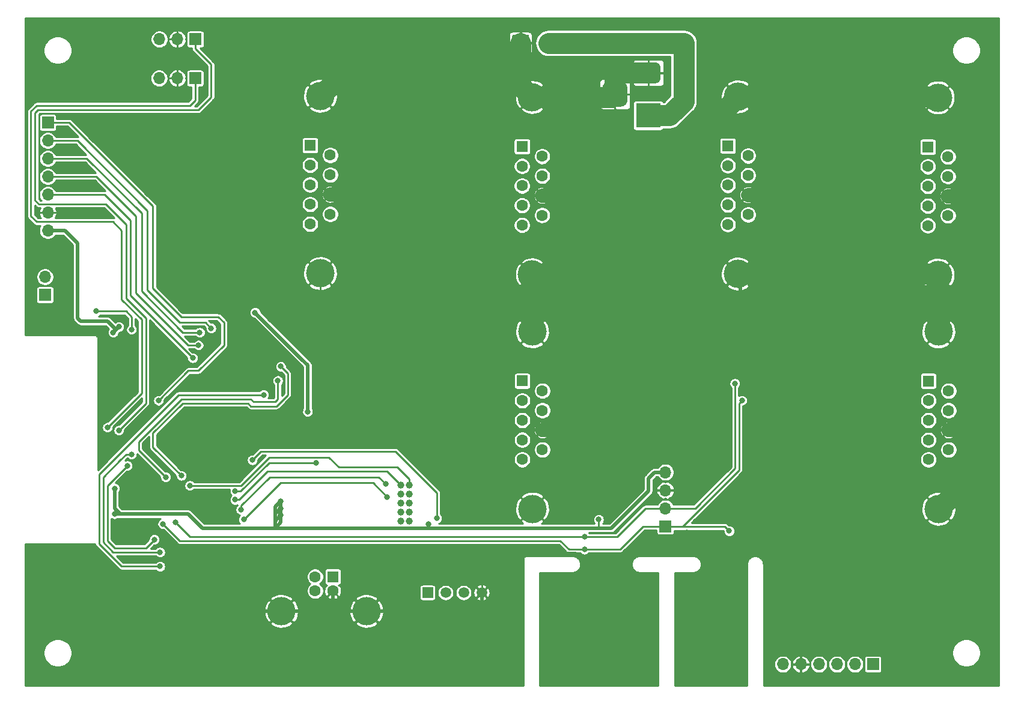
<source format=gbl>
G04 #@! TF.GenerationSoftware,KiCad,Pcbnew,(5.1.9)-1*
G04 #@! TF.CreationDate,2021-04-19T10:18:59+02:00*
G04 #@! TF.ProjectId,esp32-light-controller,65737033-322d-46c6-9967-68742d636f6e,rev?*
G04 #@! TF.SameCoordinates,Original*
G04 #@! TF.FileFunction,Copper,L2,Bot*
G04 #@! TF.FilePolarity,Positive*
%FSLAX46Y46*%
G04 Gerber Fmt 4.6, Leading zero omitted, Abs format (unit mm)*
G04 Created by KiCad (PCBNEW (5.1.9)-1) date 2021-04-19 10:18:59*
%MOMM*%
%LPD*%
G01*
G04 APERTURE LIST*
G04 #@! TA.AperFunction,ComponentPad*
%ADD10C,1.500000*%
G04 #@! TD*
G04 #@! TA.AperFunction,ComponentPad*
%ADD11R,1.500000X1.500000*%
G04 #@! TD*
G04 #@! TA.AperFunction,ComponentPad*
%ADD12C,1.000000*%
G04 #@! TD*
G04 #@! TA.AperFunction,ComponentPad*
%ADD13O,1.700000X1.700000*%
G04 #@! TD*
G04 #@! TA.AperFunction,ComponentPad*
%ADD14R,1.700000X1.700000*%
G04 #@! TD*
G04 #@! TA.AperFunction,ComponentPad*
%ADD15C,4.000000*%
G04 #@! TD*
G04 #@! TA.AperFunction,ComponentPad*
%ADD16C,1.600000*%
G04 #@! TD*
G04 #@! TA.AperFunction,ComponentPad*
%ADD17R,1.600000X1.600000*%
G04 #@! TD*
G04 #@! TA.AperFunction,ComponentPad*
%ADD18R,3.500000X3.500000*%
G04 #@! TD*
G04 #@! TA.AperFunction,ComponentPad*
%ADD19C,2.400000*%
G04 #@! TD*
G04 #@! TA.AperFunction,ViaPad*
%ADD20C,0.800000*%
G04 #@! TD*
G04 #@! TA.AperFunction,Conductor*
%ADD21C,3.000000*%
G04 #@! TD*
G04 #@! TA.AperFunction,Conductor*
%ADD22C,2.000000*%
G04 #@! TD*
G04 #@! TA.AperFunction,Conductor*
%ADD23C,0.250000*%
G04 #@! TD*
G04 #@! TA.AperFunction,Conductor*
%ADD24C,0.500000*%
G04 #@! TD*
G04 #@! TA.AperFunction,Conductor*
%ADD25C,0.270000*%
G04 #@! TD*
G04 #@! TA.AperFunction,Conductor*
%ADD26C,0.100000*%
G04 #@! TD*
G04 APERTURE END LIST*
D10*
X114720000Y-136500000D03*
X112180000Y-136500000D03*
X109640000Y-136500000D03*
D11*
X107100000Y-136500000D03*
D12*
X103320000Y-126440000D03*
X103320000Y-125170000D03*
X103320000Y-123900000D03*
X103320000Y-122630000D03*
X103320000Y-121360000D03*
X104480000Y-121360000D03*
X104480000Y-122630000D03*
X104480000Y-123900000D03*
X104480000Y-125170000D03*
X104480000Y-126440000D03*
D13*
X53600000Y-85440000D03*
X53600000Y-82900000D03*
X53600000Y-80360000D03*
X53600000Y-77820000D03*
X53600000Y-75280000D03*
X53600000Y-72740000D03*
D14*
X53600000Y-70200000D03*
D15*
X91959338Y-66460000D03*
X91959338Y-91460000D03*
D16*
X93379338Y-83115000D03*
X93379338Y-80345000D03*
X93379338Y-77575000D03*
X93379338Y-74805000D03*
X90539338Y-84500000D03*
X90539338Y-81730000D03*
X90539338Y-78960000D03*
X90539338Y-76190000D03*
D17*
X90539338Y-73420000D03*
D15*
X121829338Y-66620000D03*
X121829338Y-91620000D03*
D16*
X123249338Y-83275000D03*
X123249338Y-80505000D03*
X123249338Y-77735000D03*
X123249338Y-74965000D03*
X120409338Y-84660000D03*
X120409338Y-81890000D03*
X120409338Y-79120000D03*
X120409338Y-76350000D03*
D17*
X120409338Y-73580000D03*
D15*
X121849338Y-99680000D03*
X121849338Y-124680000D03*
D16*
X123269338Y-116335000D03*
X123269338Y-113565000D03*
X123269338Y-110795000D03*
X123269338Y-108025000D03*
X120429338Y-117720000D03*
X120429338Y-114950000D03*
X120429338Y-112180000D03*
X120429338Y-109410000D03*
D17*
X120429338Y-106640000D03*
D15*
X150829338Y-66530000D03*
X150829338Y-91530000D03*
D16*
X152249338Y-83185000D03*
X152249338Y-80415000D03*
X152249338Y-77645000D03*
X152249338Y-74875000D03*
X149409338Y-84570000D03*
X149409338Y-81800000D03*
X149409338Y-79030000D03*
X149409338Y-76260000D03*
D17*
X149409338Y-73490000D03*
D15*
X178989338Y-66680000D03*
X178989338Y-91680000D03*
D16*
X180409338Y-83335000D03*
X180409338Y-80565000D03*
X180409338Y-77795000D03*
X180409338Y-75025000D03*
X177569338Y-84720000D03*
X177569338Y-81950000D03*
X177569338Y-79180000D03*
X177569338Y-76410000D03*
D17*
X177569338Y-73640000D03*
D15*
X179079338Y-99690000D03*
X179079338Y-124690000D03*
D16*
X180499338Y-116345000D03*
X180499338Y-113575000D03*
X180499338Y-110805000D03*
X180499338Y-108035000D03*
X177659338Y-117730000D03*
X177659338Y-114960000D03*
X177659338Y-112190000D03*
X177659338Y-109420000D03*
D17*
X177659338Y-106650000D03*
G04 #@! TA.AperFunction,ComponentPad*
G36*
G01*
X132625000Y-64450000D02*
X134375000Y-64450000D01*
G75*
G02*
X135250000Y-65325000I0J-875000D01*
G01*
X135250000Y-67075000D01*
G75*
G02*
X134375000Y-67950000I-875000J0D01*
G01*
X132625000Y-67950000D01*
G75*
G02*
X131750000Y-67075000I0J875000D01*
G01*
X131750000Y-65325000D01*
G75*
G02*
X132625000Y-64450000I875000J0D01*
G01*
G37*
G04 #@! TD.AperFunction*
G04 #@! TA.AperFunction,ComponentPad*
G36*
G01*
X137200000Y-61700000D02*
X139200000Y-61700000D01*
G75*
G02*
X139950000Y-62450000I0J-750000D01*
G01*
X139950000Y-63950000D01*
G75*
G02*
X139200000Y-64700000I-750000J0D01*
G01*
X137200000Y-64700000D01*
G75*
G02*
X136450000Y-63950000I0J750000D01*
G01*
X136450000Y-62450000D01*
G75*
G02*
X137200000Y-61700000I750000J0D01*
G01*
G37*
G04 #@! TD.AperFunction*
D18*
X138200000Y-69200000D03*
D13*
X157150000Y-146600000D03*
X159690000Y-146600000D03*
X162230000Y-146600000D03*
X164770000Y-146600000D03*
X167310000Y-146600000D03*
D14*
X169850000Y-146600000D03*
D19*
X124160000Y-59000000D03*
G04 #@! TA.AperFunction,ComponentPad*
G36*
G01*
X119000000Y-59950000D02*
X119000000Y-58050000D01*
G75*
G02*
X119250000Y-57800000I250000J0D01*
G01*
X121150000Y-57800000D01*
G75*
G02*
X121400000Y-58050000I0J-250000D01*
G01*
X121400000Y-59950000D01*
G75*
G02*
X121150000Y-60200000I-250000J0D01*
G01*
X119250000Y-60200000D01*
G75*
G02*
X119000000Y-59950000I0J250000D01*
G01*
G37*
G04 #@! TD.AperFunction*
D13*
X69310000Y-58450000D03*
X71850000Y-58450000D03*
D14*
X74390000Y-58450000D03*
D13*
X69270000Y-63950000D03*
X71810000Y-63950000D03*
D14*
X74350000Y-63950000D03*
D13*
X53200000Y-91960000D03*
D14*
X53200000Y-94500000D03*
D13*
X140600000Y-119520000D03*
X140600000Y-122060000D03*
X140600000Y-124600000D03*
D14*
X140600000Y-127140000D03*
D15*
X98500000Y-139110000D03*
X86500000Y-139110000D03*
D16*
X93750000Y-136250000D03*
X91250000Y-136250000D03*
X91250000Y-134250000D03*
D17*
X93750000Y-134250000D03*
D20*
X92800000Y-99400000D03*
X82200000Y-130400000D03*
X137800000Y-146200000D03*
X137400000Y-135200000D03*
X151200000Y-138000000D03*
X147500000Y-137900000D03*
X143600000Y-128000000D03*
X151200000Y-99000000D03*
X64200000Y-103400000D03*
X56200000Y-88200000D03*
X128000000Y-148200000D03*
X124600000Y-143000000D03*
X124200000Y-136000000D03*
X99400000Y-130800000D03*
X102000000Y-130800000D03*
X104800000Y-130800000D03*
X80200000Y-134200000D03*
X71200000Y-132800000D03*
X68400000Y-126600000D03*
X65200000Y-121400000D03*
X77200000Y-119000000D03*
X77000000Y-115400000D03*
X77200000Y-112000000D03*
X68200000Y-110800000D03*
X64000000Y-109400000D03*
X61745000Y-109455000D03*
X63000000Y-133600000D03*
X61200000Y-132000000D03*
X59600000Y-130400000D03*
X68200000Y-138400000D03*
X69400000Y-142800000D03*
X74800000Y-144200000D03*
X81800000Y-144200000D03*
X81800000Y-115200000D03*
X81800000Y-112400000D03*
X78800000Y-103400000D03*
X79800000Y-99400000D03*
X83800000Y-102400000D03*
X93000000Y-105000000D03*
X93000000Y-102000000D03*
X64200000Y-101400000D03*
X53600000Y-88200000D03*
X70000000Y-93000000D03*
X69800000Y-89200000D03*
X69800000Y-84600000D03*
X69600000Y-81600000D03*
X67000000Y-78800000D03*
X63600000Y-75400000D03*
X84400000Y-84800000D03*
X84600000Y-80600000D03*
X84400000Y-76600000D03*
X84400000Y-72600000D03*
X114600000Y-85000000D03*
X114600000Y-80800000D03*
X114600000Y-77000000D03*
X114600000Y-73000000D03*
X142600000Y-91000000D03*
X142800000Y-82400000D03*
X142800000Y-78600000D03*
X109200000Y-66400000D03*
X112800000Y-66600000D03*
X115200000Y-64600000D03*
X117600000Y-64600000D03*
X116000000Y-59800000D03*
X113000000Y-59800000D03*
X110400000Y-59800000D03*
X107400000Y-59800000D03*
X139200000Y-86800000D03*
X171400000Y-85200000D03*
X171400000Y-81600000D03*
X171400000Y-77600000D03*
X171200000Y-73800000D03*
X171800000Y-117800000D03*
X171800000Y-113600000D03*
X171800000Y-109800000D03*
X171800000Y-105800000D03*
X114600000Y-117800000D03*
X114600000Y-113800000D03*
X114600000Y-109800000D03*
X114600000Y-106000000D03*
X142800000Y-105600000D03*
X147600000Y-109600000D03*
X151400000Y-104800000D03*
X151400000Y-101600000D03*
X144200000Y-98600000D03*
X160400000Y-100400000D03*
X159400000Y-130800000D03*
X163000000Y-128400000D03*
X152600000Y-126000000D03*
X150000000Y-130800000D03*
X144400000Y-130200000D03*
X163400000Y-134200000D03*
X144600000Y-145600000D03*
X150400000Y-145600000D03*
X143000000Y-138000000D03*
X150800000Y-142800000D03*
X137800000Y-139800000D03*
X126200000Y-134400000D03*
X137800000Y-137200000D03*
X137800000Y-142200000D03*
X124400000Y-147800000D03*
X136000000Y-147800000D03*
X125000000Y-130200000D03*
X137600000Y-130200000D03*
X111200000Y-130400000D03*
X116500000Y-130900000D03*
X86200000Y-130400000D03*
X66800000Y-131800000D03*
X65700000Y-129300000D03*
X75400000Y-95200000D03*
X80200000Y-95400000D03*
X83800000Y-91000000D03*
X103600000Y-86800000D03*
X103600000Y-79600000D03*
X103600000Y-74200000D03*
X103000000Y-104600000D03*
X104400000Y-108200000D03*
X104400000Y-115800000D03*
X99000000Y-104400000D03*
X107200000Y-102000000D03*
X109000000Y-91200000D03*
X138600000Y-102600000D03*
X135000000Y-99200000D03*
X132600000Y-94600000D03*
X132600000Y-88600000D03*
X132600000Y-82800000D03*
X133400000Y-77400000D03*
X134800000Y-79800000D03*
X142000000Y-116600000D03*
X139000000Y-116600000D03*
X161000000Y-108000000D03*
X158000000Y-105000000D03*
X161800000Y-119600000D03*
X163800000Y-117800000D03*
X163800000Y-113200000D03*
X164200000Y-109600000D03*
X165200000Y-105600000D03*
X164200000Y-96800000D03*
X166470000Y-91530000D03*
X159200000Y-94800000D03*
X161070000Y-91530000D03*
X161200000Y-85400000D03*
X161200000Y-79800000D03*
X161200000Y-74800000D03*
X162470000Y-71130000D03*
X163800000Y-74600000D03*
X103000000Y-66600000D03*
X99400000Y-63200000D03*
X101580662Y-61019338D03*
X98800000Y-70400000D03*
X96200000Y-74200000D03*
X171400000Y-62000000D03*
X153000000Y-62000000D03*
X146200000Y-65000000D03*
X141800000Y-72600000D03*
X137600000Y-72600000D03*
X133600000Y-72400000D03*
X131000000Y-70800000D03*
X131000000Y-62600000D03*
X130380000Y-66620000D03*
X124600000Y-87400000D03*
X125200000Y-95800000D03*
X126820000Y-108180000D03*
X122600000Y-104000000D03*
X126700000Y-111900000D03*
X178800000Y-103600000D03*
X184400000Y-106400000D03*
X180810662Y-95389338D03*
X180600000Y-87800000D03*
X181200000Y-69600000D03*
X186400000Y-66000000D03*
X176800000Y-56600000D03*
X152800000Y-56200000D03*
X161800000Y-56000000D03*
X170800000Y-56200000D03*
X158470000Y-66530000D03*
X81000000Y-101800000D03*
X71800000Y-94600000D03*
X64800000Y-66600000D03*
X58200000Y-66600000D03*
X66200000Y-69400000D03*
X53200000Y-66600000D03*
X77900000Y-67300000D03*
X78000000Y-61000000D03*
X68000000Y-61200000D03*
X68800000Y-75800000D03*
X52800000Y-98600000D03*
X75200000Y-147400000D03*
X82400000Y-147400000D03*
X91200000Y-144000000D03*
X91690000Y-139110000D03*
X81400000Y-139000000D03*
X97600000Y-134200000D03*
X110600000Y-125800000D03*
X116800000Y-125800000D03*
X126200000Y-125800000D03*
X134000000Y-123400000D03*
X136800000Y-119800000D03*
X156200000Y-130800000D03*
X156200000Y-125800000D03*
X160800000Y-134600000D03*
X167200000Y-134800000D03*
X165800000Y-130600000D03*
X104400000Y-97000000D03*
X98600000Y-94600000D03*
X103600000Y-83200000D03*
X103600000Y-76600000D03*
X105200000Y-70800000D03*
X106600000Y-73000000D03*
X106800000Y-77000000D03*
X108600000Y-85000000D03*
X79400000Y-84800000D03*
X79200000Y-80800000D03*
X79000000Y-76800000D03*
X79200000Y-72800000D03*
X74200000Y-87200000D03*
X74200000Y-81600000D03*
X74200000Y-77200000D03*
X78200000Y-92000000D03*
X107000000Y-117800000D03*
X107200000Y-114000000D03*
X107800000Y-109800000D03*
X109200000Y-106000000D03*
X110400000Y-102000000D03*
X116800000Y-102200000D03*
X117600000Y-120400000D03*
X175200000Y-102000000D03*
X167400000Y-101200000D03*
X173600000Y-70000000D03*
X166800000Y-69400000D03*
X165800000Y-77600000D03*
X166000000Y-81600000D03*
X166200000Y-85400000D03*
X139200000Y-95400000D03*
X146000000Y-92800000D03*
X117600000Y-88000000D03*
X118200000Y-70200000D03*
X109400000Y-69000000D03*
X87600000Y-87200000D03*
X88000000Y-70000000D03*
X175400000Y-121000000D03*
X175200000Y-88400000D03*
X177400000Y-62600000D03*
X63000000Y-125400000D03*
X86400000Y-125600000D03*
X86400000Y-124600000D03*
X86400000Y-123600000D03*
X63000000Y-121800000D03*
X62800000Y-99800000D03*
X63600000Y-99000000D03*
X107200000Y-126800000D03*
X131200000Y-126200000D03*
X82800000Y-97000000D03*
X90200000Y-111000000D03*
X69400000Y-130800000D03*
X65400000Y-117000000D03*
X68600000Y-129000000D03*
X64800000Y-118600000D03*
X84000000Y-108600000D03*
X69400000Y-132800000D03*
X71600000Y-126600000D03*
X72400000Y-120000000D03*
X86400000Y-104600000D03*
X129200000Y-128600000D03*
X150400000Y-107000000D03*
X69800000Y-126800000D03*
X70200000Y-120200000D03*
X86000000Y-106600000D03*
X129200000Y-130400000D03*
X149600000Y-127800000D03*
X151400000Y-109400000D03*
X62000000Y-113200000D03*
X63600000Y-113600000D03*
X74000000Y-103400000D03*
X74800000Y-101600000D03*
X75000000Y-99800000D03*
X76600000Y-99200000D03*
X69200000Y-109400000D03*
X65400000Y-99400000D03*
X60400000Y-96800000D03*
X82400000Y-117800000D03*
X108399998Y-126000000D03*
X91400000Y-118200000D03*
X80000000Y-122200000D03*
X80000002Y-123400002D03*
X101200000Y-121200000D03*
X80800000Y-124800000D03*
X101400000Y-123000000D03*
X81200000Y-126200000D03*
X73600000Y-121400000D03*
D21*
X120200000Y-64990662D02*
X121829338Y-66620000D01*
X133080000Y-66620000D02*
X133500000Y-66200000D01*
X138200000Y-63200000D02*
X134400000Y-63200000D01*
X133500000Y-64100000D02*
X133500000Y-66200000D01*
X134400000Y-63200000D02*
X133500000Y-64100000D01*
X178839338Y-66530000D02*
X178989338Y-66680000D01*
X178989338Y-99600000D02*
X179079338Y-99690000D01*
X121849338Y-91640000D02*
X121829338Y-91620000D01*
X121849338Y-99680000D02*
X121849338Y-91640000D01*
X121829338Y-91620000D02*
X125580000Y-91620000D01*
X125580000Y-91620000D02*
X126820000Y-90380000D01*
X126820000Y-66620000D02*
X130380000Y-66620000D01*
X121829338Y-66620000D02*
X126820000Y-66620000D01*
X178839338Y-91530000D02*
X178989338Y-91680000D01*
X162470000Y-89930000D02*
X164070000Y-91530000D01*
X164070000Y-91530000D02*
X166470000Y-91530000D01*
X150829338Y-91530000D02*
X161070000Y-91530000D01*
X150829338Y-66530000D02*
X158470000Y-66530000D01*
X162470000Y-66530000D02*
X178839338Y-66530000D01*
X142379338Y-74980000D02*
X150829338Y-66530000D01*
X126820000Y-74980000D02*
X142379338Y-74980000D01*
X126820000Y-74980000D02*
X126820000Y-66620000D01*
X179079338Y-124690000D02*
X184400000Y-119369338D01*
X183389338Y-95389338D02*
X180810662Y-95389338D01*
X184400000Y-96400000D02*
X183389338Y-95389338D01*
X178989338Y-95389338D02*
X178989338Y-99600000D01*
X178989338Y-91680000D02*
X178989338Y-95389338D01*
X97400000Y-61019338D02*
X101580662Y-61019338D01*
X115800000Y-62600000D02*
X120200000Y-62600000D01*
X114219338Y-61019338D02*
X115800000Y-62600000D01*
X120200000Y-62600000D02*
X120200000Y-64990662D01*
X120200000Y-59000000D02*
X120200000Y-62600000D01*
D22*
X126495000Y-80505000D02*
X126820000Y-80180000D01*
D21*
X126820000Y-80180000D02*
X126820000Y-74980000D01*
D22*
X123249338Y-80505000D02*
X126495000Y-80505000D01*
D21*
X126820000Y-90380000D02*
X126820000Y-80180000D01*
D22*
X180409338Y-80565000D02*
X183165000Y-80565000D01*
X183389338Y-80789338D02*
X183389338Y-95389338D01*
X183165000Y-80565000D02*
X183389338Y-80789338D01*
X184225000Y-113575000D02*
X184400000Y-113400000D01*
X180499338Y-113575000D02*
X184225000Y-113575000D01*
D21*
X184400000Y-113400000D02*
X184400000Y-106400000D01*
X184400000Y-119369338D02*
X184400000Y-113400000D01*
D22*
X123269338Y-113565000D02*
X125035000Y-113565000D01*
X126820000Y-111780000D02*
X126820000Y-108180000D01*
X125035000Y-113565000D02*
X126700000Y-111900000D01*
X93379338Y-80345000D02*
X96255000Y-80345000D01*
X96255000Y-80345000D02*
X98800000Y-77800000D01*
X98800000Y-65800000D02*
X95709669Y-62709669D01*
X98800000Y-77800000D02*
X98800000Y-70400000D01*
D21*
X95709669Y-62709669D02*
X97400000Y-61019338D01*
X91959338Y-66460000D02*
X95709669Y-62709669D01*
D22*
X162015000Y-80415000D02*
X162470000Y-80870000D01*
X152249338Y-80415000D02*
X162015000Y-80415000D01*
D21*
X162470000Y-80870000D02*
X162470000Y-89930000D01*
X162470000Y-66530000D02*
X162470000Y-71130000D01*
D23*
X92800000Y-99400000D02*
X92800000Y-96200000D01*
X91959338Y-95359338D02*
X91959338Y-91460000D01*
X92800000Y-96200000D02*
X91959338Y-95359338D01*
D24*
X93750000Y-136250000D02*
X93750000Y-138550000D01*
X94310000Y-139110000D02*
X98500000Y-139110000D01*
X93750000Y-138550000D02*
X94310000Y-139110000D01*
X93190000Y-139110000D02*
X93750000Y-138550000D01*
X86500000Y-139110000D02*
X91690000Y-139110000D01*
X86500000Y-139110000D02*
X82710000Y-139110000D01*
X82200000Y-138600000D02*
X82200000Y-130400000D01*
X82710000Y-139110000D02*
X82200000Y-138600000D01*
D23*
X137400000Y-135200000D02*
X136200000Y-135200000D01*
X136200000Y-135200000D02*
X134400000Y-133400000D01*
X134400000Y-133400000D02*
X134400000Y-132200000D01*
X142600000Y-130200000D02*
X143600000Y-129200000D01*
X147600000Y-138000000D02*
X147500000Y-137900000D01*
X143600000Y-129200000D02*
X143600000Y-128000000D01*
X149200000Y-138000000D02*
X149200000Y-132400000D01*
X151200000Y-138000000D02*
X149200000Y-138000000D01*
X149200000Y-138000000D02*
X147600000Y-138000000D01*
X147000000Y-130200000D02*
X144400000Y-130200000D01*
X149200000Y-132400000D02*
X147000000Y-130200000D01*
X142400000Y-130200000D02*
X142600000Y-130200000D01*
X136400000Y-130200000D02*
X137600000Y-130200000D01*
X135000000Y-131600000D02*
X128600000Y-131600000D01*
X134400000Y-132200000D02*
X135000000Y-131600000D01*
X135000000Y-131600000D02*
X136400000Y-130200000D01*
X128600000Y-131600000D02*
X127850010Y-130850010D01*
X127850010Y-130850010D02*
X116549990Y-130850010D01*
X114720000Y-132680000D02*
X114720000Y-136500000D01*
X116549990Y-130850010D02*
X116500000Y-130900000D01*
X159690000Y-146600000D02*
X159690000Y-132690000D01*
X159690000Y-132690000D02*
X157200000Y-130200000D01*
X157200000Y-130200000D02*
X147000000Y-130200000D01*
D24*
X151200000Y-91900662D02*
X150829338Y-91530000D01*
X151200000Y-99000000D02*
X151200000Y-91900662D01*
X98500000Y-139110000D02*
X105510000Y-139110000D01*
X105510000Y-139110000D02*
X105620000Y-139000000D01*
X105620000Y-139000000D02*
X114200000Y-139000000D01*
X114720000Y-138480000D02*
X114720000Y-136500000D01*
X114200000Y-139000000D02*
X114720000Y-138480000D01*
X64200000Y-103400000D02*
X60600000Y-99800000D01*
X60600000Y-99800000D02*
X57600000Y-99800000D01*
X57600000Y-99800000D02*
X56200000Y-98400000D01*
X56200000Y-98400000D02*
X56200000Y-88200000D01*
D23*
X144400000Y-130200000D02*
X142400000Y-130200000D01*
X137600000Y-130200000D02*
X142400000Y-130200000D01*
X116500000Y-130900000D02*
X114720000Y-132680000D01*
D21*
X166470000Y-91530000D02*
X178839338Y-91530000D01*
X161070000Y-91530000D02*
X164070000Y-91530000D01*
X162470000Y-71130000D02*
X162470000Y-80870000D01*
X101580662Y-61019338D02*
X114219338Y-61019338D01*
D22*
X98800000Y-70400000D02*
X98800000Y-65800000D01*
D21*
X130380000Y-66620000D02*
X133080000Y-66620000D01*
D22*
X126820000Y-108180000D02*
X126820000Y-90380000D01*
X126700000Y-111900000D02*
X126820000Y-111780000D01*
D21*
X184400000Y-106400000D02*
X184400000Y-96400000D01*
X180810662Y-95389338D02*
X178989338Y-95389338D01*
X158470000Y-66530000D02*
X162470000Y-66530000D01*
D24*
X91690000Y-139110000D02*
X93190000Y-139110000D01*
X73400000Y-125400000D02*
X75400000Y-127400000D01*
X75400000Y-127400000D02*
X85600000Y-127400000D01*
X86400000Y-126600000D02*
X86400000Y-125600000D01*
X85600000Y-127400000D02*
X86400000Y-126600000D01*
X86400000Y-124600000D02*
X86400000Y-123600000D01*
X85600000Y-124400000D02*
X86400000Y-123600000D01*
X85800000Y-125200000D02*
X85600000Y-125200000D01*
X86400000Y-124600000D02*
X85800000Y-125200000D01*
X85600000Y-125200000D02*
X85600000Y-124400000D01*
X86400000Y-125600000D02*
X85600000Y-126400000D01*
X85600000Y-126400000D02*
X85600000Y-125200000D01*
X85600000Y-127400000D02*
X85600000Y-126400000D01*
X86400000Y-125600000D02*
X86400000Y-124600000D01*
X63800000Y-125400000D02*
X63000000Y-124600000D01*
X63000000Y-125400000D02*
X63800000Y-125400000D01*
X63800000Y-125400000D02*
X73400000Y-125400000D01*
X63000000Y-124600000D02*
X63000000Y-121800000D01*
X62800000Y-99800000D02*
X63200000Y-99400000D01*
X63200000Y-99400000D02*
X63600000Y-99000000D01*
X57800000Y-87200000D02*
X56040000Y-85440000D01*
X57800000Y-97800000D02*
X57800000Y-87200000D01*
X56040000Y-85440000D02*
X53600000Y-85440000D01*
X58200000Y-98200000D02*
X57800000Y-97800000D01*
X62000000Y-98200000D02*
X58200000Y-98200000D01*
X63200000Y-99400000D02*
X62000000Y-98200000D01*
X85600000Y-127400000D02*
X105000000Y-127400000D01*
X105000000Y-127400000D02*
X105400000Y-127400000D01*
D23*
X107200000Y-126800000D02*
X107200000Y-127400000D01*
D24*
X105000000Y-127400000D02*
X107200000Y-127400000D01*
D23*
X131200000Y-126200000D02*
X131200000Y-127400000D01*
D24*
X129400000Y-127400000D02*
X131200000Y-127400000D01*
X107200000Y-127400000D02*
X129400000Y-127400000D01*
X131200000Y-127400000D02*
X133000000Y-127400000D01*
X133000000Y-127400000D02*
X138200000Y-122200000D01*
X138200000Y-122200000D02*
X138200000Y-120400000D01*
X139080000Y-119520000D02*
X140600000Y-119520000D01*
X138200000Y-120400000D02*
X139080000Y-119520000D01*
X82800000Y-97000000D02*
X89400000Y-103600000D01*
X90200000Y-104400000D02*
X90200000Y-111000000D01*
X89400000Y-103600000D02*
X90200000Y-104400000D01*
D23*
X69400000Y-130800000D02*
X62800000Y-130800000D01*
X62800000Y-130800000D02*
X61400000Y-129400000D01*
X61400000Y-129400000D02*
X61400000Y-120200000D01*
X61400000Y-120200000D02*
X63800000Y-117800000D01*
X64600000Y-117000000D02*
X63800000Y-117800000D01*
X65400000Y-117000000D02*
X64600000Y-117000000D01*
X62000000Y-121400000D02*
X64800000Y-118600000D01*
X62000000Y-129200000D02*
X62000000Y-121400000D01*
X63000000Y-130200000D02*
X62000000Y-129200000D01*
X67400000Y-130200000D02*
X63000000Y-130200000D01*
X68600000Y-129000000D02*
X67400000Y-130200000D01*
X64000000Y-132800000D02*
X69400000Y-132800000D01*
X60800000Y-119800000D02*
X60800000Y-129600000D01*
X60800000Y-129600000D02*
X64000000Y-132800000D01*
X72000000Y-108600000D02*
X60800000Y-119800000D01*
X84000000Y-108600000D02*
X72000000Y-108600000D01*
X72400000Y-120000000D02*
X68400000Y-116000000D01*
X68400000Y-116000000D02*
X68400000Y-114000000D01*
X68400000Y-114000000D02*
X72600000Y-109800000D01*
X72600000Y-109800000D02*
X81800000Y-109800000D01*
X81800000Y-109800000D02*
X82200000Y-110200000D01*
X82200000Y-110200000D02*
X85600000Y-110200000D01*
X85600000Y-110200000D02*
X85800000Y-110200000D01*
X85800000Y-110200000D02*
X86800000Y-109200000D01*
X86800000Y-109200000D02*
X87400000Y-108600000D01*
X87400000Y-105600000D02*
X86400000Y-104600000D01*
X87400000Y-108600000D02*
X87400000Y-105600000D01*
X137800000Y-124600000D02*
X140600000Y-124600000D01*
X133800000Y-128600000D02*
X137800000Y-124600000D01*
X71600000Y-126600000D02*
X73600000Y-128600000D01*
X129200000Y-128600000D02*
X133800000Y-128600000D01*
X73600000Y-128600000D02*
X129200000Y-128600000D01*
X150400000Y-107000000D02*
X150400000Y-119000000D01*
X144800000Y-124600000D02*
X140600000Y-124600000D01*
X150400000Y-119000000D02*
X144800000Y-124600000D01*
X86000000Y-109200000D02*
X86000000Y-106600000D01*
X70200000Y-120200000D02*
X66400000Y-116400000D01*
X66400000Y-116400000D02*
X66400000Y-115200000D01*
X66400000Y-115200000D02*
X72400000Y-109200000D01*
X72400000Y-109200000D02*
X82200000Y-109200000D01*
X82200000Y-109200000D02*
X82600000Y-109600000D01*
X85600000Y-109600000D02*
X86000000Y-109200000D01*
X82600000Y-109600000D02*
X85600000Y-109600000D01*
X137460000Y-127140000D02*
X140600000Y-127140000D01*
X134200000Y-130400000D02*
X137460000Y-127140000D01*
X125800000Y-129200000D02*
X127000000Y-130400000D01*
X72200000Y-129200000D02*
X125800000Y-129200000D01*
X69800000Y-126800000D02*
X72200000Y-129200000D01*
X129200000Y-130400000D02*
X134200000Y-130400000D01*
X127000000Y-130400000D02*
X129200000Y-130400000D01*
X149600000Y-127800000D02*
X149000000Y-127200000D01*
X140660000Y-127200000D02*
X140600000Y-127140000D01*
X149000000Y-127200000D02*
X140660000Y-127200000D01*
X151400000Y-109400000D02*
X151000000Y-109800000D01*
X151000000Y-109800000D02*
X151000000Y-119200000D01*
X143060000Y-127140000D02*
X140600000Y-127140000D01*
X151000000Y-119200000D02*
X143060000Y-127140000D01*
X74350000Y-67050000D02*
X74350000Y-63950000D01*
X73600000Y-67800000D02*
X74350000Y-67050000D01*
X51200000Y-68600000D02*
X52000000Y-67800000D01*
X62800000Y-84200000D02*
X52000000Y-84200000D01*
X51200000Y-83400000D02*
X51200000Y-68600000D01*
X52000000Y-84200000D02*
X51200000Y-83400000D01*
X64000000Y-85400000D02*
X62800000Y-84200000D01*
X64000000Y-95200000D02*
X64000000Y-85400000D01*
X52000000Y-67800000D02*
X73600000Y-67800000D01*
X66800000Y-98000000D02*
X64000000Y-95200000D01*
X66800000Y-108400000D02*
X66800000Y-98000000D01*
X62000000Y-113200000D02*
X66800000Y-108400000D01*
X63600000Y-113600000D02*
X67400000Y-109800000D01*
X67400000Y-109800000D02*
X67400000Y-97800000D01*
X67400000Y-97800000D02*
X64600000Y-95000000D01*
X61724999Y-81724999D02*
X52324999Y-81724999D01*
X64600000Y-95000000D02*
X64600000Y-84600000D01*
X64600000Y-84600000D02*
X61724999Y-81724999D01*
X52324999Y-81724999D02*
X51800000Y-81200000D01*
X74390000Y-59790000D02*
X74390000Y-58450000D01*
X51800000Y-81200000D02*
X51800000Y-68800000D01*
X52200000Y-68400000D02*
X74800000Y-68400000D01*
X51800000Y-68800000D02*
X52200000Y-68400000D01*
X76600000Y-62000000D02*
X74390000Y-59790000D01*
X74800000Y-68400000D02*
X76600000Y-66600000D01*
X76600000Y-66600000D02*
X76600000Y-62000000D01*
D21*
X143200000Y-59000000D02*
X124160000Y-59000000D01*
X143200000Y-67200000D02*
X143200000Y-59000000D01*
X141200000Y-69200000D02*
X143200000Y-67200000D01*
X138200000Y-69200000D02*
X141200000Y-69200000D01*
D23*
X74000000Y-103400000D02*
X65200000Y-94600000D01*
X65200000Y-94600000D02*
X65200000Y-84000000D01*
X61560000Y-80360000D02*
X53600000Y-80360000D01*
X65200000Y-84000000D02*
X61560000Y-80360000D01*
X53600000Y-77820000D02*
X60420000Y-77820000D01*
X60420000Y-77820000D02*
X66000000Y-83400000D01*
X66000000Y-83400000D02*
X66000000Y-94200000D01*
X73400000Y-101600000D02*
X74800000Y-101600000D01*
X66000000Y-94200000D02*
X73400000Y-101600000D01*
X59080000Y-75280000D02*
X53600000Y-75280000D01*
X66800000Y-83000000D02*
X59080000Y-75280000D01*
X66800000Y-94000000D02*
X66800000Y-83000000D01*
X72600000Y-99800000D02*
X66800000Y-94000000D01*
X75000000Y-99800000D02*
X72600000Y-99800000D01*
X76600000Y-99200000D02*
X75800000Y-98400000D01*
X75800000Y-98400000D02*
X72200000Y-98400000D01*
X72200000Y-98400000D02*
X67600000Y-93800000D01*
X67600000Y-93800000D02*
X67600000Y-82600000D01*
X57740000Y-72740000D02*
X53600000Y-72740000D01*
X67600000Y-82600000D02*
X57740000Y-72740000D01*
X56600000Y-70200000D02*
X53600000Y-70200000D01*
X68400000Y-93600000D02*
X68400000Y-82000000D01*
X77600000Y-97600000D02*
X72400000Y-97600000D01*
X68400000Y-82000000D02*
X56600000Y-70200000D01*
X78400000Y-98400000D02*
X77600000Y-97600000D01*
X74800000Y-105200000D02*
X78400000Y-101600000D01*
X72400000Y-97600000D02*
X68400000Y-93600000D01*
X73400000Y-105200000D02*
X74800000Y-105200000D01*
X78400000Y-101600000D02*
X78400000Y-98400000D01*
X69200000Y-109400000D02*
X73400000Y-105200000D01*
X64600000Y-96800000D02*
X60400000Y-96800000D01*
X65400000Y-97600000D02*
X64600000Y-96800000D01*
X65400000Y-99400000D02*
X65400000Y-97600000D01*
X102600000Y-116600000D02*
X108399998Y-122399998D01*
X82400000Y-117800000D02*
X83600000Y-116600000D01*
X83600000Y-116600000D02*
X102600000Y-116600000D01*
X108399998Y-122399998D02*
X108399998Y-126000000D01*
X91400000Y-118200000D02*
X84765685Y-118200000D01*
X84765685Y-118200000D02*
X80765685Y-122200000D01*
X80765685Y-122200000D02*
X80000000Y-122200000D01*
X103320000Y-121360000D02*
X101360000Y-119400000D01*
X80565687Y-123400002D02*
X80000002Y-123400002D01*
X101360000Y-119400000D02*
X84565689Y-119400000D01*
X84565689Y-119400000D02*
X80565687Y-123400002D01*
X101200000Y-121200000D02*
X100200000Y-120200000D01*
X80800000Y-124234315D02*
X80800000Y-124800000D01*
X84834315Y-120200000D02*
X80800000Y-124234315D01*
X100200000Y-120200000D02*
X84834315Y-120200000D01*
X86400000Y-121000000D02*
X81200000Y-126200000D01*
X99400000Y-121000000D02*
X86400000Y-121000000D01*
X101400000Y-123000000D02*
X99400000Y-121000000D01*
X104480000Y-120480000D02*
X104480000Y-121360000D01*
X102800000Y-118800000D02*
X104480000Y-120480000D01*
X94600000Y-118800000D02*
X102800000Y-118800000D01*
X93200000Y-117400000D02*
X94600000Y-118800000D01*
X84800000Y-117400000D02*
X93200000Y-117400000D01*
X80800000Y-121400000D02*
X84800000Y-117400000D01*
X73600000Y-121400000D02*
X80800000Y-121400000D01*
D25*
X187570000Y-149570000D02*
X154430000Y-149570000D01*
X154430000Y-146476393D01*
X155895000Y-146476393D01*
X155895000Y-146723607D01*
X155943229Y-146966070D01*
X156037834Y-147194465D01*
X156175178Y-147400016D01*
X156349984Y-147574822D01*
X156555535Y-147712166D01*
X156783930Y-147806771D01*
X157026393Y-147855000D01*
X157273607Y-147855000D01*
X157516070Y-147806771D01*
X157744465Y-147712166D01*
X157950016Y-147574822D01*
X158124822Y-147400016D01*
X158262166Y-147194465D01*
X158356771Y-146966070D01*
X158386657Y-146815820D01*
X158423253Y-146815820D01*
X158489698Y-147058803D01*
X158602269Y-147284155D01*
X158756641Y-147483215D01*
X158946882Y-147648334D01*
X159165681Y-147773166D01*
X159404629Y-147852914D01*
X159474180Y-147866746D01*
X159675000Y-147776154D01*
X159675000Y-146615000D01*
X159705000Y-146615000D01*
X159705000Y-147776154D01*
X159905820Y-147866746D01*
X159975371Y-147852914D01*
X160214319Y-147773166D01*
X160433118Y-147648334D01*
X160623359Y-147483215D01*
X160777731Y-147284155D01*
X160890302Y-147058803D01*
X160956747Y-146815820D01*
X160866163Y-146615000D01*
X159705000Y-146615000D01*
X159675000Y-146615000D01*
X158513837Y-146615000D01*
X158423253Y-146815820D01*
X158386657Y-146815820D01*
X158405000Y-146723607D01*
X158405000Y-146476393D01*
X158386658Y-146384180D01*
X158423253Y-146384180D01*
X158513837Y-146585000D01*
X159675000Y-146585000D01*
X159675000Y-145423846D01*
X159705000Y-145423846D01*
X159705000Y-146585000D01*
X160866163Y-146585000D01*
X160915152Y-146476393D01*
X160975000Y-146476393D01*
X160975000Y-146723607D01*
X161023229Y-146966070D01*
X161117834Y-147194465D01*
X161255178Y-147400016D01*
X161429984Y-147574822D01*
X161635535Y-147712166D01*
X161863930Y-147806771D01*
X162106393Y-147855000D01*
X162353607Y-147855000D01*
X162596070Y-147806771D01*
X162824465Y-147712166D01*
X163030016Y-147574822D01*
X163204822Y-147400016D01*
X163342166Y-147194465D01*
X163436771Y-146966070D01*
X163485000Y-146723607D01*
X163485000Y-146476393D01*
X163515000Y-146476393D01*
X163515000Y-146723607D01*
X163563229Y-146966070D01*
X163657834Y-147194465D01*
X163795178Y-147400016D01*
X163969984Y-147574822D01*
X164175535Y-147712166D01*
X164403930Y-147806771D01*
X164646393Y-147855000D01*
X164893607Y-147855000D01*
X165136070Y-147806771D01*
X165364465Y-147712166D01*
X165570016Y-147574822D01*
X165744822Y-147400016D01*
X165882166Y-147194465D01*
X165976771Y-146966070D01*
X166025000Y-146723607D01*
X166025000Y-146476393D01*
X166055000Y-146476393D01*
X166055000Y-146723607D01*
X166103229Y-146966070D01*
X166197834Y-147194465D01*
X166335178Y-147400016D01*
X166509984Y-147574822D01*
X166715535Y-147712166D01*
X166943930Y-147806771D01*
X167186393Y-147855000D01*
X167433607Y-147855000D01*
X167676070Y-147806771D01*
X167904465Y-147712166D01*
X168110016Y-147574822D01*
X168284822Y-147400016D01*
X168422166Y-147194465D01*
X168516771Y-146966070D01*
X168565000Y-146723607D01*
X168565000Y-146476393D01*
X168516771Y-146233930D01*
X168422166Y-146005535D01*
X168284822Y-145799984D01*
X168234838Y-145750000D01*
X168593041Y-145750000D01*
X168593041Y-147450000D01*
X168600861Y-147529394D01*
X168624019Y-147605736D01*
X168661626Y-147676094D01*
X168712237Y-147737763D01*
X168773906Y-147788374D01*
X168844264Y-147825981D01*
X168920606Y-147849139D01*
X169000000Y-147856959D01*
X170700000Y-147856959D01*
X170779394Y-147849139D01*
X170855736Y-147825981D01*
X170926094Y-147788374D01*
X170987763Y-147737763D01*
X171038374Y-147676094D01*
X171075981Y-147605736D01*
X171099139Y-147529394D01*
X171106959Y-147450000D01*
X171106959Y-145750000D01*
X171099139Y-145670606D01*
X171075981Y-145594264D01*
X171038374Y-145523906D01*
X170987763Y-145462237D01*
X170926094Y-145411626D01*
X170855736Y-145374019D01*
X170779394Y-145350861D01*
X170700000Y-145343041D01*
X169000000Y-145343041D01*
X168920606Y-145350861D01*
X168844264Y-145374019D01*
X168773906Y-145411626D01*
X168712237Y-145462237D01*
X168661626Y-145523906D01*
X168624019Y-145594264D01*
X168600861Y-145670606D01*
X168593041Y-145750000D01*
X168234838Y-145750000D01*
X168110016Y-145625178D01*
X167904465Y-145487834D01*
X167676070Y-145393229D01*
X167433607Y-145345000D01*
X167186393Y-145345000D01*
X166943930Y-145393229D01*
X166715535Y-145487834D01*
X166509984Y-145625178D01*
X166335178Y-145799984D01*
X166197834Y-146005535D01*
X166103229Y-146233930D01*
X166055000Y-146476393D01*
X166025000Y-146476393D01*
X165976771Y-146233930D01*
X165882166Y-146005535D01*
X165744822Y-145799984D01*
X165570016Y-145625178D01*
X165364465Y-145487834D01*
X165136070Y-145393229D01*
X164893607Y-145345000D01*
X164646393Y-145345000D01*
X164403930Y-145393229D01*
X164175535Y-145487834D01*
X163969984Y-145625178D01*
X163795178Y-145799984D01*
X163657834Y-146005535D01*
X163563229Y-146233930D01*
X163515000Y-146476393D01*
X163485000Y-146476393D01*
X163436771Y-146233930D01*
X163342166Y-146005535D01*
X163204822Y-145799984D01*
X163030016Y-145625178D01*
X162824465Y-145487834D01*
X162596070Y-145393229D01*
X162353607Y-145345000D01*
X162106393Y-145345000D01*
X161863930Y-145393229D01*
X161635535Y-145487834D01*
X161429984Y-145625178D01*
X161255178Y-145799984D01*
X161117834Y-146005535D01*
X161023229Y-146233930D01*
X160975000Y-146476393D01*
X160915152Y-146476393D01*
X160956747Y-146384180D01*
X160890302Y-146141197D01*
X160777731Y-145915845D01*
X160623359Y-145716785D01*
X160433118Y-145551666D01*
X160214319Y-145426834D01*
X159975371Y-145347086D01*
X159905820Y-145333254D01*
X159705000Y-145423846D01*
X159675000Y-145423846D01*
X159474180Y-145333254D01*
X159404629Y-145347086D01*
X159165681Y-145426834D01*
X158946882Y-145551666D01*
X158756641Y-145716785D01*
X158602269Y-145915845D01*
X158489698Y-146141197D01*
X158423253Y-146384180D01*
X158386658Y-146384180D01*
X158356771Y-146233930D01*
X158262166Y-146005535D01*
X158124822Y-145799984D01*
X157950016Y-145625178D01*
X157744465Y-145487834D01*
X157516070Y-145393229D01*
X157273607Y-145345000D01*
X157026393Y-145345000D01*
X156783930Y-145393229D01*
X156555535Y-145487834D01*
X156349984Y-145625178D01*
X156175178Y-145799984D01*
X156037834Y-146005535D01*
X155943229Y-146233930D01*
X155895000Y-146476393D01*
X154430000Y-146476393D01*
X154430000Y-144802525D01*
X180995000Y-144802525D01*
X180995000Y-145197475D01*
X181072051Y-145584837D01*
X181223192Y-145949723D01*
X181442615Y-146278113D01*
X181721887Y-146557385D01*
X182050277Y-146776808D01*
X182415163Y-146927949D01*
X182802525Y-147005000D01*
X183197475Y-147005000D01*
X183584837Y-146927949D01*
X183949723Y-146776808D01*
X184278113Y-146557385D01*
X184557385Y-146278113D01*
X184776808Y-145949723D01*
X184927949Y-145584837D01*
X185005000Y-145197475D01*
X185005000Y-144802525D01*
X184927949Y-144415163D01*
X184776808Y-144050277D01*
X184557385Y-143721887D01*
X184278113Y-143442615D01*
X183949723Y-143223192D01*
X183584837Y-143072051D01*
X183197475Y-142995000D01*
X182802525Y-142995000D01*
X182415163Y-143072051D01*
X182050277Y-143223192D01*
X181721887Y-143442615D01*
X181442615Y-143721887D01*
X181223192Y-144050277D01*
X181072051Y-144415163D01*
X180995000Y-144802525D01*
X154430000Y-144802525D01*
X154430000Y-132478881D01*
X154427875Y-132457303D01*
X154427875Y-132447568D01*
X154427247Y-132441597D01*
X154410931Y-132296135D01*
X154402820Y-132257976D01*
X154395258Y-132219783D01*
X154393483Y-132214047D01*
X154349224Y-132074525D01*
X154333873Y-132038707D01*
X154319019Y-132002670D01*
X154316163Y-131997389D01*
X154245646Y-131869120D01*
X154223634Y-131836972D01*
X154202063Y-131804505D01*
X154198236Y-131799879D01*
X154104149Y-131687748D01*
X154076266Y-131660443D01*
X154048838Y-131632823D01*
X154044197Y-131629037D01*
X154044190Y-131629031D01*
X154044183Y-131629027D01*
X153930109Y-131537310D01*
X153897494Y-131515968D01*
X153865192Y-131494179D01*
X153859891Y-131491360D01*
X153730174Y-131423545D01*
X153693995Y-131408928D01*
X153658108Y-131393842D01*
X153652360Y-131392106D01*
X153511941Y-131350780D01*
X153473649Y-131343475D01*
X153435485Y-131335641D01*
X153429513Y-131335055D01*
X153429506Y-131335054D01*
X153429500Y-131335054D01*
X153283738Y-131321788D01*
X153244731Y-131322060D01*
X153205790Y-131321788D01*
X153199826Y-131322373D01*
X153199819Y-131322373D01*
X153199813Y-131322374D01*
X153054243Y-131337675D01*
X153016054Y-131345514D01*
X152977786Y-131352814D01*
X152972038Y-131354549D01*
X152832209Y-131397833D01*
X152796280Y-131412936D01*
X152760146Y-131427535D01*
X152754845Y-131430354D01*
X152626087Y-131499973D01*
X152593777Y-131521766D01*
X152561166Y-131543106D01*
X152556513Y-131546901D01*
X152443730Y-131640203D01*
X152416252Y-131667873D01*
X152388423Y-131695125D01*
X152384601Y-131699746D01*
X152384596Y-131699751D01*
X152384595Y-131699753D01*
X152292083Y-131813183D01*
X152270485Y-131845691D01*
X152248498Y-131877801D01*
X152245642Y-131883082D01*
X152176923Y-132012323D01*
X152162078Y-132048340D01*
X152146717Y-132084180D01*
X152144942Y-132089916D01*
X152102636Y-132230043D01*
X152095064Y-132268286D01*
X152086964Y-132306391D01*
X152086336Y-132312362D01*
X152072052Y-132458038D01*
X152072052Y-132458056D01*
X152070001Y-132478881D01*
X152070000Y-133271118D01*
X152070001Y-133271128D01*
X152070000Y-149570000D01*
X141930000Y-149570000D01*
X141930000Y-133680000D01*
X144521119Y-133680000D01*
X144542697Y-133677875D01*
X144552432Y-133677875D01*
X144558403Y-133677247D01*
X144703865Y-133660931D01*
X144742016Y-133652822D01*
X144780217Y-133645258D01*
X144785953Y-133643483D01*
X144925475Y-133599224D01*
X144961305Y-133583868D01*
X144997330Y-133569019D01*
X145002602Y-133566168D01*
X145002611Y-133566164D01*
X145002618Y-133566159D01*
X145130880Y-133495646D01*
X145163051Y-133473618D01*
X145195495Y-133452063D01*
X145200122Y-133448236D01*
X145312252Y-133354149D01*
X145339538Y-133326286D01*
X145367178Y-133298838D01*
X145370963Y-133294197D01*
X145370969Y-133294190D01*
X145370973Y-133294183D01*
X145462691Y-133180109D01*
X145484066Y-133147445D01*
X145505821Y-133115192D01*
X145508640Y-133109891D01*
X145576455Y-132980174D01*
X145591072Y-132943995D01*
X145606158Y-132908108D01*
X145607889Y-132902372D01*
X145607893Y-132902363D01*
X145607895Y-132902354D01*
X145649220Y-132761942D01*
X145656526Y-132723643D01*
X145664359Y-132685486D01*
X145664945Y-132679510D01*
X145664946Y-132679507D01*
X145664946Y-132679500D01*
X145678212Y-132533739D01*
X145677940Y-132494731D01*
X145678212Y-132455790D01*
X145677627Y-132449826D01*
X145677627Y-132449819D01*
X145677626Y-132449813D01*
X145662325Y-132304243D01*
X145654486Y-132266054D01*
X145647186Y-132227786D01*
X145645451Y-132222038D01*
X145602167Y-132082209D01*
X145587064Y-132046280D01*
X145572465Y-132010146D01*
X145569646Y-132004845D01*
X145500027Y-131876087D01*
X145478234Y-131843777D01*
X145456894Y-131811166D01*
X145453099Y-131806513D01*
X145359797Y-131693730D01*
X145332127Y-131666252D01*
X145304875Y-131638423D01*
X145300254Y-131634601D01*
X145300249Y-131634596D01*
X145300244Y-131634592D01*
X145186817Y-131542083D01*
X145154309Y-131520485D01*
X145122199Y-131498498D01*
X145116921Y-131495643D01*
X145116913Y-131495639D01*
X144987677Y-131426923D01*
X144951660Y-131412078D01*
X144915820Y-131396717D01*
X144910084Y-131394942D01*
X144769957Y-131352636D01*
X144731714Y-131345064D01*
X144693609Y-131336964D01*
X144687638Y-131336336D01*
X144541962Y-131322052D01*
X144541954Y-131322052D01*
X144521119Y-131320000D01*
X136978881Y-131320000D01*
X136957303Y-131322125D01*
X136947568Y-131322125D01*
X136941597Y-131322753D01*
X136796135Y-131339069D01*
X136757977Y-131347179D01*
X136719783Y-131354742D01*
X136714047Y-131356517D01*
X136574525Y-131400776D01*
X136538707Y-131416127D01*
X136502670Y-131430981D01*
X136497394Y-131433834D01*
X136497390Y-131433836D01*
X136497389Y-131433837D01*
X136369120Y-131504354D01*
X136336972Y-131526366D01*
X136304505Y-131547937D01*
X136299879Y-131551764D01*
X136187748Y-131645851D01*
X136160443Y-131673734D01*
X136132823Y-131701162D01*
X136129037Y-131705803D01*
X136129031Y-131705810D01*
X136129028Y-131705815D01*
X136037310Y-131819891D01*
X136015968Y-131852506D01*
X135994179Y-131884808D01*
X135991360Y-131890109D01*
X135923545Y-132019826D01*
X135908928Y-132056005D01*
X135893842Y-132091892D01*
X135892106Y-132097640D01*
X135850780Y-132238059D01*
X135843475Y-132276351D01*
X135835641Y-132314515D01*
X135835055Y-132320487D01*
X135835054Y-132320494D01*
X135835054Y-132320500D01*
X135821788Y-132466262D01*
X135822060Y-132505269D01*
X135821788Y-132544210D01*
X135822373Y-132550174D01*
X135822373Y-132550181D01*
X135822374Y-132550185D01*
X135837675Y-132695758D01*
X135845516Y-132733954D01*
X135852814Y-132772214D01*
X135854549Y-132777962D01*
X135897833Y-132917791D01*
X135912948Y-132953748D01*
X135927535Y-132989854D01*
X135930349Y-132995146D01*
X135930353Y-132995155D01*
X135930358Y-132995162D01*
X135999973Y-133123913D01*
X136021772Y-133156231D01*
X136043106Y-133188834D01*
X136046901Y-133193487D01*
X136140203Y-133306270D01*
X136167873Y-133333748D01*
X136195125Y-133361577D01*
X136199751Y-133365404D01*
X136313183Y-133457917D01*
X136345668Y-133479500D01*
X136377801Y-133501502D01*
X136383082Y-133504358D01*
X136512324Y-133573077D01*
X136548355Y-133587928D01*
X136584180Y-133603283D01*
X136589904Y-133605054D01*
X136589913Y-133605058D01*
X136589922Y-133605060D01*
X136730042Y-133647364D01*
X136768294Y-133654938D01*
X136806391Y-133663036D01*
X136812362Y-133663664D01*
X136958039Y-133677948D01*
X136958046Y-133677948D01*
X136978881Y-133680000D01*
X139570001Y-133680000D01*
X139570000Y-149570000D01*
X122930000Y-149570000D01*
X122930000Y-133680000D01*
X127521119Y-133680000D01*
X127542697Y-133677875D01*
X127552432Y-133677875D01*
X127558403Y-133677247D01*
X127703865Y-133660931D01*
X127742016Y-133652822D01*
X127780217Y-133645258D01*
X127785953Y-133643483D01*
X127925475Y-133599224D01*
X127961305Y-133583868D01*
X127997330Y-133569019D01*
X128002602Y-133566168D01*
X128002611Y-133566164D01*
X128002618Y-133566159D01*
X128130880Y-133495646D01*
X128163051Y-133473618D01*
X128195495Y-133452063D01*
X128200122Y-133448236D01*
X128312252Y-133354149D01*
X128339538Y-133326286D01*
X128367178Y-133298838D01*
X128370963Y-133294197D01*
X128370969Y-133294190D01*
X128370973Y-133294183D01*
X128462691Y-133180109D01*
X128484066Y-133147445D01*
X128505821Y-133115192D01*
X128508640Y-133109891D01*
X128576455Y-132980174D01*
X128591072Y-132943995D01*
X128606158Y-132908108D01*
X128607889Y-132902372D01*
X128607893Y-132902363D01*
X128607895Y-132902354D01*
X128649220Y-132761942D01*
X128656526Y-132723643D01*
X128664359Y-132685486D01*
X128664945Y-132679510D01*
X128664946Y-132679507D01*
X128664946Y-132679500D01*
X128678212Y-132533739D01*
X128677940Y-132494731D01*
X128678212Y-132455790D01*
X128677627Y-132449826D01*
X128677627Y-132449819D01*
X128677626Y-132449813D01*
X128662325Y-132304243D01*
X128654486Y-132266054D01*
X128647186Y-132227786D01*
X128645451Y-132222038D01*
X128602167Y-132082209D01*
X128587064Y-132046280D01*
X128572465Y-132010146D01*
X128569646Y-132004845D01*
X128500027Y-131876087D01*
X128478234Y-131843777D01*
X128456894Y-131811166D01*
X128453099Y-131806513D01*
X128359797Y-131693730D01*
X128332127Y-131666252D01*
X128304875Y-131638423D01*
X128300254Y-131634601D01*
X128300249Y-131634596D01*
X128300244Y-131634592D01*
X128186817Y-131542083D01*
X128154309Y-131520485D01*
X128122199Y-131498498D01*
X128116921Y-131495643D01*
X128116913Y-131495639D01*
X127987677Y-131426923D01*
X127951660Y-131412078D01*
X127915820Y-131396717D01*
X127910084Y-131394942D01*
X127769957Y-131352636D01*
X127731714Y-131345064D01*
X127693609Y-131336964D01*
X127687638Y-131336336D01*
X127541962Y-131322052D01*
X127541954Y-131322052D01*
X127521119Y-131320000D01*
X121021119Y-131320000D01*
X121000000Y-131317920D01*
X120978881Y-131320000D01*
X120915705Y-131326222D01*
X120834650Y-131350810D01*
X120759949Y-131390739D01*
X120694473Y-131444473D01*
X120640739Y-131509949D01*
X120600810Y-131584650D01*
X120576222Y-131665705D01*
X120567920Y-131750000D01*
X120570001Y-131771129D01*
X120570000Y-133271118D01*
X120570001Y-133271128D01*
X120570000Y-149570000D01*
X50430000Y-149570000D01*
X50430000Y-144802525D01*
X52995000Y-144802525D01*
X52995000Y-145197475D01*
X53072051Y-145584837D01*
X53223192Y-145949723D01*
X53442615Y-146278113D01*
X53721887Y-146557385D01*
X54050277Y-146776808D01*
X54415163Y-146927949D01*
X54802525Y-147005000D01*
X55197475Y-147005000D01*
X55584837Y-146927949D01*
X55949723Y-146776808D01*
X56278113Y-146557385D01*
X56557385Y-146278113D01*
X56776808Y-145949723D01*
X56927949Y-145584837D01*
X57005000Y-145197475D01*
X57005000Y-144802525D01*
X56927949Y-144415163D01*
X56776808Y-144050277D01*
X56557385Y-143721887D01*
X56278113Y-143442615D01*
X55949723Y-143223192D01*
X55584837Y-143072051D01*
X55197475Y-142995000D01*
X54802525Y-142995000D01*
X54415163Y-143072051D01*
X54050277Y-143223192D01*
X53721887Y-143442615D01*
X53442615Y-143721887D01*
X53223192Y-144050277D01*
X53072051Y-144415163D01*
X52995000Y-144802525D01*
X50430000Y-144802525D01*
X50430000Y-140773811D01*
X84857402Y-140773811D01*
X85073980Y-141098268D01*
X85489272Y-141338267D01*
X85943407Y-141492634D01*
X86418930Y-141555438D01*
X86897569Y-141524266D01*
X87360930Y-141400315D01*
X87791206Y-141188349D01*
X87926020Y-141098268D01*
X88142598Y-140773811D01*
X96857402Y-140773811D01*
X97073980Y-141098268D01*
X97489272Y-141338267D01*
X97943407Y-141492634D01*
X98418930Y-141555438D01*
X98897569Y-141524266D01*
X99360930Y-141400315D01*
X99791206Y-141188349D01*
X99926020Y-141098268D01*
X100142598Y-140773811D01*
X98500000Y-139131213D01*
X96857402Y-140773811D01*
X88142598Y-140773811D01*
X86500000Y-139131213D01*
X84857402Y-140773811D01*
X50430000Y-140773811D01*
X50430000Y-139028930D01*
X84054562Y-139028930D01*
X84085734Y-139507569D01*
X84209685Y-139970930D01*
X84421651Y-140401206D01*
X84511732Y-140536020D01*
X84836189Y-140752598D01*
X86478787Y-139110000D01*
X86521213Y-139110000D01*
X88163811Y-140752598D01*
X88488268Y-140536020D01*
X88728267Y-140120728D01*
X88882634Y-139666593D01*
X88945438Y-139191070D01*
X88934879Y-139028930D01*
X96054562Y-139028930D01*
X96085734Y-139507569D01*
X96209685Y-139970930D01*
X96421651Y-140401206D01*
X96511732Y-140536020D01*
X96836189Y-140752598D01*
X98478787Y-139110000D01*
X98521213Y-139110000D01*
X100163811Y-140752598D01*
X100488268Y-140536020D01*
X100728267Y-140120728D01*
X100882634Y-139666593D01*
X100945438Y-139191070D01*
X100914266Y-138712431D01*
X100790315Y-138249070D01*
X100578349Y-137818794D01*
X100488268Y-137683980D01*
X100163811Y-137467402D01*
X98521213Y-139110000D01*
X98478787Y-139110000D01*
X96836189Y-137467402D01*
X96511732Y-137683980D01*
X96271733Y-138099272D01*
X96117366Y-138553407D01*
X96054562Y-139028930D01*
X88934879Y-139028930D01*
X88914266Y-138712431D01*
X88790315Y-138249070D01*
X88578349Y-137818794D01*
X88488268Y-137683980D01*
X88163811Y-137467402D01*
X86521213Y-139110000D01*
X86478787Y-139110000D01*
X84836189Y-137467402D01*
X84511732Y-137683980D01*
X84271733Y-138099272D01*
X84117366Y-138553407D01*
X84054562Y-139028930D01*
X50430000Y-139028930D01*
X50430000Y-137446189D01*
X84857402Y-137446189D01*
X86500000Y-139088787D01*
X88142598Y-137446189D01*
X87926020Y-137121732D01*
X87510728Y-136881733D01*
X87056593Y-136727366D01*
X86581070Y-136664562D01*
X86102431Y-136695734D01*
X85639070Y-136819685D01*
X85208794Y-137031651D01*
X85073980Y-137121732D01*
X84857402Y-137446189D01*
X50430000Y-137446189D01*
X50430000Y-134131318D01*
X90045000Y-134131318D01*
X90045000Y-134368682D01*
X90091308Y-134601485D01*
X90182143Y-134820781D01*
X90314016Y-135018142D01*
X90481858Y-135185984D01*
X90577664Y-135250000D01*
X90481858Y-135314016D01*
X90314016Y-135481858D01*
X90182143Y-135679219D01*
X90091308Y-135898515D01*
X90045000Y-136131318D01*
X90045000Y-136368682D01*
X90091308Y-136601485D01*
X90182143Y-136820781D01*
X90314016Y-137018142D01*
X90481858Y-137185984D01*
X90679219Y-137317857D01*
X90898515Y-137408692D01*
X91131318Y-137455000D01*
X91368682Y-137455000D01*
X91601485Y-137408692D01*
X91820781Y-137317857D01*
X92018142Y-137185984D01*
X92142985Y-137061141D01*
X92960072Y-137061141D01*
X93032762Y-137262714D01*
X93244114Y-137383182D01*
X93474907Y-137460102D01*
X93716272Y-137490518D01*
X93958932Y-137473261D01*
X94057772Y-137446189D01*
X96857402Y-137446189D01*
X98500000Y-139088787D01*
X100142598Y-137446189D01*
X99926020Y-137121732D01*
X99510728Y-136881733D01*
X99056593Y-136727366D01*
X98581070Y-136664562D01*
X98102431Y-136695734D01*
X97639070Y-136819685D01*
X97208794Y-137031651D01*
X97073980Y-137121732D01*
X96857402Y-137446189D01*
X94057772Y-137446189D01*
X94193564Y-137408996D01*
X94411150Y-137300191D01*
X94467238Y-137262714D01*
X94539928Y-137061141D01*
X93750000Y-136271213D01*
X92960072Y-137061141D01*
X92142985Y-137061141D01*
X92185984Y-137018142D01*
X92317857Y-136820781D01*
X92408692Y-136601485D01*
X92455000Y-136368682D01*
X92455000Y-136216272D01*
X92509482Y-136216272D01*
X92526739Y-136458932D01*
X92591004Y-136693564D01*
X92699809Y-136911150D01*
X92737286Y-136967238D01*
X92938859Y-137039928D01*
X93728787Y-136250000D01*
X93714645Y-136235858D01*
X93735858Y-136214645D01*
X93750000Y-136228787D01*
X93764143Y-136214645D01*
X93785356Y-136235858D01*
X93771213Y-136250000D01*
X94561141Y-137039928D01*
X94762714Y-136967238D01*
X94883182Y-136755886D01*
X94960102Y-136525093D01*
X94990518Y-136283728D01*
X94973261Y-136041068D01*
X94908996Y-135806436D01*
X94880775Y-135750000D01*
X105943041Y-135750000D01*
X105943041Y-137250000D01*
X105950861Y-137329394D01*
X105974019Y-137405736D01*
X106011626Y-137476094D01*
X106062237Y-137537763D01*
X106123906Y-137588374D01*
X106194264Y-137625981D01*
X106270606Y-137649139D01*
X106350000Y-137656959D01*
X107850000Y-137656959D01*
X107929394Y-137649139D01*
X108005736Y-137625981D01*
X108076094Y-137588374D01*
X108137763Y-137537763D01*
X108188374Y-137476094D01*
X108225981Y-137405736D01*
X108249139Y-137329394D01*
X108256959Y-137250000D01*
X108256959Y-136386242D01*
X108485000Y-136386242D01*
X108485000Y-136613758D01*
X108529386Y-136836901D01*
X108616452Y-137047098D01*
X108742853Y-137236270D01*
X108903730Y-137397147D01*
X109092902Y-137523548D01*
X109303099Y-137610614D01*
X109526242Y-137655000D01*
X109753758Y-137655000D01*
X109976901Y-137610614D01*
X110187098Y-137523548D01*
X110376270Y-137397147D01*
X110537147Y-137236270D01*
X110663548Y-137047098D01*
X110750614Y-136836901D01*
X110795000Y-136613758D01*
X110795000Y-136386242D01*
X111025000Y-136386242D01*
X111025000Y-136613758D01*
X111069386Y-136836901D01*
X111156452Y-137047098D01*
X111282853Y-137236270D01*
X111443730Y-137397147D01*
X111632902Y-137523548D01*
X111843099Y-137610614D01*
X112066242Y-137655000D01*
X112293758Y-137655000D01*
X112516901Y-137610614D01*
X112727098Y-137523548D01*
X112916270Y-137397147D01*
X113037806Y-137275611D01*
X113965602Y-137275611D01*
X114032294Y-137472065D01*
X114235148Y-137587551D01*
X114456635Y-137661245D01*
X114688243Y-137690312D01*
X114921071Y-137673636D01*
X115146173Y-137611858D01*
X115354897Y-137507351D01*
X115407706Y-137472065D01*
X115474398Y-137275611D01*
X114720000Y-136521213D01*
X113965602Y-137275611D01*
X113037806Y-137275611D01*
X113077147Y-137236270D01*
X113203548Y-137047098D01*
X113290614Y-136836901D01*
X113335000Y-136613758D01*
X113335000Y-136468243D01*
X113529688Y-136468243D01*
X113546364Y-136701071D01*
X113608142Y-136926173D01*
X113712649Y-137134897D01*
X113747935Y-137187706D01*
X113944389Y-137254398D01*
X114698787Y-136500000D01*
X114741213Y-136500000D01*
X115495611Y-137254398D01*
X115692065Y-137187706D01*
X115807551Y-136984852D01*
X115881245Y-136763365D01*
X115910312Y-136531757D01*
X115893636Y-136298929D01*
X115831858Y-136073827D01*
X115727351Y-135865103D01*
X115692065Y-135812294D01*
X115495611Y-135745602D01*
X114741213Y-136500000D01*
X114698787Y-136500000D01*
X113944389Y-135745602D01*
X113747935Y-135812294D01*
X113632449Y-136015148D01*
X113558755Y-136236635D01*
X113529688Y-136468243D01*
X113335000Y-136468243D01*
X113335000Y-136386242D01*
X113290614Y-136163099D01*
X113203548Y-135952902D01*
X113077147Y-135763730D01*
X113037806Y-135724389D01*
X113965602Y-135724389D01*
X114720000Y-136478787D01*
X115474398Y-135724389D01*
X115407706Y-135527935D01*
X115204852Y-135412449D01*
X114983365Y-135338755D01*
X114751757Y-135309688D01*
X114518929Y-135326364D01*
X114293827Y-135388142D01*
X114085103Y-135492649D01*
X114032294Y-135527935D01*
X113965602Y-135724389D01*
X113037806Y-135724389D01*
X112916270Y-135602853D01*
X112727098Y-135476452D01*
X112516901Y-135389386D01*
X112293758Y-135345000D01*
X112066242Y-135345000D01*
X111843099Y-135389386D01*
X111632902Y-135476452D01*
X111443730Y-135602853D01*
X111282853Y-135763730D01*
X111156452Y-135952902D01*
X111069386Y-136163099D01*
X111025000Y-136386242D01*
X110795000Y-136386242D01*
X110750614Y-136163099D01*
X110663548Y-135952902D01*
X110537147Y-135763730D01*
X110376270Y-135602853D01*
X110187098Y-135476452D01*
X109976901Y-135389386D01*
X109753758Y-135345000D01*
X109526242Y-135345000D01*
X109303099Y-135389386D01*
X109092902Y-135476452D01*
X108903730Y-135602853D01*
X108742853Y-135763730D01*
X108616452Y-135952902D01*
X108529386Y-136163099D01*
X108485000Y-136386242D01*
X108256959Y-136386242D01*
X108256959Y-135750000D01*
X108249139Y-135670606D01*
X108225981Y-135594264D01*
X108188374Y-135523906D01*
X108137763Y-135462237D01*
X108076094Y-135411626D01*
X108005736Y-135374019D01*
X107929394Y-135350861D01*
X107850000Y-135343041D01*
X106350000Y-135343041D01*
X106270606Y-135350861D01*
X106194264Y-135374019D01*
X106123906Y-135411626D01*
X106062237Y-135462237D01*
X106011626Y-135523906D01*
X105974019Y-135594264D01*
X105950861Y-135670606D01*
X105943041Y-135750000D01*
X94880775Y-135750000D01*
X94800191Y-135588850D01*
X94762714Y-135532762D01*
X94561143Y-135460073D01*
X94565815Y-135455401D01*
X94629394Y-135449139D01*
X94705736Y-135425981D01*
X94776094Y-135388374D01*
X94837763Y-135337763D01*
X94888374Y-135276094D01*
X94925981Y-135205736D01*
X94949139Y-135129394D01*
X94956959Y-135050000D01*
X94956959Y-133450000D01*
X94949139Y-133370606D01*
X94925981Y-133294264D01*
X94888374Y-133223906D01*
X94837763Y-133162237D01*
X94776094Y-133111626D01*
X94705736Y-133074019D01*
X94629394Y-133050861D01*
X94550000Y-133043041D01*
X92950000Y-133043041D01*
X92870606Y-133050861D01*
X92794264Y-133074019D01*
X92723906Y-133111626D01*
X92662237Y-133162237D01*
X92611626Y-133223906D01*
X92574019Y-133294264D01*
X92550861Y-133370606D01*
X92543041Y-133450000D01*
X92543041Y-135050000D01*
X92550861Y-135129394D01*
X92574019Y-135205736D01*
X92611626Y-135276094D01*
X92662237Y-135337763D01*
X92723906Y-135388374D01*
X92794264Y-135425981D01*
X92870606Y-135449139D01*
X92934185Y-135455401D01*
X92938857Y-135460073D01*
X92737286Y-135532762D01*
X92616818Y-135744114D01*
X92539898Y-135974907D01*
X92509482Y-136216272D01*
X92455000Y-136216272D01*
X92455000Y-136131318D01*
X92408692Y-135898515D01*
X92317857Y-135679219D01*
X92185984Y-135481858D01*
X92018142Y-135314016D01*
X91922336Y-135250000D01*
X92018142Y-135185984D01*
X92185984Y-135018142D01*
X92317857Y-134820781D01*
X92408692Y-134601485D01*
X92455000Y-134368682D01*
X92455000Y-134131318D01*
X92408692Y-133898515D01*
X92317857Y-133679219D01*
X92185984Y-133481858D01*
X92018142Y-133314016D01*
X91820781Y-133182143D01*
X91601485Y-133091308D01*
X91368682Y-133045000D01*
X91131318Y-133045000D01*
X90898515Y-133091308D01*
X90679219Y-133182143D01*
X90481858Y-133314016D01*
X90314016Y-133481858D01*
X90182143Y-133679219D01*
X90091308Y-133898515D01*
X90045000Y-134131318D01*
X50430000Y-134131318D01*
X50430000Y-129630000D01*
X60178881Y-129630000D01*
X60200000Y-129632080D01*
X60221119Y-129630000D01*
X60269917Y-129625194D01*
X60277669Y-129703898D01*
X60299718Y-129776580D01*
X60307976Y-129803803D01*
X60357190Y-129895877D01*
X60423421Y-129976580D01*
X60443647Y-129993179D01*
X63606821Y-133156354D01*
X63623420Y-133176580D01*
X63704123Y-133242811D01*
X63757084Y-133271119D01*
X63793045Y-133290340D01*
X63796197Y-133292025D01*
X63843156Y-133306270D01*
X63896101Y-133322331D01*
X63999999Y-133332564D01*
X64026032Y-133330000D01*
X68791558Y-133330000D01*
X68886842Y-133425284D01*
X69018690Y-133513382D01*
X69165190Y-133574064D01*
X69320714Y-133605000D01*
X69479286Y-133605000D01*
X69634810Y-133574064D01*
X69781310Y-133513382D01*
X69913158Y-133425284D01*
X70025284Y-133313158D01*
X70113382Y-133181310D01*
X70174064Y-133034810D01*
X70205000Y-132879286D01*
X70205000Y-132720714D01*
X70174064Y-132565190D01*
X70113382Y-132418690D01*
X70025284Y-132286842D01*
X69913158Y-132174716D01*
X69781310Y-132086618D01*
X69634810Y-132025936D01*
X69479286Y-131995000D01*
X69320714Y-131995000D01*
X69165190Y-132025936D01*
X69018690Y-132086618D01*
X68886842Y-132174716D01*
X68791558Y-132270000D01*
X64219533Y-132270000D01*
X63279533Y-131330000D01*
X68791558Y-131330000D01*
X68886842Y-131425284D01*
X69018690Y-131513382D01*
X69165190Y-131574064D01*
X69320714Y-131605000D01*
X69479286Y-131605000D01*
X69634810Y-131574064D01*
X69781310Y-131513382D01*
X69913158Y-131425284D01*
X70025284Y-131313158D01*
X70113382Y-131181310D01*
X70174064Y-131034810D01*
X70205000Y-130879286D01*
X70205000Y-130720714D01*
X70174064Y-130565190D01*
X70113382Y-130418690D01*
X70025284Y-130286842D01*
X69913158Y-130174716D01*
X69781310Y-130086618D01*
X69634810Y-130025936D01*
X69479286Y-129995000D01*
X69320714Y-129995000D01*
X69165190Y-130025936D01*
X69018690Y-130086618D01*
X68886842Y-130174716D01*
X68791558Y-130270000D01*
X68079532Y-130270000D01*
X68544533Y-129805000D01*
X68679286Y-129805000D01*
X68834810Y-129774064D01*
X68981310Y-129713382D01*
X69113158Y-129625284D01*
X69225284Y-129513158D01*
X69313382Y-129381310D01*
X69374064Y-129234810D01*
X69405000Y-129079286D01*
X69405000Y-128920714D01*
X69374064Y-128765190D01*
X69313382Y-128618690D01*
X69225284Y-128486842D01*
X69113158Y-128374716D01*
X68981310Y-128286618D01*
X68834810Y-128225936D01*
X68679286Y-128195000D01*
X68520714Y-128195000D01*
X68365190Y-128225936D01*
X68218690Y-128286618D01*
X68086842Y-128374716D01*
X67974716Y-128486842D01*
X67886618Y-128618690D01*
X67825936Y-128765190D01*
X67795000Y-128920714D01*
X67795000Y-129055467D01*
X67180468Y-129670000D01*
X63219534Y-129670000D01*
X62530000Y-128980468D01*
X62530000Y-126054121D01*
X62618690Y-126113382D01*
X62765190Y-126174064D01*
X62920714Y-126205000D01*
X63079286Y-126205000D01*
X63234810Y-126174064D01*
X63381310Y-126113382D01*
X63468685Y-126055000D01*
X63767826Y-126055000D01*
X63800000Y-126058169D01*
X63832174Y-126055000D01*
X69495023Y-126055000D01*
X69418690Y-126086618D01*
X69286842Y-126174716D01*
X69174716Y-126286842D01*
X69086618Y-126418690D01*
X69025936Y-126565190D01*
X68995000Y-126720714D01*
X68995000Y-126879286D01*
X69025936Y-127034810D01*
X69086618Y-127181310D01*
X69174716Y-127313158D01*
X69286842Y-127425284D01*
X69418690Y-127513382D01*
X69565190Y-127574064D01*
X69720714Y-127605000D01*
X69855468Y-127605000D01*
X71806824Y-129556358D01*
X71823420Y-129576580D01*
X71843640Y-129593174D01*
X71843641Y-129593175D01*
X71904123Y-129642811D01*
X71996196Y-129692025D01*
X72096102Y-129722331D01*
X72200000Y-129732564D01*
X72226033Y-129730000D01*
X125580468Y-129730000D01*
X126606821Y-130756354D01*
X126623420Y-130776580D01*
X126704123Y-130842811D01*
X126796197Y-130892025D01*
X126865795Y-130913137D01*
X126896101Y-130922331D01*
X126999999Y-130932564D01*
X127026032Y-130930000D01*
X128591558Y-130930000D01*
X128686842Y-131025284D01*
X128818690Y-131113382D01*
X128965190Y-131174064D01*
X129120714Y-131205000D01*
X129279286Y-131205000D01*
X129434810Y-131174064D01*
X129581310Y-131113382D01*
X129713158Y-131025284D01*
X129808442Y-130930000D01*
X134173967Y-130930000D01*
X134200000Y-130932564D01*
X134303898Y-130922331D01*
X134403803Y-130892025D01*
X134495877Y-130842811D01*
X134576580Y-130776580D01*
X134593183Y-130756349D01*
X137679533Y-127670000D01*
X139343041Y-127670000D01*
X139343041Y-127990000D01*
X139350861Y-128069394D01*
X139374019Y-128145736D01*
X139411626Y-128216094D01*
X139462237Y-128277763D01*
X139523906Y-128328374D01*
X139594264Y-128365981D01*
X139670606Y-128389139D01*
X139750000Y-128396959D01*
X141450000Y-128396959D01*
X141529394Y-128389139D01*
X141605736Y-128365981D01*
X141676094Y-128328374D01*
X141737763Y-128277763D01*
X141788374Y-128216094D01*
X141825981Y-128145736D01*
X141849139Y-128069394D01*
X141856959Y-127990000D01*
X141856959Y-127730000D01*
X148780468Y-127730000D01*
X148795000Y-127744532D01*
X148795000Y-127879286D01*
X148825936Y-128034810D01*
X148886618Y-128181310D01*
X148974716Y-128313158D01*
X149086842Y-128425284D01*
X149218690Y-128513382D01*
X149365190Y-128574064D01*
X149520714Y-128605000D01*
X149679286Y-128605000D01*
X149834810Y-128574064D01*
X149981310Y-128513382D01*
X150113158Y-128425284D01*
X150225284Y-128313158D01*
X150313382Y-128181310D01*
X150374064Y-128034810D01*
X150405000Y-127879286D01*
X150405000Y-127720714D01*
X150374064Y-127565190D01*
X150313382Y-127418690D01*
X150225284Y-127286842D01*
X150113158Y-127174716D01*
X149981310Y-127086618D01*
X149834810Y-127025936D01*
X149679286Y-126995000D01*
X149544532Y-126995000D01*
X149393183Y-126843651D01*
X149376580Y-126823420D01*
X149295877Y-126757189D01*
X149203803Y-126707975D01*
X149103898Y-126677669D01*
X149026033Y-126670000D01*
X149000000Y-126667436D01*
X148973967Y-126670000D01*
X144279532Y-126670000D01*
X144595721Y-126353811D01*
X177436740Y-126353811D01*
X177653318Y-126678268D01*
X178068610Y-126918267D01*
X178522745Y-127072634D01*
X178998268Y-127135438D01*
X179476907Y-127104266D01*
X179940268Y-126980315D01*
X180370544Y-126768349D01*
X180505358Y-126678268D01*
X180721936Y-126353811D01*
X179079338Y-124711213D01*
X177436740Y-126353811D01*
X144595721Y-126353811D01*
X146340602Y-124608930D01*
X176633900Y-124608930D01*
X176665072Y-125087569D01*
X176789023Y-125550930D01*
X177000989Y-125981206D01*
X177091070Y-126116020D01*
X177415527Y-126332598D01*
X179058125Y-124690000D01*
X179100551Y-124690000D01*
X180743149Y-126332598D01*
X181067606Y-126116020D01*
X181307605Y-125700728D01*
X181461972Y-125246593D01*
X181524776Y-124771070D01*
X181493604Y-124292431D01*
X181369653Y-123829070D01*
X181157687Y-123398794D01*
X181067606Y-123263980D01*
X180743149Y-123047402D01*
X179100551Y-124690000D01*
X179058125Y-124690000D01*
X177415527Y-123047402D01*
X177091070Y-123263980D01*
X176851071Y-123679272D01*
X176696704Y-124133407D01*
X176633900Y-124608930D01*
X146340602Y-124608930D01*
X147923343Y-123026189D01*
X177436740Y-123026189D01*
X179079338Y-124668787D01*
X180721936Y-123026189D01*
X180505358Y-122701732D01*
X180090066Y-122461733D01*
X179635931Y-122307366D01*
X179160408Y-122244562D01*
X178681769Y-122275734D01*
X178218408Y-122399685D01*
X177788132Y-122611651D01*
X177653318Y-122701732D01*
X177436740Y-123026189D01*
X147923343Y-123026189D01*
X151356354Y-119593179D01*
X151376580Y-119576580D01*
X151442811Y-119495877D01*
X151492025Y-119403803D01*
X151522331Y-119303898D01*
X151530000Y-119226033D01*
X151532564Y-119200000D01*
X151530000Y-119173967D01*
X151530000Y-117611318D01*
X176454338Y-117611318D01*
X176454338Y-117848682D01*
X176500646Y-118081485D01*
X176591481Y-118300781D01*
X176723354Y-118498142D01*
X176891196Y-118665984D01*
X177088557Y-118797857D01*
X177307853Y-118888692D01*
X177540656Y-118935000D01*
X177778020Y-118935000D01*
X178010823Y-118888692D01*
X178230119Y-118797857D01*
X178427480Y-118665984D01*
X178595322Y-118498142D01*
X178727195Y-118300781D01*
X178818030Y-118081485D01*
X178864338Y-117848682D01*
X178864338Y-117611318D01*
X178818030Y-117378515D01*
X178727195Y-117159219D01*
X178595322Y-116961858D01*
X178427480Y-116794016D01*
X178230119Y-116662143D01*
X178010823Y-116571308D01*
X177778020Y-116525000D01*
X177540656Y-116525000D01*
X177307853Y-116571308D01*
X177088557Y-116662143D01*
X176891196Y-116794016D01*
X176723354Y-116961858D01*
X176591481Y-117159219D01*
X176500646Y-117378515D01*
X176454338Y-117611318D01*
X151530000Y-117611318D01*
X151530000Y-116226318D01*
X179294338Y-116226318D01*
X179294338Y-116463682D01*
X179340646Y-116696485D01*
X179431481Y-116915781D01*
X179563354Y-117113142D01*
X179731196Y-117280984D01*
X179928557Y-117412857D01*
X180147853Y-117503692D01*
X180380656Y-117550000D01*
X180618020Y-117550000D01*
X180850823Y-117503692D01*
X181070119Y-117412857D01*
X181267480Y-117280984D01*
X181435322Y-117113142D01*
X181567195Y-116915781D01*
X181658030Y-116696485D01*
X181704338Y-116463682D01*
X181704338Y-116226318D01*
X181658030Y-115993515D01*
X181567195Y-115774219D01*
X181435322Y-115576858D01*
X181267480Y-115409016D01*
X181070119Y-115277143D01*
X180850823Y-115186308D01*
X180618020Y-115140000D01*
X180380656Y-115140000D01*
X180147853Y-115186308D01*
X179928557Y-115277143D01*
X179731196Y-115409016D01*
X179563354Y-115576858D01*
X179431481Y-115774219D01*
X179340646Y-115993515D01*
X179294338Y-116226318D01*
X151530000Y-116226318D01*
X151530000Y-114841318D01*
X176454338Y-114841318D01*
X176454338Y-115078682D01*
X176500646Y-115311485D01*
X176591481Y-115530781D01*
X176723354Y-115728142D01*
X176891196Y-115895984D01*
X177088557Y-116027857D01*
X177307853Y-116118692D01*
X177540656Y-116165000D01*
X177778020Y-116165000D01*
X178010823Y-116118692D01*
X178230119Y-116027857D01*
X178427480Y-115895984D01*
X178595322Y-115728142D01*
X178727195Y-115530781D01*
X178818030Y-115311485D01*
X178864338Y-115078682D01*
X178864338Y-114841318D01*
X178818030Y-114608515D01*
X178727195Y-114389219D01*
X178725139Y-114386141D01*
X179709410Y-114386141D01*
X179782100Y-114587714D01*
X179993452Y-114708182D01*
X180224245Y-114785102D01*
X180465610Y-114815518D01*
X180708270Y-114798261D01*
X180942902Y-114733996D01*
X181160488Y-114625191D01*
X181216576Y-114587714D01*
X181289266Y-114386141D01*
X180499338Y-113596213D01*
X179709410Y-114386141D01*
X178725139Y-114386141D01*
X178595322Y-114191858D01*
X178427480Y-114024016D01*
X178230119Y-113892143D01*
X178010823Y-113801308D01*
X177778020Y-113755000D01*
X177540656Y-113755000D01*
X177307853Y-113801308D01*
X177088557Y-113892143D01*
X176891196Y-114024016D01*
X176723354Y-114191858D01*
X176591481Y-114389219D01*
X176500646Y-114608515D01*
X176454338Y-114841318D01*
X151530000Y-114841318D01*
X151530000Y-113541272D01*
X179258820Y-113541272D01*
X179276077Y-113783932D01*
X179340342Y-114018564D01*
X179449147Y-114236150D01*
X179486624Y-114292238D01*
X179688197Y-114364928D01*
X180478125Y-113575000D01*
X180520551Y-113575000D01*
X181310479Y-114364928D01*
X181512052Y-114292238D01*
X181632520Y-114080886D01*
X181709440Y-113850093D01*
X181739856Y-113608728D01*
X181722599Y-113366068D01*
X181658334Y-113131436D01*
X181549529Y-112913850D01*
X181512052Y-112857762D01*
X181310479Y-112785072D01*
X180520551Y-113575000D01*
X180478125Y-113575000D01*
X179688197Y-112785072D01*
X179486624Y-112857762D01*
X179366156Y-113069114D01*
X179289236Y-113299907D01*
X179258820Y-113541272D01*
X151530000Y-113541272D01*
X151530000Y-112071318D01*
X176454338Y-112071318D01*
X176454338Y-112308682D01*
X176500646Y-112541485D01*
X176591481Y-112760781D01*
X176723354Y-112958142D01*
X176891196Y-113125984D01*
X177088557Y-113257857D01*
X177307853Y-113348692D01*
X177540656Y-113395000D01*
X177778020Y-113395000D01*
X178010823Y-113348692D01*
X178230119Y-113257857D01*
X178427480Y-113125984D01*
X178595322Y-112958142D01*
X178725138Y-112763859D01*
X179709410Y-112763859D01*
X180499338Y-113553787D01*
X181289266Y-112763859D01*
X181216576Y-112562286D01*
X181005224Y-112441818D01*
X180774431Y-112364898D01*
X180533066Y-112334482D01*
X180290406Y-112351739D01*
X180055774Y-112416004D01*
X179838188Y-112524809D01*
X179782100Y-112562286D01*
X179709410Y-112763859D01*
X178725138Y-112763859D01*
X178727195Y-112760781D01*
X178818030Y-112541485D01*
X178864338Y-112308682D01*
X178864338Y-112071318D01*
X178818030Y-111838515D01*
X178727195Y-111619219D01*
X178595322Y-111421858D01*
X178427480Y-111254016D01*
X178230119Y-111122143D01*
X178010823Y-111031308D01*
X177778020Y-110985000D01*
X177540656Y-110985000D01*
X177307853Y-111031308D01*
X177088557Y-111122143D01*
X176891196Y-111254016D01*
X176723354Y-111421858D01*
X176591481Y-111619219D01*
X176500646Y-111838515D01*
X176454338Y-112071318D01*
X151530000Y-112071318D01*
X151530000Y-110686318D01*
X179294338Y-110686318D01*
X179294338Y-110923682D01*
X179340646Y-111156485D01*
X179431481Y-111375781D01*
X179563354Y-111573142D01*
X179731196Y-111740984D01*
X179928557Y-111872857D01*
X180147853Y-111963692D01*
X180380656Y-112010000D01*
X180618020Y-112010000D01*
X180850823Y-111963692D01*
X181070119Y-111872857D01*
X181267480Y-111740984D01*
X181435322Y-111573142D01*
X181567195Y-111375781D01*
X181658030Y-111156485D01*
X181704338Y-110923682D01*
X181704338Y-110686318D01*
X181658030Y-110453515D01*
X181567195Y-110234219D01*
X181435322Y-110036858D01*
X181267480Y-109869016D01*
X181070119Y-109737143D01*
X180850823Y-109646308D01*
X180618020Y-109600000D01*
X180380656Y-109600000D01*
X180147853Y-109646308D01*
X179928557Y-109737143D01*
X179731196Y-109869016D01*
X179563354Y-110036858D01*
X179431481Y-110234219D01*
X179340646Y-110453515D01*
X179294338Y-110686318D01*
X151530000Y-110686318D01*
X151530000Y-110194912D01*
X151634810Y-110174064D01*
X151781310Y-110113382D01*
X151913158Y-110025284D01*
X152025284Y-109913158D01*
X152113382Y-109781310D01*
X152174064Y-109634810D01*
X152205000Y-109479286D01*
X152205000Y-109320714D01*
X152201142Y-109301318D01*
X176454338Y-109301318D01*
X176454338Y-109538682D01*
X176500646Y-109771485D01*
X176591481Y-109990781D01*
X176723354Y-110188142D01*
X176891196Y-110355984D01*
X177088557Y-110487857D01*
X177307853Y-110578692D01*
X177540656Y-110625000D01*
X177778020Y-110625000D01*
X178010823Y-110578692D01*
X178230119Y-110487857D01*
X178427480Y-110355984D01*
X178595322Y-110188142D01*
X178727195Y-109990781D01*
X178818030Y-109771485D01*
X178864338Y-109538682D01*
X178864338Y-109301318D01*
X178818030Y-109068515D01*
X178727195Y-108849219D01*
X178595322Y-108651858D01*
X178427480Y-108484016D01*
X178230119Y-108352143D01*
X178010823Y-108261308D01*
X177778020Y-108215000D01*
X177540656Y-108215000D01*
X177307853Y-108261308D01*
X177088557Y-108352143D01*
X176891196Y-108484016D01*
X176723354Y-108651858D01*
X176591481Y-108849219D01*
X176500646Y-109068515D01*
X176454338Y-109301318D01*
X152201142Y-109301318D01*
X152174064Y-109165190D01*
X152113382Y-109018690D01*
X152025284Y-108886842D01*
X151913158Y-108774716D01*
X151781310Y-108686618D01*
X151634810Y-108625936D01*
X151479286Y-108595000D01*
X151320714Y-108595000D01*
X151165190Y-108625936D01*
X151018690Y-108686618D01*
X150930000Y-108745879D01*
X150930000Y-107916318D01*
X179294338Y-107916318D01*
X179294338Y-108153682D01*
X179340646Y-108386485D01*
X179431481Y-108605781D01*
X179563354Y-108803142D01*
X179731196Y-108970984D01*
X179928557Y-109102857D01*
X180147853Y-109193692D01*
X180380656Y-109240000D01*
X180618020Y-109240000D01*
X180850823Y-109193692D01*
X181070119Y-109102857D01*
X181267480Y-108970984D01*
X181435322Y-108803142D01*
X181567195Y-108605781D01*
X181658030Y-108386485D01*
X181704338Y-108153682D01*
X181704338Y-107916318D01*
X181658030Y-107683515D01*
X181567195Y-107464219D01*
X181435322Y-107266858D01*
X181267480Y-107099016D01*
X181070119Y-106967143D01*
X180850823Y-106876308D01*
X180618020Y-106830000D01*
X180380656Y-106830000D01*
X180147853Y-106876308D01*
X179928557Y-106967143D01*
X179731196Y-107099016D01*
X179563354Y-107266858D01*
X179431481Y-107464219D01*
X179340646Y-107683515D01*
X179294338Y-107916318D01*
X150930000Y-107916318D01*
X150930000Y-107608442D01*
X151025284Y-107513158D01*
X151113382Y-107381310D01*
X151174064Y-107234810D01*
X151205000Y-107079286D01*
X151205000Y-106920714D01*
X151174064Y-106765190D01*
X151113382Y-106618690D01*
X151025284Y-106486842D01*
X150913158Y-106374716D01*
X150781310Y-106286618D01*
X150634810Y-106225936D01*
X150479286Y-106195000D01*
X150320714Y-106195000D01*
X150165190Y-106225936D01*
X150018690Y-106286618D01*
X149886842Y-106374716D01*
X149774716Y-106486842D01*
X149686618Y-106618690D01*
X149625936Y-106765190D01*
X149595000Y-106920714D01*
X149595000Y-107079286D01*
X149625936Y-107234810D01*
X149686618Y-107381310D01*
X149774716Y-107513158D01*
X149870000Y-107608442D01*
X149870001Y-118780466D01*
X144580468Y-124070000D01*
X141738868Y-124070000D01*
X141712166Y-124005535D01*
X141574822Y-123799984D01*
X141400016Y-123625178D01*
X141194465Y-123487834D01*
X140966070Y-123393229D01*
X140723607Y-123345000D01*
X140615002Y-123345000D01*
X140615002Y-123236164D01*
X140815820Y-123326747D01*
X141058803Y-123260302D01*
X141284155Y-123147731D01*
X141483215Y-122993359D01*
X141648334Y-122803118D01*
X141773166Y-122584319D01*
X141852914Y-122345371D01*
X141866746Y-122275820D01*
X141776154Y-122075000D01*
X140615000Y-122075000D01*
X140615000Y-122095000D01*
X140585000Y-122095000D01*
X140585000Y-122075000D01*
X139423846Y-122075000D01*
X139333254Y-122275820D01*
X139347086Y-122345371D01*
X139426834Y-122584319D01*
X139551666Y-122803118D01*
X139716785Y-122993359D01*
X139915845Y-123147731D01*
X140141197Y-123260302D01*
X140384180Y-123326747D01*
X140584998Y-123236164D01*
X140584998Y-123345000D01*
X140476393Y-123345000D01*
X140233930Y-123393229D01*
X140005535Y-123487834D01*
X139799984Y-123625178D01*
X139625178Y-123799984D01*
X139487834Y-124005535D01*
X139461132Y-124070000D01*
X137826032Y-124070000D01*
X137799999Y-124067436D01*
X137696101Y-124077669D01*
X137666601Y-124086618D01*
X137596197Y-124107975D01*
X137504123Y-124157189D01*
X137423420Y-124223420D01*
X137406821Y-124243646D01*
X133580468Y-128070000D01*
X129808442Y-128070000D01*
X129793442Y-128055000D01*
X132967826Y-128055000D01*
X133000000Y-128058169D01*
X133032174Y-128055000D01*
X133128402Y-128045522D01*
X133251870Y-128008069D01*
X133365659Y-127947248D01*
X133465396Y-127865396D01*
X133485913Y-127840396D01*
X138640403Y-122685907D01*
X138665396Y-122665396D01*
X138747248Y-122565659D01*
X138789376Y-122486842D01*
X138808069Y-122451871D01*
X138845523Y-122328403D01*
X138858169Y-122200000D01*
X138855000Y-122167823D01*
X138855000Y-120671309D01*
X139351310Y-120175000D01*
X139528282Y-120175000D01*
X139625178Y-120320016D01*
X139799984Y-120494822D01*
X140005535Y-120632166D01*
X140233930Y-120726771D01*
X140476393Y-120775000D01*
X140584998Y-120775000D01*
X140584998Y-120883836D01*
X140384180Y-120793253D01*
X140141197Y-120859698D01*
X139915845Y-120972269D01*
X139716785Y-121126641D01*
X139551666Y-121316882D01*
X139426834Y-121535681D01*
X139347086Y-121774629D01*
X139333254Y-121844180D01*
X139423846Y-122045000D01*
X140585000Y-122045000D01*
X140585000Y-122025000D01*
X140615000Y-122025000D01*
X140615000Y-122045000D01*
X141776154Y-122045000D01*
X141866746Y-121844180D01*
X141852914Y-121774629D01*
X141773166Y-121535681D01*
X141648334Y-121316882D01*
X141483215Y-121126641D01*
X141284155Y-120972269D01*
X141058803Y-120859698D01*
X140815820Y-120793253D01*
X140615002Y-120883836D01*
X140615002Y-120775000D01*
X140723607Y-120775000D01*
X140966070Y-120726771D01*
X141194465Y-120632166D01*
X141400016Y-120494822D01*
X141574822Y-120320016D01*
X141712166Y-120114465D01*
X141806771Y-119886070D01*
X141855000Y-119643607D01*
X141855000Y-119396393D01*
X141806771Y-119153930D01*
X141712166Y-118925535D01*
X141574822Y-118719984D01*
X141400016Y-118545178D01*
X141194465Y-118407834D01*
X140966070Y-118313229D01*
X140723607Y-118265000D01*
X140476393Y-118265000D01*
X140233930Y-118313229D01*
X140005535Y-118407834D01*
X139799984Y-118545178D01*
X139625178Y-118719984D01*
X139528282Y-118865000D01*
X139112174Y-118865000D01*
X139080000Y-118861831D01*
X138951597Y-118874478D01*
X138914144Y-118885839D01*
X138828130Y-118911931D01*
X138714341Y-118972752D01*
X138614604Y-119054604D01*
X138594092Y-119079598D01*
X137759599Y-119914092D01*
X137734605Y-119934604D01*
X137652753Y-120034341D01*
X137615830Y-120103420D01*
X137591932Y-120148130D01*
X137554478Y-120271598D01*
X137541831Y-120400000D01*
X137545001Y-120432184D01*
X137545000Y-121928690D01*
X132728691Y-126745000D01*
X131793442Y-126745000D01*
X131825284Y-126713158D01*
X131913382Y-126581310D01*
X131974064Y-126434810D01*
X132005000Y-126279286D01*
X132005000Y-126120714D01*
X131974064Y-125965190D01*
X131913382Y-125818690D01*
X131825284Y-125686842D01*
X131713158Y-125574716D01*
X131581310Y-125486618D01*
X131434810Y-125425936D01*
X131279286Y-125395000D01*
X131120714Y-125395000D01*
X130965190Y-125425936D01*
X130818690Y-125486618D01*
X130686842Y-125574716D01*
X130574716Y-125686842D01*
X130486618Y-125818690D01*
X130425936Y-125965190D01*
X130395000Y-126120714D01*
X130395000Y-126279286D01*
X130425936Y-126434810D01*
X130486618Y-126581310D01*
X130574716Y-126713158D01*
X130606558Y-126745000D01*
X123160522Y-126745000D01*
X123275358Y-126668268D01*
X123491936Y-126343811D01*
X121849338Y-124701213D01*
X120206740Y-126343811D01*
X120423318Y-126668268D01*
X120556094Y-126745000D01*
X108704975Y-126745000D01*
X108781308Y-126713382D01*
X108913156Y-126625284D01*
X109025282Y-126513158D01*
X109113380Y-126381310D01*
X109174062Y-126234810D01*
X109204998Y-126079286D01*
X109204998Y-125920714D01*
X109174062Y-125765190D01*
X109113380Y-125618690D01*
X109025282Y-125486842D01*
X108929998Y-125391558D01*
X108929998Y-124598930D01*
X119403900Y-124598930D01*
X119435072Y-125077569D01*
X119559023Y-125540930D01*
X119770989Y-125971206D01*
X119861070Y-126106020D01*
X120185527Y-126322598D01*
X121828125Y-124680000D01*
X121870551Y-124680000D01*
X123513149Y-126322598D01*
X123837606Y-126106020D01*
X124077605Y-125690728D01*
X124231972Y-125236593D01*
X124294776Y-124761070D01*
X124263604Y-124282431D01*
X124139653Y-123819070D01*
X123927687Y-123388794D01*
X123837606Y-123253980D01*
X123513149Y-123037402D01*
X121870551Y-124680000D01*
X121828125Y-124680000D01*
X120185527Y-123037402D01*
X119861070Y-123253980D01*
X119621071Y-123669272D01*
X119466704Y-124123407D01*
X119403900Y-124598930D01*
X108929998Y-124598930D01*
X108929998Y-123016189D01*
X120206740Y-123016189D01*
X121849338Y-124658787D01*
X123491936Y-123016189D01*
X123275358Y-122691732D01*
X122860066Y-122451733D01*
X122405931Y-122297366D01*
X121930408Y-122234562D01*
X121451769Y-122265734D01*
X120988408Y-122389685D01*
X120558132Y-122601651D01*
X120423318Y-122691732D01*
X120206740Y-123016189D01*
X108929998Y-123016189D01*
X108929998Y-122426031D01*
X108932562Y-122399998D01*
X108922329Y-122296100D01*
X108919453Y-122286618D01*
X108892023Y-122196195D01*
X108842809Y-122104121D01*
X108776578Y-122023418D01*
X108756352Y-122006819D01*
X104350851Y-117601318D01*
X119224338Y-117601318D01*
X119224338Y-117838682D01*
X119270646Y-118071485D01*
X119361481Y-118290781D01*
X119493354Y-118488142D01*
X119661196Y-118655984D01*
X119858557Y-118787857D01*
X120077853Y-118878692D01*
X120310656Y-118925000D01*
X120548020Y-118925000D01*
X120780823Y-118878692D01*
X121000119Y-118787857D01*
X121197480Y-118655984D01*
X121365322Y-118488142D01*
X121497195Y-118290781D01*
X121588030Y-118071485D01*
X121634338Y-117838682D01*
X121634338Y-117601318D01*
X121588030Y-117368515D01*
X121497195Y-117149219D01*
X121365322Y-116951858D01*
X121197480Y-116784016D01*
X121000119Y-116652143D01*
X120780823Y-116561308D01*
X120548020Y-116515000D01*
X120310656Y-116515000D01*
X120077853Y-116561308D01*
X119858557Y-116652143D01*
X119661196Y-116784016D01*
X119493354Y-116951858D01*
X119361481Y-117149219D01*
X119270646Y-117368515D01*
X119224338Y-117601318D01*
X104350851Y-117601318D01*
X102993183Y-116243651D01*
X102976580Y-116223420D01*
X102967927Y-116216318D01*
X122064338Y-116216318D01*
X122064338Y-116453682D01*
X122110646Y-116686485D01*
X122201481Y-116905781D01*
X122333354Y-117103142D01*
X122501196Y-117270984D01*
X122698557Y-117402857D01*
X122917853Y-117493692D01*
X123150656Y-117540000D01*
X123388020Y-117540000D01*
X123620823Y-117493692D01*
X123840119Y-117402857D01*
X124037480Y-117270984D01*
X124205322Y-117103142D01*
X124337195Y-116905781D01*
X124428030Y-116686485D01*
X124474338Y-116453682D01*
X124474338Y-116216318D01*
X124428030Y-115983515D01*
X124337195Y-115764219D01*
X124205322Y-115566858D01*
X124037480Y-115399016D01*
X123840119Y-115267143D01*
X123620823Y-115176308D01*
X123388020Y-115130000D01*
X123150656Y-115130000D01*
X122917853Y-115176308D01*
X122698557Y-115267143D01*
X122501196Y-115399016D01*
X122333354Y-115566858D01*
X122201481Y-115764219D01*
X122110646Y-115983515D01*
X122064338Y-116216318D01*
X102967927Y-116216318D01*
X102895877Y-116157189D01*
X102803803Y-116107975D01*
X102703898Y-116077669D01*
X102626033Y-116070000D01*
X102600000Y-116067436D01*
X102573967Y-116070000D01*
X83626032Y-116070000D01*
X83599999Y-116067436D01*
X83496101Y-116077669D01*
X83465795Y-116086863D01*
X83396197Y-116107975D01*
X83304123Y-116157189D01*
X83223420Y-116223420D01*
X83206821Y-116243646D01*
X82455468Y-116995000D01*
X82320714Y-116995000D01*
X82165190Y-117025936D01*
X82018690Y-117086618D01*
X81886842Y-117174716D01*
X81774716Y-117286842D01*
X81686618Y-117418690D01*
X81625936Y-117565190D01*
X81595000Y-117720714D01*
X81595000Y-117879286D01*
X81625936Y-118034810D01*
X81686618Y-118181310D01*
X81774716Y-118313158D01*
X81886842Y-118425284D01*
X82018690Y-118513382D01*
X82165190Y-118574064D01*
X82320714Y-118605000D01*
X82479286Y-118605000D01*
X82634810Y-118574064D01*
X82781310Y-118513382D01*
X82913158Y-118425284D01*
X83025284Y-118313158D01*
X83113382Y-118181310D01*
X83174064Y-118034810D01*
X83205000Y-117879286D01*
X83205000Y-117744532D01*
X83819533Y-117130000D01*
X84320467Y-117130000D01*
X80580468Y-120870000D01*
X74208442Y-120870000D01*
X74113158Y-120774716D01*
X73981310Y-120686618D01*
X73834810Y-120625936D01*
X73679286Y-120595000D01*
X73520714Y-120595000D01*
X73365190Y-120625936D01*
X73218690Y-120686618D01*
X73086842Y-120774716D01*
X72974716Y-120886842D01*
X72886618Y-121018690D01*
X72825936Y-121165190D01*
X72795000Y-121320714D01*
X72795000Y-121479286D01*
X72825936Y-121634810D01*
X72886618Y-121781310D01*
X72974716Y-121913158D01*
X73086842Y-122025284D01*
X73218690Y-122113382D01*
X73365190Y-122174064D01*
X73520714Y-122205000D01*
X73679286Y-122205000D01*
X73834810Y-122174064D01*
X73981310Y-122113382D01*
X74113158Y-122025284D01*
X74208442Y-121930000D01*
X79240512Y-121930000D01*
X79225936Y-121965190D01*
X79195000Y-122120714D01*
X79195000Y-122279286D01*
X79225936Y-122434810D01*
X79286618Y-122581310D01*
X79374716Y-122713158D01*
X79461560Y-122800002D01*
X79374718Y-122886844D01*
X79286620Y-123018692D01*
X79225938Y-123165192D01*
X79195002Y-123320716D01*
X79195002Y-123479288D01*
X79225938Y-123634812D01*
X79286620Y-123781312D01*
X79374718Y-123913160D01*
X79486844Y-124025286D01*
X79618692Y-124113384D01*
X79765192Y-124174066D01*
X79920716Y-124205002D01*
X80079288Y-124205002D01*
X80234812Y-124174066D01*
X80275010Y-124157416D01*
X80271827Y-124189731D01*
X80174716Y-124286842D01*
X80086618Y-124418690D01*
X80025936Y-124565190D01*
X79995000Y-124720714D01*
X79995000Y-124879286D01*
X80025936Y-125034810D01*
X80086618Y-125181310D01*
X80174716Y-125313158D01*
X80286842Y-125425284D01*
X80418690Y-125513382D01*
X80565190Y-125574064D01*
X80667202Y-125594356D01*
X80574716Y-125686842D01*
X80486618Y-125818690D01*
X80425936Y-125965190D01*
X80395000Y-126120714D01*
X80395000Y-126279286D01*
X80425936Y-126434810D01*
X80486618Y-126581310D01*
X80574716Y-126713158D01*
X80606558Y-126745000D01*
X75671310Y-126745000D01*
X73885913Y-124959604D01*
X73865396Y-124934604D01*
X73765659Y-124852752D01*
X73651870Y-124791931D01*
X73528402Y-124754478D01*
X73432174Y-124745000D01*
X73400000Y-124741831D01*
X73367826Y-124745000D01*
X64071310Y-124745000D01*
X63655000Y-124328691D01*
X63655000Y-122268685D01*
X63713382Y-122181310D01*
X63774064Y-122034810D01*
X63805000Y-121879286D01*
X63805000Y-121720714D01*
X63774064Y-121565190D01*
X63713382Y-121418690D01*
X63625284Y-121286842D01*
X63513158Y-121174716D01*
X63381310Y-121086618D01*
X63234810Y-121025936D01*
X63142048Y-121007484D01*
X64744533Y-119405000D01*
X64879286Y-119405000D01*
X65034810Y-119374064D01*
X65181310Y-119313382D01*
X65313158Y-119225284D01*
X65425284Y-119113158D01*
X65513382Y-118981310D01*
X65574064Y-118834810D01*
X65605000Y-118679286D01*
X65605000Y-118520714D01*
X65574064Y-118365190D01*
X65513382Y-118218690D01*
X65425284Y-118086842D01*
X65313158Y-117974716D01*
X65181310Y-117886618D01*
X65034810Y-117825936D01*
X64879286Y-117795000D01*
X64720714Y-117795000D01*
X64565190Y-117825936D01*
X64494186Y-117855347D01*
X64805545Y-117543987D01*
X64886842Y-117625284D01*
X65018690Y-117713382D01*
X65165190Y-117774064D01*
X65320714Y-117805000D01*
X65479286Y-117805000D01*
X65634810Y-117774064D01*
X65781310Y-117713382D01*
X65913158Y-117625284D01*
X66025284Y-117513158D01*
X66113382Y-117381310D01*
X66174064Y-117234810D01*
X66205000Y-117079286D01*
X66205000Y-116954532D01*
X69395000Y-120144534D01*
X69395000Y-120279286D01*
X69425936Y-120434810D01*
X69486618Y-120581310D01*
X69574716Y-120713158D01*
X69686842Y-120825284D01*
X69818690Y-120913382D01*
X69965190Y-120974064D01*
X70120714Y-121005000D01*
X70279286Y-121005000D01*
X70434810Y-120974064D01*
X70581310Y-120913382D01*
X70713158Y-120825284D01*
X70825284Y-120713158D01*
X70913382Y-120581310D01*
X70974064Y-120434810D01*
X71005000Y-120279286D01*
X71005000Y-120120714D01*
X70974064Y-119965190D01*
X70913382Y-119818690D01*
X70825284Y-119686842D01*
X70713158Y-119574716D01*
X70581310Y-119486618D01*
X70434810Y-119425936D01*
X70279286Y-119395000D01*
X70144534Y-119395000D01*
X66930000Y-116180468D01*
X66930000Y-115419532D01*
X67870001Y-114479531D01*
X67870000Y-115973967D01*
X67867436Y-116000000D01*
X67877669Y-116103898D01*
X67882157Y-116118692D01*
X67907975Y-116203802D01*
X67957189Y-116295877D01*
X68023420Y-116376580D01*
X68043651Y-116393183D01*
X71595000Y-119944533D01*
X71595000Y-120079286D01*
X71625936Y-120234810D01*
X71686618Y-120381310D01*
X71774716Y-120513158D01*
X71886842Y-120625284D01*
X72018690Y-120713382D01*
X72165190Y-120774064D01*
X72320714Y-120805000D01*
X72479286Y-120805000D01*
X72634810Y-120774064D01*
X72781310Y-120713382D01*
X72913158Y-120625284D01*
X73025284Y-120513158D01*
X73113382Y-120381310D01*
X73174064Y-120234810D01*
X73205000Y-120079286D01*
X73205000Y-119920714D01*
X73174064Y-119765190D01*
X73113382Y-119618690D01*
X73025284Y-119486842D01*
X72913158Y-119374716D01*
X72781310Y-119286618D01*
X72634810Y-119225936D01*
X72479286Y-119195000D01*
X72344533Y-119195000D01*
X68930000Y-115780468D01*
X68930000Y-114831318D01*
X119224338Y-114831318D01*
X119224338Y-115068682D01*
X119270646Y-115301485D01*
X119361481Y-115520781D01*
X119493354Y-115718142D01*
X119661196Y-115885984D01*
X119858557Y-116017857D01*
X120077853Y-116108692D01*
X120310656Y-116155000D01*
X120548020Y-116155000D01*
X120780823Y-116108692D01*
X121000119Y-116017857D01*
X121197480Y-115885984D01*
X121365322Y-115718142D01*
X121497195Y-115520781D01*
X121588030Y-115301485D01*
X121634338Y-115068682D01*
X121634338Y-114831318D01*
X121588030Y-114598515D01*
X121497195Y-114379219D01*
X121495139Y-114376141D01*
X122479410Y-114376141D01*
X122552100Y-114577714D01*
X122763452Y-114698182D01*
X122994245Y-114775102D01*
X123235610Y-114805518D01*
X123478270Y-114788261D01*
X123712902Y-114723996D01*
X123930488Y-114615191D01*
X123986576Y-114577714D01*
X124059266Y-114376141D01*
X123269338Y-113586213D01*
X122479410Y-114376141D01*
X121495139Y-114376141D01*
X121365322Y-114181858D01*
X121197480Y-114014016D01*
X121000119Y-113882143D01*
X120780823Y-113791308D01*
X120548020Y-113745000D01*
X120310656Y-113745000D01*
X120077853Y-113791308D01*
X119858557Y-113882143D01*
X119661196Y-114014016D01*
X119493354Y-114181858D01*
X119361481Y-114379219D01*
X119270646Y-114598515D01*
X119224338Y-114831318D01*
X68930000Y-114831318D01*
X68930000Y-114219532D01*
X69618260Y-113531272D01*
X122028820Y-113531272D01*
X122046077Y-113773932D01*
X122110342Y-114008564D01*
X122219147Y-114226150D01*
X122256624Y-114282238D01*
X122458197Y-114354928D01*
X123248125Y-113565000D01*
X123290551Y-113565000D01*
X124080479Y-114354928D01*
X124282052Y-114282238D01*
X124402520Y-114070886D01*
X124479440Y-113840093D01*
X124509856Y-113598728D01*
X124492599Y-113356068D01*
X124428334Y-113121436D01*
X124319529Y-112903850D01*
X124282052Y-112847762D01*
X124080479Y-112775072D01*
X123290551Y-113565000D01*
X123248125Y-113565000D01*
X122458197Y-112775072D01*
X122256624Y-112847762D01*
X122136156Y-113059114D01*
X122059236Y-113289907D01*
X122028820Y-113531272D01*
X69618260Y-113531272D01*
X71088214Y-112061318D01*
X119224338Y-112061318D01*
X119224338Y-112298682D01*
X119270646Y-112531485D01*
X119361481Y-112750781D01*
X119493354Y-112948142D01*
X119661196Y-113115984D01*
X119858557Y-113247857D01*
X120077853Y-113338692D01*
X120310656Y-113385000D01*
X120548020Y-113385000D01*
X120780823Y-113338692D01*
X121000119Y-113247857D01*
X121197480Y-113115984D01*
X121365322Y-112948142D01*
X121495138Y-112753859D01*
X122479410Y-112753859D01*
X123269338Y-113543787D01*
X124059266Y-112753859D01*
X123986576Y-112552286D01*
X123775224Y-112431818D01*
X123544431Y-112354898D01*
X123303066Y-112324482D01*
X123060406Y-112341739D01*
X122825774Y-112406004D01*
X122608188Y-112514809D01*
X122552100Y-112552286D01*
X122479410Y-112753859D01*
X121495138Y-112753859D01*
X121497195Y-112750781D01*
X121588030Y-112531485D01*
X121634338Y-112298682D01*
X121634338Y-112061318D01*
X121588030Y-111828515D01*
X121497195Y-111609219D01*
X121365322Y-111411858D01*
X121197480Y-111244016D01*
X121000119Y-111112143D01*
X120780823Y-111021308D01*
X120548020Y-110975000D01*
X120310656Y-110975000D01*
X120077853Y-111021308D01*
X119858557Y-111112143D01*
X119661196Y-111244016D01*
X119493354Y-111411858D01*
X119361481Y-111609219D01*
X119270646Y-111828515D01*
X119224338Y-112061318D01*
X71088214Y-112061318D01*
X72819533Y-110330000D01*
X81580468Y-110330000D01*
X81806821Y-110556354D01*
X81823420Y-110576580D01*
X81904123Y-110642811D01*
X81996197Y-110692025D01*
X82096102Y-110722331D01*
X82173967Y-110730000D01*
X82173969Y-110730000D01*
X82199999Y-110732564D01*
X82226029Y-110730000D01*
X85773967Y-110730000D01*
X85800000Y-110732564D01*
X85903898Y-110722331D01*
X85903901Y-110722330D01*
X86003803Y-110692025D01*
X86095877Y-110642811D01*
X86176580Y-110576580D01*
X86193183Y-110556349D01*
X87193175Y-109556359D01*
X87193184Y-109556348D01*
X87756354Y-108993179D01*
X87776580Y-108976580D01*
X87842811Y-108895877D01*
X87892025Y-108803803D01*
X87921094Y-108707976D01*
X87922331Y-108703899D01*
X87932564Y-108600001D01*
X87930000Y-108573968D01*
X87930000Y-105626033D01*
X87932564Y-105600000D01*
X87922331Y-105496102D01*
X87892025Y-105396196D01*
X87842811Y-105304123D01*
X87793175Y-105243641D01*
X87793174Y-105243640D01*
X87776580Y-105223420D01*
X87756359Y-105206825D01*
X87205000Y-104655467D01*
X87205000Y-104520714D01*
X87174064Y-104365190D01*
X87113382Y-104218690D01*
X87025284Y-104086842D01*
X86913158Y-103974716D01*
X86781310Y-103886618D01*
X86634810Y-103825936D01*
X86479286Y-103795000D01*
X86320714Y-103795000D01*
X86165190Y-103825936D01*
X86018690Y-103886618D01*
X85886842Y-103974716D01*
X85774716Y-104086842D01*
X85686618Y-104218690D01*
X85625936Y-104365190D01*
X85595000Y-104520714D01*
X85595000Y-104679286D01*
X85625936Y-104834810D01*
X85686618Y-104981310D01*
X85774716Y-105113158D01*
X85886842Y-105225284D01*
X86018690Y-105313382D01*
X86165190Y-105374064D01*
X86320714Y-105405000D01*
X86455467Y-105405000D01*
X86870001Y-105819535D01*
X86870000Y-108380467D01*
X86530000Y-108720468D01*
X86530000Y-107208442D01*
X86625284Y-107113158D01*
X86713382Y-106981310D01*
X86774064Y-106834810D01*
X86805000Y-106679286D01*
X86805000Y-106520714D01*
X86774064Y-106365190D01*
X86713382Y-106218690D01*
X86625284Y-106086842D01*
X86513158Y-105974716D01*
X86381310Y-105886618D01*
X86234810Y-105825936D01*
X86079286Y-105795000D01*
X85920714Y-105795000D01*
X85765190Y-105825936D01*
X85618690Y-105886618D01*
X85486842Y-105974716D01*
X85374716Y-106086842D01*
X85286618Y-106218690D01*
X85225936Y-106365190D01*
X85195000Y-106520714D01*
X85195000Y-106679286D01*
X85225936Y-106834810D01*
X85286618Y-106981310D01*
X85374716Y-107113158D01*
X85470001Y-107208443D01*
X85470000Y-108980467D01*
X85380468Y-109070000D01*
X84654121Y-109070000D01*
X84713382Y-108981310D01*
X84774064Y-108834810D01*
X84805000Y-108679286D01*
X84805000Y-108520714D01*
X84774064Y-108365190D01*
X84713382Y-108218690D01*
X84625284Y-108086842D01*
X84513158Y-107974716D01*
X84381310Y-107886618D01*
X84234810Y-107825936D01*
X84079286Y-107795000D01*
X83920714Y-107795000D01*
X83765190Y-107825936D01*
X83618690Y-107886618D01*
X83486842Y-107974716D01*
X83391558Y-108070000D01*
X72026033Y-108070000D01*
X72000000Y-108067436D01*
X71973967Y-108070000D01*
X71896102Y-108077669D01*
X71796197Y-108107975D01*
X71704123Y-108157189D01*
X71623420Y-108223420D01*
X71606821Y-108243646D01*
X60630000Y-119220468D01*
X60630000Y-100621118D01*
X60632080Y-100600000D01*
X60623778Y-100515705D01*
X60599190Y-100434650D01*
X60559261Y-100359949D01*
X60505527Y-100294473D01*
X60440051Y-100240739D01*
X60365350Y-100200810D01*
X60284295Y-100176222D01*
X60200000Y-100167920D01*
X60178881Y-100170000D01*
X50430000Y-100170000D01*
X50430000Y-93650000D01*
X51943041Y-93650000D01*
X51943041Y-95350000D01*
X51950861Y-95429394D01*
X51974019Y-95505736D01*
X52011626Y-95576094D01*
X52062237Y-95637763D01*
X52123906Y-95688374D01*
X52194264Y-95725981D01*
X52270606Y-95749139D01*
X52350000Y-95756959D01*
X54050000Y-95756959D01*
X54129394Y-95749139D01*
X54205736Y-95725981D01*
X54276094Y-95688374D01*
X54337763Y-95637763D01*
X54388374Y-95576094D01*
X54425981Y-95505736D01*
X54449139Y-95429394D01*
X54456959Y-95350000D01*
X54456959Y-93650000D01*
X54449139Y-93570606D01*
X54425981Y-93494264D01*
X54388374Y-93423906D01*
X54337763Y-93362237D01*
X54276094Y-93311626D01*
X54205736Y-93274019D01*
X54129394Y-93250861D01*
X54050000Y-93243041D01*
X52350000Y-93243041D01*
X52270606Y-93250861D01*
X52194264Y-93274019D01*
X52123906Y-93311626D01*
X52062237Y-93362237D01*
X52011626Y-93423906D01*
X51974019Y-93494264D01*
X51950861Y-93570606D01*
X51943041Y-93650000D01*
X50430000Y-93650000D01*
X50430000Y-91836393D01*
X51945000Y-91836393D01*
X51945000Y-92083607D01*
X51993229Y-92326070D01*
X52087834Y-92554465D01*
X52225178Y-92760016D01*
X52399984Y-92934822D01*
X52605535Y-93072166D01*
X52833930Y-93166771D01*
X53076393Y-93215000D01*
X53323607Y-93215000D01*
X53566070Y-93166771D01*
X53794465Y-93072166D01*
X54000016Y-92934822D01*
X54174822Y-92760016D01*
X54312166Y-92554465D01*
X54406771Y-92326070D01*
X54455000Y-92083607D01*
X54455000Y-91836393D01*
X54406771Y-91593930D01*
X54312166Y-91365535D01*
X54174822Y-91159984D01*
X54000016Y-90985178D01*
X53794465Y-90847834D01*
X53566070Y-90753229D01*
X53323607Y-90705000D01*
X53076393Y-90705000D01*
X52833930Y-90753229D01*
X52605535Y-90847834D01*
X52399984Y-90985178D01*
X52225178Y-91159984D01*
X52087834Y-91365535D01*
X51993229Y-91593930D01*
X51945000Y-91836393D01*
X50430000Y-91836393D01*
X50430000Y-68600000D01*
X50667436Y-68600000D01*
X50670001Y-68626043D01*
X50670000Y-83373967D01*
X50667436Y-83400000D01*
X50670000Y-83426032D01*
X50677669Y-83503897D01*
X50707975Y-83603802D01*
X50757189Y-83695877D01*
X50823420Y-83776580D01*
X50843651Y-83793183D01*
X51606821Y-84556354D01*
X51623420Y-84576580D01*
X51704123Y-84642811D01*
X51796197Y-84692025D01*
X51896102Y-84722331D01*
X52000000Y-84732564D01*
X52026033Y-84730000D01*
X52565032Y-84730000D01*
X52487834Y-84845535D01*
X52393229Y-85073930D01*
X52345000Y-85316393D01*
X52345000Y-85563607D01*
X52393229Y-85806070D01*
X52487834Y-86034465D01*
X52625178Y-86240016D01*
X52799984Y-86414822D01*
X53005535Y-86552166D01*
X53233930Y-86646771D01*
X53476393Y-86695000D01*
X53723607Y-86695000D01*
X53966070Y-86646771D01*
X54194465Y-86552166D01*
X54400016Y-86414822D01*
X54574822Y-86240016D01*
X54671718Y-86095000D01*
X55768691Y-86095000D01*
X57145001Y-87471311D01*
X57145000Y-97767826D01*
X57141831Y-97800000D01*
X57154478Y-97928402D01*
X57163211Y-97957189D01*
X57191931Y-98051869D01*
X57252752Y-98165658D01*
X57334604Y-98265396D01*
X57359604Y-98285913D01*
X57714087Y-98640396D01*
X57734604Y-98665396D01*
X57834341Y-98747248D01*
X57948130Y-98808069D01*
X57984396Y-98819070D01*
X58071596Y-98845522D01*
X58199999Y-98858169D01*
X58232173Y-98855000D01*
X61728691Y-98855000D01*
X62169035Y-99295344D01*
X62086618Y-99418690D01*
X62025936Y-99565190D01*
X61995000Y-99720714D01*
X61995000Y-99879286D01*
X62025936Y-100034810D01*
X62086618Y-100181310D01*
X62174716Y-100313158D01*
X62286842Y-100425284D01*
X62418690Y-100513382D01*
X62565190Y-100574064D01*
X62720714Y-100605000D01*
X62879286Y-100605000D01*
X63034810Y-100574064D01*
X63181310Y-100513382D01*
X63313158Y-100425284D01*
X63425284Y-100313158D01*
X63513382Y-100181310D01*
X63574064Y-100034810D01*
X63594565Y-99931744D01*
X63640408Y-99885901D01*
X63665395Y-99865395D01*
X63685901Y-99840408D01*
X63731744Y-99794565D01*
X63834810Y-99774064D01*
X63981310Y-99713382D01*
X64113158Y-99625284D01*
X64225284Y-99513158D01*
X64313382Y-99381310D01*
X64374064Y-99234810D01*
X64405000Y-99079286D01*
X64405000Y-98920714D01*
X64374064Y-98765190D01*
X64313382Y-98618690D01*
X64225284Y-98486842D01*
X64113158Y-98374716D01*
X63981310Y-98286618D01*
X63834810Y-98225936D01*
X63679286Y-98195000D01*
X63520714Y-98195000D01*
X63365190Y-98225936D01*
X63218690Y-98286618D01*
X63095344Y-98369035D01*
X62485913Y-97759604D01*
X62465396Y-97734604D01*
X62365659Y-97652752D01*
X62251870Y-97591931D01*
X62128402Y-97554478D01*
X62032174Y-97545000D01*
X62000000Y-97541831D01*
X61967826Y-97545000D01*
X60704977Y-97545000D01*
X60781310Y-97513382D01*
X60913158Y-97425284D01*
X61008442Y-97330000D01*
X64380468Y-97330000D01*
X64870001Y-97819534D01*
X64870000Y-98791558D01*
X64774716Y-98886842D01*
X64686618Y-99018690D01*
X64625936Y-99165190D01*
X64595000Y-99320714D01*
X64595000Y-99479286D01*
X64625936Y-99634810D01*
X64686618Y-99781310D01*
X64774716Y-99913158D01*
X64886842Y-100025284D01*
X65018690Y-100113382D01*
X65165190Y-100174064D01*
X65320714Y-100205000D01*
X65479286Y-100205000D01*
X65634810Y-100174064D01*
X65781310Y-100113382D01*
X65913158Y-100025284D01*
X66025284Y-99913158D01*
X66113382Y-99781310D01*
X66174064Y-99634810D01*
X66205000Y-99479286D01*
X66205000Y-99320714D01*
X66174064Y-99165190D01*
X66113382Y-99018690D01*
X66025284Y-98886842D01*
X65930000Y-98791558D01*
X65930000Y-97879533D01*
X66270001Y-98219534D01*
X66270000Y-108180467D01*
X62055468Y-112395000D01*
X61920714Y-112395000D01*
X61765190Y-112425936D01*
X61618690Y-112486618D01*
X61486842Y-112574716D01*
X61374716Y-112686842D01*
X61286618Y-112818690D01*
X61225936Y-112965190D01*
X61195000Y-113120714D01*
X61195000Y-113279286D01*
X61225936Y-113434810D01*
X61286618Y-113581310D01*
X61374716Y-113713158D01*
X61486842Y-113825284D01*
X61618690Y-113913382D01*
X61765190Y-113974064D01*
X61920714Y-114005000D01*
X62079286Y-114005000D01*
X62234810Y-113974064D01*
X62381310Y-113913382D01*
X62513158Y-113825284D01*
X62625284Y-113713158D01*
X62713382Y-113581310D01*
X62774064Y-113434810D01*
X62805000Y-113279286D01*
X62805000Y-113144532D01*
X66870000Y-109079533D01*
X66870000Y-109580466D01*
X63655468Y-112795000D01*
X63520714Y-112795000D01*
X63365190Y-112825936D01*
X63218690Y-112886618D01*
X63086842Y-112974716D01*
X62974716Y-113086842D01*
X62886618Y-113218690D01*
X62825936Y-113365190D01*
X62795000Y-113520714D01*
X62795000Y-113679286D01*
X62825936Y-113834810D01*
X62886618Y-113981310D01*
X62974716Y-114113158D01*
X63086842Y-114225284D01*
X63218690Y-114313382D01*
X63365190Y-114374064D01*
X63520714Y-114405000D01*
X63679286Y-114405000D01*
X63834810Y-114374064D01*
X63981310Y-114313382D01*
X64113158Y-114225284D01*
X64225284Y-114113158D01*
X64313382Y-113981310D01*
X64374064Y-113834810D01*
X64405000Y-113679286D01*
X64405000Y-113544532D01*
X67756360Y-110193174D01*
X67776580Y-110176580D01*
X67842811Y-110095877D01*
X67879702Y-110026858D01*
X67892025Y-110003804D01*
X67922331Y-109903898D01*
X67932564Y-109800000D01*
X67930000Y-109773967D01*
X67930000Y-98079532D01*
X73195000Y-103344533D01*
X73195000Y-103479286D01*
X73225936Y-103634810D01*
X73286618Y-103781310D01*
X73374716Y-103913158D01*
X73486842Y-104025284D01*
X73618690Y-104113382D01*
X73765190Y-104174064D01*
X73920714Y-104205000D01*
X74079286Y-104205000D01*
X74234810Y-104174064D01*
X74381310Y-104113382D01*
X74513158Y-104025284D01*
X74625284Y-103913158D01*
X74713382Y-103781310D01*
X74774064Y-103634810D01*
X74805000Y-103479286D01*
X74805000Y-103320714D01*
X74774064Y-103165190D01*
X74713382Y-103018690D01*
X74625284Y-102886842D01*
X74513158Y-102774716D01*
X74381310Y-102686618D01*
X74234810Y-102625936D01*
X74079286Y-102595000D01*
X73944533Y-102595000D01*
X73479533Y-102130000D01*
X74191558Y-102130000D01*
X74286842Y-102225284D01*
X74418690Y-102313382D01*
X74565190Y-102374064D01*
X74720714Y-102405000D01*
X74879286Y-102405000D01*
X75034810Y-102374064D01*
X75181310Y-102313382D01*
X75313158Y-102225284D01*
X75425284Y-102113158D01*
X75513382Y-101981310D01*
X75574064Y-101834810D01*
X75605000Y-101679286D01*
X75605000Y-101520714D01*
X75574064Y-101365190D01*
X75513382Y-101218690D01*
X75425284Y-101086842D01*
X75313158Y-100974716D01*
X75181310Y-100886618D01*
X75034810Y-100825936D01*
X74879286Y-100795000D01*
X74720714Y-100795000D01*
X74565190Y-100825936D01*
X74418690Y-100886618D01*
X74286842Y-100974716D01*
X74191558Y-101070000D01*
X73619533Y-101070000D01*
X72879533Y-100330000D01*
X74391558Y-100330000D01*
X74486842Y-100425284D01*
X74618690Y-100513382D01*
X74765190Y-100574064D01*
X74920714Y-100605000D01*
X75079286Y-100605000D01*
X75234810Y-100574064D01*
X75381310Y-100513382D01*
X75513158Y-100425284D01*
X75625284Y-100313158D01*
X75713382Y-100181310D01*
X75774064Y-100034810D01*
X75805000Y-99879286D01*
X75805000Y-99720714D01*
X75774064Y-99565190D01*
X75713382Y-99418690D01*
X75625284Y-99286842D01*
X75513158Y-99174716D01*
X75381310Y-99086618D01*
X75234810Y-99025936D01*
X75079286Y-98995000D01*
X74920714Y-98995000D01*
X74765190Y-99025936D01*
X74618690Y-99086618D01*
X74486842Y-99174716D01*
X74391558Y-99270000D01*
X72819533Y-99270000D01*
X72479533Y-98930000D01*
X75580468Y-98930000D01*
X75795000Y-99144532D01*
X75795000Y-99279286D01*
X75825936Y-99434810D01*
X75886618Y-99581310D01*
X75974716Y-99713158D01*
X76086842Y-99825284D01*
X76218690Y-99913382D01*
X76365190Y-99974064D01*
X76520714Y-100005000D01*
X76679286Y-100005000D01*
X76834810Y-99974064D01*
X76981310Y-99913382D01*
X77113158Y-99825284D01*
X77225284Y-99713158D01*
X77313382Y-99581310D01*
X77374064Y-99434810D01*
X77405000Y-99279286D01*
X77405000Y-99120714D01*
X77374064Y-98965190D01*
X77313382Y-98818690D01*
X77225284Y-98686842D01*
X77113158Y-98574716D01*
X76981310Y-98486618D01*
X76834810Y-98425936D01*
X76679286Y-98395000D01*
X76544532Y-98395000D01*
X76279532Y-98130000D01*
X77380468Y-98130000D01*
X77870001Y-98619534D01*
X77870000Y-101380467D01*
X74580468Y-104670000D01*
X73426033Y-104670000D01*
X73400000Y-104667436D01*
X73296101Y-104677669D01*
X73290771Y-104679286D01*
X73196197Y-104707975D01*
X73104123Y-104757189D01*
X73023420Y-104823420D01*
X73006821Y-104843646D01*
X69255468Y-108595000D01*
X69120714Y-108595000D01*
X68965190Y-108625936D01*
X68818690Y-108686618D01*
X68686842Y-108774716D01*
X68574716Y-108886842D01*
X68486618Y-109018690D01*
X68425936Y-109165190D01*
X68395000Y-109320714D01*
X68395000Y-109479286D01*
X68425936Y-109634810D01*
X68486618Y-109781310D01*
X68574716Y-109913158D01*
X68686842Y-110025284D01*
X68818690Y-110113382D01*
X68965190Y-110174064D01*
X69120714Y-110205000D01*
X69279286Y-110205000D01*
X69434810Y-110174064D01*
X69581310Y-110113382D01*
X69713158Y-110025284D01*
X69825284Y-109913158D01*
X69913382Y-109781310D01*
X69974064Y-109634810D01*
X70005000Y-109479286D01*
X70005000Y-109344532D01*
X73619533Y-105730000D01*
X74773967Y-105730000D01*
X74800000Y-105732564D01*
X74903898Y-105722331D01*
X75003803Y-105692025D01*
X75095877Y-105642811D01*
X75176580Y-105576580D01*
X75193183Y-105556349D01*
X78756354Y-101993179D01*
X78776580Y-101976580D01*
X78842811Y-101895877D01*
X78892025Y-101803803D01*
X78922331Y-101703898D01*
X78930000Y-101626033D01*
X78930000Y-101626032D01*
X78932564Y-101600000D01*
X78930000Y-101573967D01*
X78930000Y-98426033D01*
X78932564Y-98400000D01*
X78922331Y-98296102D01*
X78894332Y-98203803D01*
X78892025Y-98196197D01*
X78842811Y-98104123D01*
X78776580Y-98023420D01*
X78756354Y-98006821D01*
X77993183Y-97243651D01*
X77976580Y-97223420D01*
X77895877Y-97157189D01*
X77803803Y-97107975D01*
X77703898Y-97077669D01*
X77626033Y-97070000D01*
X77600000Y-97067436D01*
X77573967Y-97070000D01*
X72619533Y-97070000D01*
X72470247Y-96920714D01*
X81995000Y-96920714D01*
X81995000Y-97079286D01*
X82025936Y-97234810D01*
X82086618Y-97381310D01*
X82174716Y-97513158D01*
X82286842Y-97625284D01*
X82418690Y-97713382D01*
X82565190Y-97774064D01*
X82668256Y-97794565D01*
X88959595Y-104085905D01*
X88959600Y-104085909D01*
X89545000Y-104671310D01*
X89545001Y-110531314D01*
X89486618Y-110618690D01*
X89425936Y-110765190D01*
X89395000Y-110920714D01*
X89395000Y-111079286D01*
X89425936Y-111234810D01*
X89486618Y-111381310D01*
X89574716Y-111513158D01*
X89686842Y-111625284D01*
X89818690Y-111713382D01*
X89965190Y-111774064D01*
X90120714Y-111805000D01*
X90279286Y-111805000D01*
X90434810Y-111774064D01*
X90581310Y-111713382D01*
X90713158Y-111625284D01*
X90825284Y-111513158D01*
X90913382Y-111381310D01*
X90974064Y-111234810D01*
X91005000Y-111079286D01*
X91005000Y-110920714D01*
X90974064Y-110765190D01*
X90937253Y-110676318D01*
X122064338Y-110676318D01*
X122064338Y-110913682D01*
X122110646Y-111146485D01*
X122201481Y-111365781D01*
X122333354Y-111563142D01*
X122501196Y-111730984D01*
X122698557Y-111862857D01*
X122917853Y-111953692D01*
X123150656Y-112000000D01*
X123388020Y-112000000D01*
X123620823Y-111953692D01*
X123840119Y-111862857D01*
X124037480Y-111730984D01*
X124205322Y-111563142D01*
X124337195Y-111365781D01*
X124428030Y-111146485D01*
X124474338Y-110913682D01*
X124474338Y-110676318D01*
X124428030Y-110443515D01*
X124337195Y-110224219D01*
X124205322Y-110026858D01*
X124037480Y-109859016D01*
X123840119Y-109727143D01*
X123620823Y-109636308D01*
X123388020Y-109590000D01*
X123150656Y-109590000D01*
X122917853Y-109636308D01*
X122698557Y-109727143D01*
X122501196Y-109859016D01*
X122333354Y-110026858D01*
X122201481Y-110224219D01*
X122110646Y-110443515D01*
X122064338Y-110676318D01*
X90937253Y-110676318D01*
X90913382Y-110618690D01*
X90855000Y-110531315D01*
X90855000Y-109291318D01*
X119224338Y-109291318D01*
X119224338Y-109528682D01*
X119270646Y-109761485D01*
X119361481Y-109980781D01*
X119493354Y-110178142D01*
X119661196Y-110345984D01*
X119858557Y-110477857D01*
X120077853Y-110568692D01*
X120310656Y-110615000D01*
X120548020Y-110615000D01*
X120780823Y-110568692D01*
X121000119Y-110477857D01*
X121197480Y-110345984D01*
X121365322Y-110178142D01*
X121497195Y-109980781D01*
X121588030Y-109761485D01*
X121634338Y-109528682D01*
X121634338Y-109291318D01*
X121588030Y-109058515D01*
X121497195Y-108839219D01*
X121365322Y-108641858D01*
X121197480Y-108474016D01*
X121000119Y-108342143D01*
X120780823Y-108251308D01*
X120548020Y-108205000D01*
X120310656Y-108205000D01*
X120077853Y-108251308D01*
X119858557Y-108342143D01*
X119661196Y-108474016D01*
X119493354Y-108641858D01*
X119361481Y-108839219D01*
X119270646Y-109058515D01*
X119224338Y-109291318D01*
X90855000Y-109291318D01*
X90855000Y-107906318D01*
X122064338Y-107906318D01*
X122064338Y-108143682D01*
X122110646Y-108376485D01*
X122201481Y-108595781D01*
X122333354Y-108793142D01*
X122501196Y-108960984D01*
X122698557Y-109092857D01*
X122917853Y-109183692D01*
X123150656Y-109230000D01*
X123388020Y-109230000D01*
X123620823Y-109183692D01*
X123840119Y-109092857D01*
X124037480Y-108960984D01*
X124205322Y-108793142D01*
X124337195Y-108595781D01*
X124428030Y-108376485D01*
X124474338Y-108143682D01*
X124474338Y-107906318D01*
X124428030Y-107673515D01*
X124337195Y-107454219D01*
X124205322Y-107256858D01*
X124037480Y-107089016D01*
X123840119Y-106957143D01*
X123620823Y-106866308D01*
X123388020Y-106820000D01*
X123150656Y-106820000D01*
X122917853Y-106866308D01*
X122698557Y-106957143D01*
X122501196Y-107089016D01*
X122333354Y-107256858D01*
X122201481Y-107454219D01*
X122110646Y-107673515D01*
X122064338Y-107906318D01*
X90855000Y-107906318D01*
X90855000Y-105840000D01*
X119222379Y-105840000D01*
X119222379Y-107440000D01*
X119230199Y-107519394D01*
X119253357Y-107595736D01*
X119290964Y-107666094D01*
X119341575Y-107727763D01*
X119403244Y-107778374D01*
X119473602Y-107815981D01*
X119549944Y-107839139D01*
X119629338Y-107846959D01*
X121229338Y-107846959D01*
X121308732Y-107839139D01*
X121385074Y-107815981D01*
X121455432Y-107778374D01*
X121517101Y-107727763D01*
X121567712Y-107666094D01*
X121605319Y-107595736D01*
X121628477Y-107519394D01*
X121636297Y-107440000D01*
X121636297Y-105850000D01*
X176452379Y-105850000D01*
X176452379Y-107450000D01*
X176460199Y-107529394D01*
X176483357Y-107605736D01*
X176520964Y-107676094D01*
X176571575Y-107737763D01*
X176633244Y-107788374D01*
X176703602Y-107825981D01*
X176779944Y-107849139D01*
X176859338Y-107856959D01*
X178459338Y-107856959D01*
X178538732Y-107849139D01*
X178615074Y-107825981D01*
X178685432Y-107788374D01*
X178747101Y-107737763D01*
X178797712Y-107676094D01*
X178835319Y-107605736D01*
X178858477Y-107529394D01*
X178866297Y-107450000D01*
X178866297Y-105850000D01*
X178858477Y-105770606D01*
X178835319Y-105694264D01*
X178797712Y-105623906D01*
X178747101Y-105562237D01*
X178685432Y-105511626D01*
X178615074Y-105474019D01*
X178538732Y-105450861D01*
X178459338Y-105443041D01*
X176859338Y-105443041D01*
X176779944Y-105450861D01*
X176703602Y-105474019D01*
X176633244Y-105511626D01*
X176571575Y-105562237D01*
X176520964Y-105623906D01*
X176483357Y-105694264D01*
X176460199Y-105770606D01*
X176452379Y-105850000D01*
X121636297Y-105850000D01*
X121636297Y-105840000D01*
X121628477Y-105760606D01*
X121605319Y-105684264D01*
X121567712Y-105613906D01*
X121517101Y-105552237D01*
X121455432Y-105501626D01*
X121385074Y-105464019D01*
X121308732Y-105440861D01*
X121229338Y-105433041D01*
X119629338Y-105433041D01*
X119549944Y-105440861D01*
X119473602Y-105464019D01*
X119403244Y-105501626D01*
X119341575Y-105552237D01*
X119290964Y-105613906D01*
X119253357Y-105684264D01*
X119230199Y-105760606D01*
X119222379Y-105840000D01*
X90855000Y-105840000D01*
X90855000Y-104432174D01*
X90858169Y-104400000D01*
X90845522Y-104271597D01*
X90825320Y-104205000D01*
X90808069Y-104148130D01*
X90747248Y-104034341D01*
X90665396Y-103934604D01*
X90640403Y-103914093D01*
X89885909Y-103159600D01*
X89885905Y-103159595D01*
X88070121Y-101343811D01*
X120206740Y-101343811D01*
X120423318Y-101668268D01*
X120838610Y-101908267D01*
X121292745Y-102062634D01*
X121768268Y-102125438D01*
X122246907Y-102094266D01*
X122710268Y-101970315D01*
X123140544Y-101758349D01*
X123275358Y-101668268D01*
X123485260Y-101353811D01*
X177436740Y-101353811D01*
X177653318Y-101678268D01*
X178068610Y-101918267D01*
X178522745Y-102072634D01*
X178998268Y-102135438D01*
X179476907Y-102104266D01*
X179940268Y-101980315D01*
X180370544Y-101768349D01*
X180505358Y-101678268D01*
X180721936Y-101353811D01*
X179079338Y-99711213D01*
X177436740Y-101353811D01*
X123485260Y-101353811D01*
X123491936Y-101343811D01*
X121849338Y-99701213D01*
X120206740Y-101343811D01*
X88070121Y-101343811D01*
X86325240Y-99598930D01*
X119403900Y-99598930D01*
X119435072Y-100077569D01*
X119559023Y-100540930D01*
X119770989Y-100971206D01*
X119861070Y-101106020D01*
X120185527Y-101322598D01*
X121828125Y-99680000D01*
X121870551Y-99680000D01*
X123513149Y-101322598D01*
X123837606Y-101106020D01*
X124077605Y-100690728D01*
X124231972Y-100236593D01*
X124294776Y-99761070D01*
X124284868Y-99608930D01*
X176633900Y-99608930D01*
X176665072Y-100087569D01*
X176789023Y-100550930D01*
X177000989Y-100981206D01*
X177091070Y-101116020D01*
X177415527Y-101332598D01*
X179058125Y-99690000D01*
X179100551Y-99690000D01*
X180743149Y-101332598D01*
X181067606Y-101116020D01*
X181307605Y-100700728D01*
X181461972Y-100246593D01*
X181524776Y-99771070D01*
X181493604Y-99292431D01*
X181369653Y-98829070D01*
X181157687Y-98398794D01*
X181067606Y-98263980D01*
X180743149Y-98047402D01*
X179100551Y-99690000D01*
X179058125Y-99690000D01*
X177415527Y-98047402D01*
X177091070Y-98263980D01*
X176851071Y-98679272D01*
X176696704Y-99133407D01*
X176633900Y-99608930D01*
X124284868Y-99608930D01*
X124263604Y-99282431D01*
X124139653Y-98819070D01*
X123927687Y-98388794D01*
X123837606Y-98253980D01*
X123513149Y-98037402D01*
X121870551Y-99680000D01*
X121828125Y-99680000D01*
X120185527Y-98037402D01*
X119861070Y-98253980D01*
X119621071Y-98669272D01*
X119466704Y-99123407D01*
X119403900Y-99598930D01*
X86325240Y-99598930D01*
X84742499Y-98016189D01*
X120206740Y-98016189D01*
X121849338Y-99658787D01*
X123481936Y-98026189D01*
X177436740Y-98026189D01*
X179079338Y-99668787D01*
X180721936Y-98026189D01*
X180505358Y-97701732D01*
X180090066Y-97461733D01*
X179635931Y-97307366D01*
X179160408Y-97244562D01*
X178681769Y-97275734D01*
X178218408Y-97399685D01*
X177788132Y-97611651D01*
X177653318Y-97701732D01*
X177436740Y-98026189D01*
X123481936Y-98026189D01*
X123491936Y-98016189D01*
X123275358Y-97691732D01*
X122860066Y-97451733D01*
X122405931Y-97297366D01*
X121930408Y-97234562D01*
X121451769Y-97265734D01*
X120988408Y-97389685D01*
X120558132Y-97601651D01*
X120423318Y-97691732D01*
X120206740Y-98016189D01*
X84742499Y-98016189D01*
X83594565Y-96868256D01*
X83574064Y-96765190D01*
X83513382Y-96618690D01*
X83425284Y-96486842D01*
X83313158Y-96374716D01*
X83181310Y-96286618D01*
X83034810Y-96225936D01*
X82879286Y-96195000D01*
X82720714Y-96195000D01*
X82565190Y-96225936D01*
X82418690Y-96286618D01*
X82286842Y-96374716D01*
X82174716Y-96486842D01*
X82086618Y-96618690D01*
X82025936Y-96765190D01*
X81995000Y-96920714D01*
X72470247Y-96920714D01*
X68930000Y-93380468D01*
X68930000Y-93123811D01*
X90316740Y-93123811D01*
X90533318Y-93448268D01*
X90948610Y-93688267D01*
X91402745Y-93842634D01*
X91878268Y-93905438D01*
X92356907Y-93874266D01*
X92820268Y-93750315D01*
X93250544Y-93538349D01*
X93385358Y-93448268D01*
X93495134Y-93283811D01*
X120186740Y-93283811D01*
X120403318Y-93608268D01*
X120818610Y-93848267D01*
X121272745Y-94002634D01*
X121748268Y-94065438D01*
X122226907Y-94034266D01*
X122690268Y-93910315D01*
X123120544Y-93698349D01*
X123255358Y-93608268D01*
X123471936Y-93283811D01*
X121829338Y-91641213D01*
X120186740Y-93283811D01*
X93495134Y-93283811D01*
X93601936Y-93123811D01*
X91959338Y-91481213D01*
X90316740Y-93123811D01*
X68930000Y-93123811D01*
X68930000Y-91378930D01*
X89513900Y-91378930D01*
X89545072Y-91857569D01*
X89669023Y-92320930D01*
X89880989Y-92751206D01*
X89971070Y-92886020D01*
X90295527Y-93102598D01*
X91938125Y-91460000D01*
X91980551Y-91460000D01*
X93623149Y-93102598D01*
X93947606Y-92886020D01*
X94187605Y-92470728D01*
X94341972Y-92016593D01*
X94404776Y-91541070D01*
X94404637Y-91538930D01*
X119383900Y-91538930D01*
X119415072Y-92017569D01*
X119539023Y-92480930D01*
X119750989Y-92911206D01*
X119841070Y-93046020D01*
X120165527Y-93262598D01*
X121808125Y-91620000D01*
X121850551Y-91620000D01*
X123493149Y-93262598D01*
X123596199Y-93193811D01*
X149186740Y-93193811D01*
X149403318Y-93518268D01*
X149818610Y-93758267D01*
X150272745Y-93912634D01*
X150748268Y-93975438D01*
X151226907Y-93944266D01*
X151690268Y-93820315D01*
X152120544Y-93608349D01*
X152255358Y-93518268D01*
X152371809Y-93343811D01*
X177346740Y-93343811D01*
X177563318Y-93668268D01*
X177978610Y-93908267D01*
X178432745Y-94062634D01*
X178908268Y-94125438D01*
X179386907Y-94094266D01*
X179850268Y-93970315D01*
X180280544Y-93758349D01*
X180415358Y-93668268D01*
X180631936Y-93343811D01*
X178989338Y-91701213D01*
X177346740Y-93343811D01*
X152371809Y-93343811D01*
X152471936Y-93193811D01*
X150829338Y-91551213D01*
X149186740Y-93193811D01*
X123596199Y-93193811D01*
X123817606Y-93046020D01*
X124057605Y-92630728D01*
X124211972Y-92176593D01*
X124274776Y-91701070D01*
X124258356Y-91448930D01*
X148383900Y-91448930D01*
X148415072Y-91927569D01*
X148539023Y-92390930D01*
X148750989Y-92821206D01*
X148841070Y-92956020D01*
X149165527Y-93172598D01*
X150808125Y-91530000D01*
X150850551Y-91530000D01*
X152493149Y-93172598D01*
X152817606Y-92956020D01*
X153057605Y-92540728D01*
X153211972Y-92086593D01*
X153274776Y-91611070D01*
X153273986Y-91598930D01*
X176543900Y-91598930D01*
X176575072Y-92077569D01*
X176699023Y-92540930D01*
X176910989Y-92971206D01*
X177001070Y-93106020D01*
X177325527Y-93322598D01*
X178968125Y-91680000D01*
X179010551Y-91680000D01*
X180653149Y-93322598D01*
X180977606Y-93106020D01*
X181217605Y-92690728D01*
X181371972Y-92236593D01*
X181434776Y-91761070D01*
X181403604Y-91282431D01*
X181279653Y-90819070D01*
X181067687Y-90388794D01*
X180977606Y-90253980D01*
X180653149Y-90037402D01*
X179010551Y-91680000D01*
X178968125Y-91680000D01*
X177325527Y-90037402D01*
X177001070Y-90253980D01*
X176761071Y-90669272D01*
X176606704Y-91123407D01*
X176543900Y-91598930D01*
X153273986Y-91598930D01*
X153243604Y-91132431D01*
X153119653Y-90669070D01*
X152907687Y-90238794D01*
X152817606Y-90103980D01*
X152686086Y-90016189D01*
X177346740Y-90016189D01*
X178989338Y-91658787D01*
X180631936Y-90016189D01*
X180415358Y-89691732D01*
X180000066Y-89451733D01*
X179545931Y-89297366D01*
X179070408Y-89234562D01*
X178591769Y-89265734D01*
X178128408Y-89389685D01*
X177698132Y-89601651D01*
X177563318Y-89691732D01*
X177346740Y-90016189D01*
X152686086Y-90016189D01*
X152493149Y-89887402D01*
X150850551Y-91530000D01*
X150808125Y-91530000D01*
X149165527Y-89887402D01*
X148841070Y-90103980D01*
X148601071Y-90519272D01*
X148446704Y-90973407D01*
X148383900Y-91448930D01*
X124258356Y-91448930D01*
X124243604Y-91222431D01*
X124119653Y-90759070D01*
X123907687Y-90328794D01*
X123817606Y-90193980D01*
X123493149Y-89977402D01*
X121850551Y-91620000D01*
X121808125Y-91620000D01*
X120165527Y-89977402D01*
X119841070Y-90193980D01*
X119601071Y-90609272D01*
X119446704Y-91063407D01*
X119383900Y-91538930D01*
X94404637Y-91538930D01*
X94373604Y-91062431D01*
X94249653Y-90599070D01*
X94037687Y-90168794D01*
X93947606Y-90033980D01*
X93831067Y-89956189D01*
X120186740Y-89956189D01*
X121829338Y-91598787D01*
X123471936Y-89956189D01*
X123411861Y-89866189D01*
X149186740Y-89866189D01*
X150829338Y-91508787D01*
X152471936Y-89866189D01*
X152255358Y-89541732D01*
X151840066Y-89301733D01*
X151385931Y-89147366D01*
X150910408Y-89084562D01*
X150431769Y-89115734D01*
X149968408Y-89239685D01*
X149538132Y-89451651D01*
X149403318Y-89541732D01*
X149186740Y-89866189D01*
X123411861Y-89866189D01*
X123255358Y-89631732D01*
X122840066Y-89391733D01*
X122385931Y-89237366D01*
X121910408Y-89174562D01*
X121431769Y-89205734D01*
X120968408Y-89329685D01*
X120538132Y-89541651D01*
X120403318Y-89631732D01*
X120186740Y-89956189D01*
X93831067Y-89956189D01*
X93623149Y-89817402D01*
X91980551Y-91460000D01*
X91938125Y-91460000D01*
X90295527Y-89817402D01*
X89971070Y-90033980D01*
X89731071Y-90449272D01*
X89576704Y-90903407D01*
X89513900Y-91378930D01*
X68930000Y-91378930D01*
X68930000Y-89796189D01*
X90316740Y-89796189D01*
X91959338Y-91438787D01*
X93601936Y-89796189D01*
X93385358Y-89471732D01*
X92970066Y-89231733D01*
X92515931Y-89077366D01*
X92040408Y-89014562D01*
X91561769Y-89045734D01*
X91098408Y-89169685D01*
X90668132Y-89381651D01*
X90533318Y-89471732D01*
X90316740Y-89796189D01*
X68930000Y-89796189D01*
X68930000Y-84381318D01*
X89334338Y-84381318D01*
X89334338Y-84618682D01*
X89380646Y-84851485D01*
X89471481Y-85070781D01*
X89603354Y-85268142D01*
X89771196Y-85435984D01*
X89968557Y-85567857D01*
X90187853Y-85658692D01*
X90420656Y-85705000D01*
X90658020Y-85705000D01*
X90890823Y-85658692D01*
X91110119Y-85567857D01*
X91307480Y-85435984D01*
X91475322Y-85268142D01*
X91607195Y-85070781D01*
X91698030Y-84851485D01*
X91744338Y-84618682D01*
X91744338Y-84541318D01*
X119204338Y-84541318D01*
X119204338Y-84778682D01*
X119250646Y-85011485D01*
X119341481Y-85230781D01*
X119473354Y-85428142D01*
X119641196Y-85595984D01*
X119838557Y-85727857D01*
X120057853Y-85818692D01*
X120290656Y-85865000D01*
X120528020Y-85865000D01*
X120760823Y-85818692D01*
X120980119Y-85727857D01*
X121177480Y-85595984D01*
X121345322Y-85428142D01*
X121477195Y-85230781D01*
X121568030Y-85011485D01*
X121614338Y-84778682D01*
X121614338Y-84541318D01*
X121568030Y-84308515D01*
X121477195Y-84089219D01*
X121345322Y-83891858D01*
X121177480Y-83724016D01*
X120980119Y-83592143D01*
X120760823Y-83501308D01*
X120528020Y-83455000D01*
X120290656Y-83455000D01*
X120057853Y-83501308D01*
X119838557Y-83592143D01*
X119641196Y-83724016D01*
X119473354Y-83891858D01*
X119341481Y-84089219D01*
X119250646Y-84308515D01*
X119204338Y-84541318D01*
X91744338Y-84541318D01*
X91744338Y-84381318D01*
X91698030Y-84148515D01*
X91607195Y-83929219D01*
X91475322Y-83731858D01*
X91307480Y-83564016D01*
X91110119Y-83432143D01*
X90890823Y-83341308D01*
X90658020Y-83295000D01*
X90420656Y-83295000D01*
X90187853Y-83341308D01*
X89968557Y-83432143D01*
X89771196Y-83564016D01*
X89603354Y-83731858D01*
X89471481Y-83929219D01*
X89380646Y-84148515D01*
X89334338Y-84381318D01*
X68930000Y-84381318D01*
X68930000Y-82996318D01*
X92174338Y-82996318D01*
X92174338Y-83233682D01*
X92220646Y-83466485D01*
X92311481Y-83685781D01*
X92443354Y-83883142D01*
X92611196Y-84050984D01*
X92808557Y-84182857D01*
X93027853Y-84273692D01*
X93260656Y-84320000D01*
X93498020Y-84320000D01*
X93730823Y-84273692D01*
X93950119Y-84182857D01*
X94147480Y-84050984D01*
X94315322Y-83883142D01*
X94447195Y-83685781D01*
X94538030Y-83466485D01*
X94584338Y-83233682D01*
X94584338Y-83156318D01*
X122044338Y-83156318D01*
X122044338Y-83393682D01*
X122090646Y-83626485D01*
X122181481Y-83845781D01*
X122313354Y-84043142D01*
X122481196Y-84210984D01*
X122678557Y-84342857D01*
X122897853Y-84433692D01*
X123130656Y-84480000D01*
X123368020Y-84480000D01*
X123512212Y-84451318D01*
X148204338Y-84451318D01*
X148204338Y-84688682D01*
X148250646Y-84921485D01*
X148341481Y-85140781D01*
X148473354Y-85338142D01*
X148641196Y-85505984D01*
X148838557Y-85637857D01*
X149057853Y-85728692D01*
X149290656Y-85775000D01*
X149528020Y-85775000D01*
X149760823Y-85728692D01*
X149980119Y-85637857D01*
X150177480Y-85505984D01*
X150345322Y-85338142D01*
X150477195Y-85140781D01*
X150568030Y-84921485D01*
X150614338Y-84688682D01*
X150614338Y-84601318D01*
X176364338Y-84601318D01*
X176364338Y-84838682D01*
X176410646Y-85071485D01*
X176501481Y-85290781D01*
X176633354Y-85488142D01*
X176801196Y-85655984D01*
X176998557Y-85787857D01*
X177217853Y-85878692D01*
X177450656Y-85925000D01*
X177688020Y-85925000D01*
X177920823Y-85878692D01*
X178140119Y-85787857D01*
X178337480Y-85655984D01*
X178505322Y-85488142D01*
X178637195Y-85290781D01*
X178728030Y-85071485D01*
X178774338Y-84838682D01*
X178774338Y-84601318D01*
X178728030Y-84368515D01*
X178637195Y-84149219D01*
X178505322Y-83951858D01*
X178337480Y-83784016D01*
X178140119Y-83652143D01*
X177920823Y-83561308D01*
X177688020Y-83515000D01*
X177450656Y-83515000D01*
X177217853Y-83561308D01*
X176998557Y-83652143D01*
X176801196Y-83784016D01*
X176633354Y-83951858D01*
X176501481Y-84149219D01*
X176410646Y-84368515D01*
X176364338Y-84601318D01*
X150614338Y-84601318D01*
X150614338Y-84451318D01*
X150568030Y-84218515D01*
X150477195Y-83999219D01*
X150345322Y-83801858D01*
X150177480Y-83634016D01*
X149980119Y-83502143D01*
X149760823Y-83411308D01*
X149528020Y-83365000D01*
X149290656Y-83365000D01*
X149057853Y-83411308D01*
X148838557Y-83502143D01*
X148641196Y-83634016D01*
X148473354Y-83801858D01*
X148341481Y-83999219D01*
X148250646Y-84218515D01*
X148204338Y-84451318D01*
X123512212Y-84451318D01*
X123600823Y-84433692D01*
X123820119Y-84342857D01*
X124017480Y-84210984D01*
X124185322Y-84043142D01*
X124317195Y-83845781D01*
X124408030Y-83626485D01*
X124454338Y-83393682D01*
X124454338Y-83156318D01*
X124436436Y-83066318D01*
X151044338Y-83066318D01*
X151044338Y-83303682D01*
X151090646Y-83536485D01*
X151181481Y-83755781D01*
X151313354Y-83953142D01*
X151481196Y-84120984D01*
X151678557Y-84252857D01*
X151897853Y-84343692D01*
X152130656Y-84390000D01*
X152368020Y-84390000D01*
X152600823Y-84343692D01*
X152820119Y-84252857D01*
X153017480Y-84120984D01*
X153185322Y-83953142D01*
X153317195Y-83755781D01*
X153408030Y-83536485D01*
X153454338Y-83303682D01*
X153454338Y-83216318D01*
X179204338Y-83216318D01*
X179204338Y-83453682D01*
X179250646Y-83686485D01*
X179341481Y-83905781D01*
X179473354Y-84103142D01*
X179641196Y-84270984D01*
X179838557Y-84402857D01*
X180057853Y-84493692D01*
X180290656Y-84540000D01*
X180528020Y-84540000D01*
X180760823Y-84493692D01*
X180980119Y-84402857D01*
X181177480Y-84270984D01*
X181345322Y-84103142D01*
X181477195Y-83905781D01*
X181568030Y-83686485D01*
X181614338Y-83453682D01*
X181614338Y-83216318D01*
X181568030Y-82983515D01*
X181477195Y-82764219D01*
X181345322Y-82566858D01*
X181177480Y-82399016D01*
X180980119Y-82267143D01*
X180760823Y-82176308D01*
X180528020Y-82130000D01*
X180290656Y-82130000D01*
X180057853Y-82176308D01*
X179838557Y-82267143D01*
X179641196Y-82399016D01*
X179473354Y-82566858D01*
X179341481Y-82764219D01*
X179250646Y-82983515D01*
X179204338Y-83216318D01*
X153454338Y-83216318D01*
X153454338Y-83066318D01*
X153408030Y-82833515D01*
X153317195Y-82614219D01*
X153185322Y-82416858D01*
X153017480Y-82249016D01*
X152820119Y-82117143D01*
X152600823Y-82026308D01*
X152368020Y-81980000D01*
X152130656Y-81980000D01*
X151897853Y-82026308D01*
X151678557Y-82117143D01*
X151481196Y-82249016D01*
X151313354Y-82416858D01*
X151181481Y-82614219D01*
X151090646Y-82833515D01*
X151044338Y-83066318D01*
X124436436Y-83066318D01*
X124408030Y-82923515D01*
X124317195Y-82704219D01*
X124185322Y-82506858D01*
X124017480Y-82339016D01*
X123820119Y-82207143D01*
X123600823Y-82116308D01*
X123368020Y-82070000D01*
X123130656Y-82070000D01*
X122897853Y-82116308D01*
X122678557Y-82207143D01*
X122481196Y-82339016D01*
X122313354Y-82506858D01*
X122181481Y-82704219D01*
X122090646Y-82923515D01*
X122044338Y-83156318D01*
X94584338Y-83156318D01*
X94584338Y-82996318D01*
X94538030Y-82763515D01*
X94447195Y-82544219D01*
X94315322Y-82346858D01*
X94147480Y-82179016D01*
X93950119Y-82047143D01*
X93730823Y-81956308D01*
X93498020Y-81910000D01*
X93260656Y-81910000D01*
X93027853Y-81956308D01*
X92808557Y-82047143D01*
X92611196Y-82179016D01*
X92443354Y-82346858D01*
X92311481Y-82544219D01*
X92220646Y-82763515D01*
X92174338Y-82996318D01*
X68930000Y-82996318D01*
X68930000Y-82026032D01*
X68932564Y-81999999D01*
X68922331Y-81896101D01*
X68896900Y-81812269D01*
X68892025Y-81796197D01*
X68842811Y-81704123D01*
X68776580Y-81623420D01*
X68761834Y-81611318D01*
X89334338Y-81611318D01*
X89334338Y-81848682D01*
X89380646Y-82081485D01*
X89471481Y-82300781D01*
X89603354Y-82498142D01*
X89771196Y-82665984D01*
X89968557Y-82797857D01*
X90187853Y-82888692D01*
X90420656Y-82935000D01*
X90658020Y-82935000D01*
X90890823Y-82888692D01*
X91110119Y-82797857D01*
X91307480Y-82665984D01*
X91475322Y-82498142D01*
X91607195Y-82300781D01*
X91698030Y-82081485D01*
X91744338Y-81848682D01*
X91744338Y-81771318D01*
X119204338Y-81771318D01*
X119204338Y-82008682D01*
X119250646Y-82241485D01*
X119341481Y-82460781D01*
X119473354Y-82658142D01*
X119641196Y-82825984D01*
X119838557Y-82957857D01*
X120057853Y-83048692D01*
X120290656Y-83095000D01*
X120528020Y-83095000D01*
X120760823Y-83048692D01*
X120980119Y-82957857D01*
X121177480Y-82825984D01*
X121345322Y-82658142D01*
X121477195Y-82460781D01*
X121568030Y-82241485D01*
X121614338Y-82008682D01*
X121614338Y-81771318D01*
X121568030Y-81538515D01*
X121477195Y-81319219D01*
X121475139Y-81316141D01*
X122459410Y-81316141D01*
X122532100Y-81517714D01*
X122743452Y-81638182D01*
X122974245Y-81715102D01*
X123215610Y-81745518D01*
X123458270Y-81728261D01*
X123629659Y-81681318D01*
X148204338Y-81681318D01*
X148204338Y-81918682D01*
X148250646Y-82151485D01*
X148341481Y-82370781D01*
X148473354Y-82568142D01*
X148641196Y-82735984D01*
X148838557Y-82867857D01*
X149057853Y-82958692D01*
X149290656Y-83005000D01*
X149528020Y-83005000D01*
X149760823Y-82958692D01*
X149980119Y-82867857D01*
X150177480Y-82735984D01*
X150345322Y-82568142D01*
X150477195Y-82370781D01*
X150568030Y-82151485D01*
X150614338Y-81918682D01*
X150614338Y-81831318D01*
X176364338Y-81831318D01*
X176364338Y-82068682D01*
X176410646Y-82301485D01*
X176501481Y-82520781D01*
X176633354Y-82718142D01*
X176801196Y-82885984D01*
X176998557Y-83017857D01*
X177217853Y-83108692D01*
X177450656Y-83155000D01*
X177688020Y-83155000D01*
X177920823Y-83108692D01*
X178140119Y-83017857D01*
X178337480Y-82885984D01*
X178505322Y-82718142D01*
X178637195Y-82520781D01*
X178728030Y-82301485D01*
X178774338Y-82068682D01*
X178774338Y-81831318D01*
X178728030Y-81598515D01*
X178637195Y-81379219D01*
X178635139Y-81376141D01*
X179619410Y-81376141D01*
X179692100Y-81577714D01*
X179903452Y-81698182D01*
X180134245Y-81775102D01*
X180375610Y-81805518D01*
X180618270Y-81788261D01*
X180852902Y-81723996D01*
X181070488Y-81615191D01*
X181126576Y-81577714D01*
X181199266Y-81376141D01*
X180409338Y-80586213D01*
X179619410Y-81376141D01*
X178635139Y-81376141D01*
X178505322Y-81181858D01*
X178337480Y-81014016D01*
X178140119Y-80882143D01*
X177920823Y-80791308D01*
X177688020Y-80745000D01*
X177450656Y-80745000D01*
X177217853Y-80791308D01*
X176998557Y-80882143D01*
X176801196Y-81014016D01*
X176633354Y-81181858D01*
X176501481Y-81379219D01*
X176410646Y-81598515D01*
X176364338Y-81831318D01*
X150614338Y-81831318D01*
X150614338Y-81681318D01*
X150568030Y-81448515D01*
X150477195Y-81229219D01*
X150475139Y-81226141D01*
X151459410Y-81226141D01*
X151532100Y-81427714D01*
X151743452Y-81548182D01*
X151974245Y-81625102D01*
X152215610Y-81655518D01*
X152458270Y-81638261D01*
X152692902Y-81573996D01*
X152910488Y-81465191D01*
X152966576Y-81427714D01*
X153039266Y-81226141D01*
X152249338Y-80436213D01*
X151459410Y-81226141D01*
X150475139Y-81226141D01*
X150345322Y-81031858D01*
X150177480Y-80864016D01*
X149980119Y-80732143D01*
X149760823Y-80641308D01*
X149528020Y-80595000D01*
X149290656Y-80595000D01*
X149057853Y-80641308D01*
X148838557Y-80732143D01*
X148641196Y-80864016D01*
X148473354Y-81031858D01*
X148341481Y-81229219D01*
X148250646Y-81448515D01*
X148204338Y-81681318D01*
X123629659Y-81681318D01*
X123692902Y-81663996D01*
X123910488Y-81555191D01*
X123966576Y-81517714D01*
X124039266Y-81316141D01*
X123249338Y-80526213D01*
X122459410Y-81316141D01*
X121475139Y-81316141D01*
X121345322Y-81121858D01*
X121177480Y-80954016D01*
X120980119Y-80822143D01*
X120760823Y-80731308D01*
X120528020Y-80685000D01*
X120290656Y-80685000D01*
X120057853Y-80731308D01*
X119838557Y-80822143D01*
X119641196Y-80954016D01*
X119473354Y-81121858D01*
X119341481Y-81319219D01*
X119250646Y-81538515D01*
X119204338Y-81771318D01*
X91744338Y-81771318D01*
X91744338Y-81611318D01*
X91698030Y-81378515D01*
X91607195Y-81159219D01*
X91605139Y-81156141D01*
X92589410Y-81156141D01*
X92662100Y-81357714D01*
X92873452Y-81478182D01*
X93104245Y-81555102D01*
X93345610Y-81585518D01*
X93588270Y-81568261D01*
X93822902Y-81503996D01*
X94040488Y-81395191D01*
X94096576Y-81357714D01*
X94169266Y-81156141D01*
X93379338Y-80366213D01*
X92589410Y-81156141D01*
X91605139Y-81156141D01*
X91475322Y-80961858D01*
X91307480Y-80794016D01*
X91110119Y-80662143D01*
X90890823Y-80571308D01*
X90658020Y-80525000D01*
X90420656Y-80525000D01*
X90187853Y-80571308D01*
X89968557Y-80662143D01*
X89771196Y-80794016D01*
X89603354Y-80961858D01*
X89471481Y-81159219D01*
X89380646Y-81378515D01*
X89334338Y-81611318D01*
X68761834Y-81611318D01*
X68756354Y-81606821D01*
X67460805Y-80311272D01*
X92138820Y-80311272D01*
X92156077Y-80553932D01*
X92220342Y-80788564D01*
X92329147Y-81006150D01*
X92366624Y-81062238D01*
X92568197Y-81134928D01*
X93358125Y-80345000D01*
X93400551Y-80345000D01*
X94190479Y-81134928D01*
X94392052Y-81062238D01*
X94512520Y-80850886D01*
X94589440Y-80620093D01*
X94608193Y-80471272D01*
X122008820Y-80471272D01*
X122026077Y-80713932D01*
X122090342Y-80948564D01*
X122199147Y-81166150D01*
X122236624Y-81222238D01*
X122438197Y-81294928D01*
X123228125Y-80505000D01*
X123270551Y-80505000D01*
X124060479Y-81294928D01*
X124262052Y-81222238D01*
X124382520Y-81010886D01*
X124459440Y-80780093D01*
X124489856Y-80538728D01*
X124478659Y-80381272D01*
X151008820Y-80381272D01*
X151026077Y-80623932D01*
X151090342Y-80858564D01*
X151199147Y-81076150D01*
X151236624Y-81132238D01*
X151438197Y-81204928D01*
X152228125Y-80415000D01*
X152270551Y-80415000D01*
X153060479Y-81204928D01*
X153262052Y-81132238D01*
X153382520Y-80920886D01*
X153459440Y-80690093D01*
X153479454Y-80531272D01*
X179168820Y-80531272D01*
X179186077Y-80773932D01*
X179250342Y-81008564D01*
X179359147Y-81226150D01*
X179396624Y-81282238D01*
X179598197Y-81354928D01*
X180388125Y-80565000D01*
X180430551Y-80565000D01*
X181220479Y-81354928D01*
X181422052Y-81282238D01*
X181542520Y-81070886D01*
X181619440Y-80840093D01*
X181649856Y-80598728D01*
X181632599Y-80356068D01*
X181568334Y-80121436D01*
X181459529Y-79903850D01*
X181422052Y-79847762D01*
X181220479Y-79775072D01*
X180430551Y-80565000D01*
X180388125Y-80565000D01*
X179598197Y-79775072D01*
X179396624Y-79847762D01*
X179276156Y-80059114D01*
X179199236Y-80289907D01*
X179168820Y-80531272D01*
X153479454Y-80531272D01*
X153489856Y-80448728D01*
X153472599Y-80206068D01*
X153408334Y-79971436D01*
X153299529Y-79753850D01*
X153262052Y-79697762D01*
X153060479Y-79625072D01*
X152270551Y-80415000D01*
X152228125Y-80415000D01*
X151438197Y-79625072D01*
X151236624Y-79697762D01*
X151116156Y-79909114D01*
X151039236Y-80139907D01*
X151008820Y-80381272D01*
X124478659Y-80381272D01*
X124472599Y-80296068D01*
X124408334Y-80061436D01*
X124299529Y-79843850D01*
X124262052Y-79787762D01*
X124060479Y-79715072D01*
X123270551Y-80505000D01*
X123228125Y-80505000D01*
X122438197Y-79715072D01*
X122236624Y-79787762D01*
X122116156Y-79999114D01*
X122039236Y-80229907D01*
X122008820Y-80471272D01*
X94608193Y-80471272D01*
X94619856Y-80378728D01*
X94602599Y-80136068D01*
X94538334Y-79901436D01*
X94429529Y-79683850D01*
X94392052Y-79627762D01*
X94190479Y-79555072D01*
X93400551Y-80345000D01*
X93358125Y-80345000D01*
X92568197Y-79555072D01*
X92366624Y-79627762D01*
X92246156Y-79839114D01*
X92169236Y-80069907D01*
X92138820Y-80311272D01*
X67460805Y-80311272D01*
X65990851Y-78841318D01*
X89334338Y-78841318D01*
X89334338Y-79078682D01*
X89380646Y-79311485D01*
X89471481Y-79530781D01*
X89603354Y-79728142D01*
X89771196Y-79895984D01*
X89968557Y-80027857D01*
X90187853Y-80118692D01*
X90420656Y-80165000D01*
X90658020Y-80165000D01*
X90890823Y-80118692D01*
X91110119Y-80027857D01*
X91307480Y-79895984D01*
X91475322Y-79728142D01*
X91605138Y-79533859D01*
X92589410Y-79533859D01*
X93379338Y-80323787D01*
X94169266Y-79533859D01*
X94096576Y-79332286D01*
X93885224Y-79211818D01*
X93654431Y-79134898D01*
X93413066Y-79104482D01*
X93170406Y-79121739D01*
X92935774Y-79186004D01*
X92718188Y-79294809D01*
X92662100Y-79332286D01*
X92589410Y-79533859D01*
X91605138Y-79533859D01*
X91607195Y-79530781D01*
X91698030Y-79311485D01*
X91744338Y-79078682D01*
X91744338Y-79001318D01*
X119204338Y-79001318D01*
X119204338Y-79238682D01*
X119250646Y-79471485D01*
X119341481Y-79690781D01*
X119473354Y-79888142D01*
X119641196Y-80055984D01*
X119838557Y-80187857D01*
X120057853Y-80278692D01*
X120290656Y-80325000D01*
X120528020Y-80325000D01*
X120760823Y-80278692D01*
X120980119Y-80187857D01*
X121177480Y-80055984D01*
X121345322Y-79888142D01*
X121475138Y-79693859D01*
X122459410Y-79693859D01*
X123249338Y-80483787D01*
X124039266Y-79693859D01*
X123966576Y-79492286D01*
X123755224Y-79371818D01*
X123524431Y-79294898D01*
X123283066Y-79264482D01*
X123040406Y-79281739D01*
X122805774Y-79346004D01*
X122588188Y-79454809D01*
X122532100Y-79492286D01*
X122459410Y-79693859D01*
X121475138Y-79693859D01*
X121477195Y-79690781D01*
X121568030Y-79471485D01*
X121614338Y-79238682D01*
X121614338Y-79001318D01*
X121568030Y-78768515D01*
X121477195Y-78549219D01*
X121345322Y-78351858D01*
X121177480Y-78184016D01*
X120980119Y-78052143D01*
X120760823Y-77961308D01*
X120528020Y-77915000D01*
X120290656Y-77915000D01*
X120057853Y-77961308D01*
X119838557Y-78052143D01*
X119641196Y-78184016D01*
X119473354Y-78351858D01*
X119341481Y-78549219D01*
X119250646Y-78768515D01*
X119204338Y-79001318D01*
X91744338Y-79001318D01*
X91744338Y-78841318D01*
X91698030Y-78608515D01*
X91607195Y-78389219D01*
X91475322Y-78191858D01*
X91307480Y-78024016D01*
X91110119Y-77892143D01*
X90890823Y-77801308D01*
X90658020Y-77755000D01*
X90420656Y-77755000D01*
X90187853Y-77801308D01*
X89968557Y-77892143D01*
X89771196Y-78024016D01*
X89603354Y-78191858D01*
X89471481Y-78389219D01*
X89380646Y-78608515D01*
X89334338Y-78841318D01*
X65990851Y-78841318D01*
X64605851Y-77456318D01*
X92174338Y-77456318D01*
X92174338Y-77693682D01*
X92220646Y-77926485D01*
X92311481Y-78145781D01*
X92443354Y-78343142D01*
X92611196Y-78510984D01*
X92808557Y-78642857D01*
X93027853Y-78733692D01*
X93260656Y-78780000D01*
X93498020Y-78780000D01*
X93730823Y-78733692D01*
X93950119Y-78642857D01*
X94147480Y-78510984D01*
X94315322Y-78343142D01*
X94447195Y-78145781D01*
X94538030Y-77926485D01*
X94584338Y-77693682D01*
X94584338Y-77616318D01*
X122044338Y-77616318D01*
X122044338Y-77853682D01*
X122090646Y-78086485D01*
X122181481Y-78305781D01*
X122313354Y-78503142D01*
X122481196Y-78670984D01*
X122678557Y-78802857D01*
X122897853Y-78893692D01*
X123130656Y-78940000D01*
X123368020Y-78940000D01*
X123512212Y-78911318D01*
X148204338Y-78911318D01*
X148204338Y-79148682D01*
X148250646Y-79381485D01*
X148341481Y-79600781D01*
X148473354Y-79798142D01*
X148641196Y-79965984D01*
X148838557Y-80097857D01*
X149057853Y-80188692D01*
X149290656Y-80235000D01*
X149528020Y-80235000D01*
X149760823Y-80188692D01*
X149980119Y-80097857D01*
X150177480Y-79965984D01*
X150345322Y-79798142D01*
X150475138Y-79603859D01*
X151459410Y-79603859D01*
X152249338Y-80393787D01*
X153039266Y-79603859D01*
X152966576Y-79402286D01*
X152755224Y-79281818D01*
X152524431Y-79204898D01*
X152283066Y-79174482D01*
X152040406Y-79191739D01*
X151805774Y-79256004D01*
X151588188Y-79364809D01*
X151532100Y-79402286D01*
X151459410Y-79603859D01*
X150475138Y-79603859D01*
X150477195Y-79600781D01*
X150568030Y-79381485D01*
X150614338Y-79148682D01*
X150614338Y-79061318D01*
X176364338Y-79061318D01*
X176364338Y-79298682D01*
X176410646Y-79531485D01*
X176501481Y-79750781D01*
X176633354Y-79948142D01*
X176801196Y-80115984D01*
X176998557Y-80247857D01*
X177217853Y-80338692D01*
X177450656Y-80385000D01*
X177688020Y-80385000D01*
X177920823Y-80338692D01*
X178140119Y-80247857D01*
X178337480Y-80115984D01*
X178505322Y-79948142D01*
X178635138Y-79753859D01*
X179619410Y-79753859D01*
X180409338Y-80543787D01*
X181199266Y-79753859D01*
X181126576Y-79552286D01*
X180915224Y-79431818D01*
X180684431Y-79354898D01*
X180443066Y-79324482D01*
X180200406Y-79341739D01*
X179965774Y-79406004D01*
X179748188Y-79514809D01*
X179692100Y-79552286D01*
X179619410Y-79753859D01*
X178635138Y-79753859D01*
X178637195Y-79750781D01*
X178728030Y-79531485D01*
X178774338Y-79298682D01*
X178774338Y-79061318D01*
X178728030Y-78828515D01*
X178637195Y-78609219D01*
X178505322Y-78411858D01*
X178337480Y-78244016D01*
X178140119Y-78112143D01*
X177920823Y-78021308D01*
X177688020Y-77975000D01*
X177450656Y-77975000D01*
X177217853Y-78021308D01*
X176998557Y-78112143D01*
X176801196Y-78244016D01*
X176633354Y-78411858D01*
X176501481Y-78609219D01*
X176410646Y-78828515D01*
X176364338Y-79061318D01*
X150614338Y-79061318D01*
X150614338Y-78911318D01*
X150568030Y-78678515D01*
X150477195Y-78459219D01*
X150345322Y-78261858D01*
X150177480Y-78094016D01*
X149980119Y-77962143D01*
X149760823Y-77871308D01*
X149528020Y-77825000D01*
X149290656Y-77825000D01*
X149057853Y-77871308D01*
X148838557Y-77962143D01*
X148641196Y-78094016D01*
X148473354Y-78261858D01*
X148341481Y-78459219D01*
X148250646Y-78678515D01*
X148204338Y-78911318D01*
X123512212Y-78911318D01*
X123600823Y-78893692D01*
X123820119Y-78802857D01*
X124017480Y-78670984D01*
X124185322Y-78503142D01*
X124317195Y-78305781D01*
X124408030Y-78086485D01*
X124454338Y-77853682D01*
X124454338Y-77616318D01*
X124436436Y-77526318D01*
X151044338Y-77526318D01*
X151044338Y-77763682D01*
X151090646Y-77996485D01*
X151181481Y-78215781D01*
X151313354Y-78413142D01*
X151481196Y-78580984D01*
X151678557Y-78712857D01*
X151897853Y-78803692D01*
X152130656Y-78850000D01*
X152368020Y-78850000D01*
X152600823Y-78803692D01*
X152820119Y-78712857D01*
X153017480Y-78580984D01*
X153185322Y-78413142D01*
X153317195Y-78215781D01*
X153408030Y-77996485D01*
X153454338Y-77763682D01*
X153454338Y-77676318D01*
X179204338Y-77676318D01*
X179204338Y-77913682D01*
X179250646Y-78146485D01*
X179341481Y-78365781D01*
X179473354Y-78563142D01*
X179641196Y-78730984D01*
X179838557Y-78862857D01*
X180057853Y-78953692D01*
X180290656Y-79000000D01*
X180528020Y-79000000D01*
X180760823Y-78953692D01*
X180980119Y-78862857D01*
X181177480Y-78730984D01*
X181345322Y-78563142D01*
X181477195Y-78365781D01*
X181568030Y-78146485D01*
X181614338Y-77913682D01*
X181614338Y-77676318D01*
X181568030Y-77443515D01*
X181477195Y-77224219D01*
X181345322Y-77026858D01*
X181177480Y-76859016D01*
X180980119Y-76727143D01*
X180760823Y-76636308D01*
X180528020Y-76590000D01*
X180290656Y-76590000D01*
X180057853Y-76636308D01*
X179838557Y-76727143D01*
X179641196Y-76859016D01*
X179473354Y-77026858D01*
X179341481Y-77224219D01*
X179250646Y-77443515D01*
X179204338Y-77676318D01*
X153454338Y-77676318D01*
X153454338Y-77526318D01*
X153408030Y-77293515D01*
X153317195Y-77074219D01*
X153185322Y-76876858D01*
X153017480Y-76709016D01*
X152820119Y-76577143D01*
X152600823Y-76486308D01*
X152368020Y-76440000D01*
X152130656Y-76440000D01*
X151897853Y-76486308D01*
X151678557Y-76577143D01*
X151481196Y-76709016D01*
X151313354Y-76876858D01*
X151181481Y-77074219D01*
X151090646Y-77293515D01*
X151044338Y-77526318D01*
X124436436Y-77526318D01*
X124408030Y-77383515D01*
X124317195Y-77164219D01*
X124185322Y-76966858D01*
X124017480Y-76799016D01*
X123820119Y-76667143D01*
X123600823Y-76576308D01*
X123368020Y-76530000D01*
X123130656Y-76530000D01*
X122897853Y-76576308D01*
X122678557Y-76667143D01*
X122481196Y-76799016D01*
X122313354Y-76966858D01*
X122181481Y-77164219D01*
X122090646Y-77383515D01*
X122044338Y-77616318D01*
X94584338Y-77616318D01*
X94584338Y-77456318D01*
X94538030Y-77223515D01*
X94447195Y-77004219D01*
X94315322Y-76806858D01*
X94147480Y-76639016D01*
X93950119Y-76507143D01*
X93730823Y-76416308D01*
X93498020Y-76370000D01*
X93260656Y-76370000D01*
X93027853Y-76416308D01*
X92808557Y-76507143D01*
X92611196Y-76639016D01*
X92443354Y-76806858D01*
X92311481Y-77004219D01*
X92220646Y-77223515D01*
X92174338Y-77456318D01*
X64605851Y-77456318D01*
X63220851Y-76071318D01*
X89334338Y-76071318D01*
X89334338Y-76308682D01*
X89380646Y-76541485D01*
X89471481Y-76760781D01*
X89603354Y-76958142D01*
X89771196Y-77125984D01*
X89968557Y-77257857D01*
X90187853Y-77348692D01*
X90420656Y-77395000D01*
X90658020Y-77395000D01*
X90890823Y-77348692D01*
X91110119Y-77257857D01*
X91307480Y-77125984D01*
X91475322Y-76958142D01*
X91607195Y-76760781D01*
X91698030Y-76541485D01*
X91744338Y-76308682D01*
X91744338Y-76231318D01*
X119204338Y-76231318D01*
X119204338Y-76468682D01*
X119250646Y-76701485D01*
X119341481Y-76920781D01*
X119473354Y-77118142D01*
X119641196Y-77285984D01*
X119838557Y-77417857D01*
X120057853Y-77508692D01*
X120290656Y-77555000D01*
X120528020Y-77555000D01*
X120760823Y-77508692D01*
X120980119Y-77417857D01*
X121177480Y-77285984D01*
X121345322Y-77118142D01*
X121477195Y-76920781D01*
X121568030Y-76701485D01*
X121614338Y-76468682D01*
X121614338Y-76231318D01*
X121568030Y-75998515D01*
X121477195Y-75779219D01*
X121345322Y-75581858D01*
X121177480Y-75414016D01*
X120980119Y-75282143D01*
X120760823Y-75191308D01*
X120528020Y-75145000D01*
X120290656Y-75145000D01*
X120057853Y-75191308D01*
X119838557Y-75282143D01*
X119641196Y-75414016D01*
X119473354Y-75581858D01*
X119341481Y-75779219D01*
X119250646Y-75998515D01*
X119204338Y-76231318D01*
X91744338Y-76231318D01*
X91744338Y-76071318D01*
X91698030Y-75838515D01*
X91607195Y-75619219D01*
X91475322Y-75421858D01*
X91307480Y-75254016D01*
X91110119Y-75122143D01*
X90890823Y-75031308D01*
X90658020Y-74985000D01*
X90420656Y-74985000D01*
X90187853Y-75031308D01*
X89968557Y-75122143D01*
X89771196Y-75254016D01*
X89603354Y-75421858D01*
X89471481Y-75619219D01*
X89380646Y-75838515D01*
X89334338Y-76071318D01*
X63220851Y-76071318D01*
X61835851Y-74686318D01*
X92174338Y-74686318D01*
X92174338Y-74923682D01*
X92220646Y-75156485D01*
X92311481Y-75375781D01*
X92443354Y-75573142D01*
X92611196Y-75740984D01*
X92808557Y-75872857D01*
X93027853Y-75963692D01*
X93260656Y-76010000D01*
X93498020Y-76010000D01*
X93730823Y-75963692D01*
X93950119Y-75872857D01*
X94147480Y-75740984D01*
X94315322Y-75573142D01*
X94447195Y-75375781D01*
X94538030Y-75156485D01*
X94584338Y-74923682D01*
X94584338Y-74846318D01*
X122044338Y-74846318D01*
X122044338Y-75083682D01*
X122090646Y-75316485D01*
X122181481Y-75535781D01*
X122313354Y-75733142D01*
X122481196Y-75900984D01*
X122678557Y-76032857D01*
X122897853Y-76123692D01*
X123130656Y-76170000D01*
X123368020Y-76170000D01*
X123512212Y-76141318D01*
X148204338Y-76141318D01*
X148204338Y-76378682D01*
X148250646Y-76611485D01*
X148341481Y-76830781D01*
X148473354Y-77028142D01*
X148641196Y-77195984D01*
X148838557Y-77327857D01*
X149057853Y-77418692D01*
X149290656Y-77465000D01*
X149528020Y-77465000D01*
X149760823Y-77418692D01*
X149980119Y-77327857D01*
X150177480Y-77195984D01*
X150345322Y-77028142D01*
X150477195Y-76830781D01*
X150568030Y-76611485D01*
X150614338Y-76378682D01*
X150614338Y-76291318D01*
X176364338Y-76291318D01*
X176364338Y-76528682D01*
X176410646Y-76761485D01*
X176501481Y-76980781D01*
X176633354Y-77178142D01*
X176801196Y-77345984D01*
X176998557Y-77477857D01*
X177217853Y-77568692D01*
X177450656Y-77615000D01*
X177688020Y-77615000D01*
X177920823Y-77568692D01*
X178140119Y-77477857D01*
X178337480Y-77345984D01*
X178505322Y-77178142D01*
X178637195Y-76980781D01*
X178728030Y-76761485D01*
X178774338Y-76528682D01*
X178774338Y-76291318D01*
X178728030Y-76058515D01*
X178637195Y-75839219D01*
X178505322Y-75641858D01*
X178337480Y-75474016D01*
X178140119Y-75342143D01*
X177920823Y-75251308D01*
X177688020Y-75205000D01*
X177450656Y-75205000D01*
X177217853Y-75251308D01*
X176998557Y-75342143D01*
X176801196Y-75474016D01*
X176633354Y-75641858D01*
X176501481Y-75839219D01*
X176410646Y-76058515D01*
X176364338Y-76291318D01*
X150614338Y-76291318D01*
X150614338Y-76141318D01*
X150568030Y-75908515D01*
X150477195Y-75689219D01*
X150345322Y-75491858D01*
X150177480Y-75324016D01*
X149980119Y-75192143D01*
X149760823Y-75101308D01*
X149528020Y-75055000D01*
X149290656Y-75055000D01*
X149057853Y-75101308D01*
X148838557Y-75192143D01*
X148641196Y-75324016D01*
X148473354Y-75491858D01*
X148341481Y-75689219D01*
X148250646Y-75908515D01*
X148204338Y-76141318D01*
X123512212Y-76141318D01*
X123600823Y-76123692D01*
X123820119Y-76032857D01*
X124017480Y-75900984D01*
X124185322Y-75733142D01*
X124317195Y-75535781D01*
X124408030Y-75316485D01*
X124454338Y-75083682D01*
X124454338Y-74846318D01*
X124436436Y-74756318D01*
X151044338Y-74756318D01*
X151044338Y-74993682D01*
X151090646Y-75226485D01*
X151181481Y-75445781D01*
X151313354Y-75643142D01*
X151481196Y-75810984D01*
X151678557Y-75942857D01*
X151897853Y-76033692D01*
X152130656Y-76080000D01*
X152368020Y-76080000D01*
X152600823Y-76033692D01*
X152820119Y-75942857D01*
X153017480Y-75810984D01*
X153185322Y-75643142D01*
X153317195Y-75445781D01*
X153408030Y-75226485D01*
X153454338Y-74993682D01*
X153454338Y-74906318D01*
X179204338Y-74906318D01*
X179204338Y-75143682D01*
X179250646Y-75376485D01*
X179341481Y-75595781D01*
X179473354Y-75793142D01*
X179641196Y-75960984D01*
X179838557Y-76092857D01*
X180057853Y-76183692D01*
X180290656Y-76230000D01*
X180528020Y-76230000D01*
X180760823Y-76183692D01*
X180980119Y-76092857D01*
X181177480Y-75960984D01*
X181345322Y-75793142D01*
X181477195Y-75595781D01*
X181568030Y-75376485D01*
X181614338Y-75143682D01*
X181614338Y-74906318D01*
X181568030Y-74673515D01*
X181477195Y-74454219D01*
X181345322Y-74256858D01*
X181177480Y-74089016D01*
X180980119Y-73957143D01*
X180760823Y-73866308D01*
X180528020Y-73820000D01*
X180290656Y-73820000D01*
X180057853Y-73866308D01*
X179838557Y-73957143D01*
X179641196Y-74089016D01*
X179473354Y-74256858D01*
X179341481Y-74454219D01*
X179250646Y-74673515D01*
X179204338Y-74906318D01*
X153454338Y-74906318D01*
X153454338Y-74756318D01*
X153408030Y-74523515D01*
X153317195Y-74304219D01*
X153185322Y-74106858D01*
X153017480Y-73939016D01*
X152820119Y-73807143D01*
X152600823Y-73716308D01*
X152368020Y-73670000D01*
X152130656Y-73670000D01*
X151897853Y-73716308D01*
X151678557Y-73807143D01*
X151481196Y-73939016D01*
X151313354Y-74106858D01*
X151181481Y-74304219D01*
X151090646Y-74523515D01*
X151044338Y-74756318D01*
X124436436Y-74756318D01*
X124408030Y-74613515D01*
X124317195Y-74394219D01*
X124185322Y-74196858D01*
X124017480Y-74029016D01*
X123820119Y-73897143D01*
X123600823Y-73806308D01*
X123368020Y-73760000D01*
X123130656Y-73760000D01*
X122897853Y-73806308D01*
X122678557Y-73897143D01*
X122481196Y-74029016D01*
X122313354Y-74196858D01*
X122181481Y-74394219D01*
X122090646Y-74613515D01*
X122044338Y-74846318D01*
X94584338Y-74846318D01*
X94584338Y-74686318D01*
X94538030Y-74453515D01*
X94447195Y-74234219D01*
X94315322Y-74036858D01*
X94147480Y-73869016D01*
X93950119Y-73737143D01*
X93730823Y-73646308D01*
X93498020Y-73600000D01*
X93260656Y-73600000D01*
X93027853Y-73646308D01*
X92808557Y-73737143D01*
X92611196Y-73869016D01*
X92443354Y-74036858D01*
X92311481Y-74234219D01*
X92220646Y-74453515D01*
X92174338Y-74686318D01*
X61835851Y-74686318D01*
X59769533Y-72620000D01*
X89332379Y-72620000D01*
X89332379Y-74220000D01*
X89340199Y-74299394D01*
X89363357Y-74375736D01*
X89400964Y-74446094D01*
X89451575Y-74507763D01*
X89513244Y-74558374D01*
X89583602Y-74595981D01*
X89659944Y-74619139D01*
X89739338Y-74626959D01*
X91339338Y-74626959D01*
X91418732Y-74619139D01*
X91495074Y-74595981D01*
X91565432Y-74558374D01*
X91627101Y-74507763D01*
X91677712Y-74446094D01*
X91715319Y-74375736D01*
X91738477Y-74299394D01*
X91746297Y-74220000D01*
X91746297Y-72780000D01*
X119202379Y-72780000D01*
X119202379Y-74380000D01*
X119210199Y-74459394D01*
X119233357Y-74535736D01*
X119270964Y-74606094D01*
X119321575Y-74667763D01*
X119383244Y-74718374D01*
X119453602Y-74755981D01*
X119529944Y-74779139D01*
X119609338Y-74786959D01*
X121209338Y-74786959D01*
X121288732Y-74779139D01*
X121365074Y-74755981D01*
X121435432Y-74718374D01*
X121497101Y-74667763D01*
X121547712Y-74606094D01*
X121585319Y-74535736D01*
X121608477Y-74459394D01*
X121616297Y-74380000D01*
X121616297Y-72780000D01*
X121608477Y-72700606D01*
X121605260Y-72690000D01*
X148202379Y-72690000D01*
X148202379Y-74290000D01*
X148210199Y-74369394D01*
X148233357Y-74445736D01*
X148270964Y-74516094D01*
X148321575Y-74577763D01*
X148383244Y-74628374D01*
X148453602Y-74665981D01*
X148529944Y-74689139D01*
X148609338Y-74696959D01*
X150209338Y-74696959D01*
X150288732Y-74689139D01*
X150365074Y-74665981D01*
X150435432Y-74628374D01*
X150497101Y-74577763D01*
X150547712Y-74516094D01*
X150585319Y-74445736D01*
X150608477Y-74369394D01*
X150616297Y-74290000D01*
X150616297Y-72840000D01*
X176362379Y-72840000D01*
X176362379Y-74440000D01*
X176370199Y-74519394D01*
X176393357Y-74595736D01*
X176430964Y-74666094D01*
X176481575Y-74727763D01*
X176543244Y-74778374D01*
X176613602Y-74815981D01*
X176689944Y-74839139D01*
X176769338Y-74846959D01*
X178369338Y-74846959D01*
X178448732Y-74839139D01*
X178525074Y-74815981D01*
X178595432Y-74778374D01*
X178657101Y-74727763D01*
X178707712Y-74666094D01*
X178745319Y-74595736D01*
X178768477Y-74519394D01*
X178776297Y-74440000D01*
X178776297Y-72840000D01*
X178768477Y-72760606D01*
X178745319Y-72684264D01*
X178707712Y-72613906D01*
X178657101Y-72552237D01*
X178595432Y-72501626D01*
X178525074Y-72464019D01*
X178448732Y-72440861D01*
X178369338Y-72433041D01*
X176769338Y-72433041D01*
X176689944Y-72440861D01*
X176613602Y-72464019D01*
X176543244Y-72501626D01*
X176481575Y-72552237D01*
X176430964Y-72613906D01*
X176393357Y-72684264D01*
X176370199Y-72760606D01*
X176362379Y-72840000D01*
X150616297Y-72840000D01*
X150616297Y-72690000D01*
X150608477Y-72610606D01*
X150585319Y-72534264D01*
X150547712Y-72463906D01*
X150497101Y-72402237D01*
X150435432Y-72351626D01*
X150365074Y-72314019D01*
X150288732Y-72290861D01*
X150209338Y-72283041D01*
X148609338Y-72283041D01*
X148529944Y-72290861D01*
X148453602Y-72314019D01*
X148383244Y-72351626D01*
X148321575Y-72402237D01*
X148270964Y-72463906D01*
X148233357Y-72534264D01*
X148210199Y-72610606D01*
X148202379Y-72690000D01*
X121605260Y-72690000D01*
X121585319Y-72624264D01*
X121547712Y-72553906D01*
X121497101Y-72492237D01*
X121435432Y-72441626D01*
X121365074Y-72404019D01*
X121288732Y-72380861D01*
X121209338Y-72373041D01*
X119609338Y-72373041D01*
X119529944Y-72380861D01*
X119453602Y-72404019D01*
X119383244Y-72441626D01*
X119321575Y-72492237D01*
X119270964Y-72553906D01*
X119233357Y-72624264D01*
X119210199Y-72700606D01*
X119202379Y-72780000D01*
X91746297Y-72780000D01*
X91746297Y-72620000D01*
X91738477Y-72540606D01*
X91715319Y-72464264D01*
X91677712Y-72393906D01*
X91627101Y-72332237D01*
X91565432Y-72281626D01*
X91495074Y-72244019D01*
X91418732Y-72220861D01*
X91339338Y-72213041D01*
X89739338Y-72213041D01*
X89659944Y-72220861D01*
X89583602Y-72244019D01*
X89513244Y-72281626D01*
X89451575Y-72332237D01*
X89400964Y-72393906D01*
X89363357Y-72464264D01*
X89340199Y-72540606D01*
X89332379Y-72620000D01*
X59769533Y-72620000D01*
X56993184Y-69843651D01*
X56976580Y-69823420D01*
X56895877Y-69757189D01*
X56803803Y-69707975D01*
X56703898Y-69677669D01*
X56626033Y-69670000D01*
X56600000Y-69667436D01*
X56573967Y-69670000D01*
X54856959Y-69670000D01*
X54856959Y-69350000D01*
X54849139Y-69270606D01*
X54825981Y-69194264D01*
X54788374Y-69123906D01*
X54737763Y-69062237D01*
X54676094Y-69011626D01*
X54605736Y-68974019D01*
X54529394Y-68950861D01*
X54450000Y-68943041D01*
X52750000Y-68943041D01*
X52670606Y-68950861D01*
X52594264Y-68974019D01*
X52523906Y-69011626D01*
X52462237Y-69062237D01*
X52411626Y-69123906D01*
X52374019Y-69194264D01*
X52350861Y-69270606D01*
X52343041Y-69350000D01*
X52343041Y-71050000D01*
X52350861Y-71129394D01*
X52374019Y-71205736D01*
X52411626Y-71276094D01*
X52462237Y-71337763D01*
X52523906Y-71388374D01*
X52594264Y-71425981D01*
X52670606Y-71449139D01*
X52750000Y-71456959D01*
X54450000Y-71456959D01*
X54529394Y-71449139D01*
X54605736Y-71425981D01*
X54676094Y-71388374D01*
X54737763Y-71337763D01*
X54788374Y-71276094D01*
X54825981Y-71205736D01*
X54849139Y-71129394D01*
X54856959Y-71050000D01*
X54856959Y-70730000D01*
X56380468Y-70730000D01*
X57878691Y-72228224D01*
X57843898Y-72217669D01*
X57766033Y-72210000D01*
X57740000Y-72207436D01*
X57713967Y-72210000D01*
X54738868Y-72210000D01*
X54712166Y-72145535D01*
X54574822Y-71939984D01*
X54400016Y-71765178D01*
X54194465Y-71627834D01*
X53966070Y-71533229D01*
X53723607Y-71485000D01*
X53476393Y-71485000D01*
X53233930Y-71533229D01*
X53005535Y-71627834D01*
X52799984Y-71765178D01*
X52625178Y-71939984D01*
X52487834Y-72145535D01*
X52393229Y-72373930D01*
X52345000Y-72616393D01*
X52345000Y-72863607D01*
X52393229Y-73106070D01*
X52487834Y-73334465D01*
X52625178Y-73540016D01*
X52799984Y-73714822D01*
X53005535Y-73852166D01*
X53233930Y-73946771D01*
X53476393Y-73995000D01*
X53723607Y-73995000D01*
X53966070Y-73946771D01*
X54194465Y-73852166D01*
X54400016Y-73714822D01*
X54574822Y-73540016D01*
X54712166Y-73334465D01*
X54738868Y-73270000D01*
X57520468Y-73270000D01*
X59000468Y-74750000D01*
X54738868Y-74750000D01*
X54712166Y-74685535D01*
X54574822Y-74479984D01*
X54400016Y-74305178D01*
X54194465Y-74167834D01*
X53966070Y-74073229D01*
X53723607Y-74025000D01*
X53476393Y-74025000D01*
X53233930Y-74073229D01*
X53005535Y-74167834D01*
X52799984Y-74305178D01*
X52625178Y-74479984D01*
X52487834Y-74685535D01*
X52393229Y-74913930D01*
X52345000Y-75156393D01*
X52345000Y-75403607D01*
X52393229Y-75646070D01*
X52487834Y-75874465D01*
X52625178Y-76080016D01*
X52799984Y-76254822D01*
X53005535Y-76392166D01*
X53233930Y-76486771D01*
X53476393Y-76535000D01*
X53723607Y-76535000D01*
X53966070Y-76486771D01*
X54194465Y-76392166D01*
X54400016Y-76254822D01*
X54574822Y-76080016D01*
X54712166Y-75874465D01*
X54738868Y-75810000D01*
X58860468Y-75810000D01*
X60340468Y-77290000D01*
X54738868Y-77290000D01*
X54712166Y-77225535D01*
X54574822Y-77019984D01*
X54400016Y-76845178D01*
X54194465Y-76707834D01*
X53966070Y-76613229D01*
X53723607Y-76565000D01*
X53476393Y-76565000D01*
X53233930Y-76613229D01*
X53005535Y-76707834D01*
X52799984Y-76845178D01*
X52625178Y-77019984D01*
X52487834Y-77225535D01*
X52393229Y-77453930D01*
X52345000Y-77696393D01*
X52345000Y-77943607D01*
X52393229Y-78186070D01*
X52487834Y-78414465D01*
X52625178Y-78620016D01*
X52799984Y-78794822D01*
X53005535Y-78932166D01*
X53233930Y-79026771D01*
X53476393Y-79075000D01*
X53723607Y-79075000D01*
X53966070Y-79026771D01*
X54194465Y-78932166D01*
X54400016Y-78794822D01*
X54574822Y-78620016D01*
X54712166Y-78414465D01*
X54738868Y-78350000D01*
X60200468Y-78350000D01*
X61698691Y-79848223D01*
X61663898Y-79837669D01*
X61586033Y-79830000D01*
X61560000Y-79827436D01*
X61533967Y-79830000D01*
X54738868Y-79830000D01*
X54712166Y-79765535D01*
X54574822Y-79559984D01*
X54400016Y-79385178D01*
X54194465Y-79247834D01*
X53966070Y-79153229D01*
X53723607Y-79105000D01*
X53476393Y-79105000D01*
X53233930Y-79153229D01*
X53005535Y-79247834D01*
X52799984Y-79385178D01*
X52625178Y-79559984D01*
X52487834Y-79765535D01*
X52393229Y-79993930D01*
X52345000Y-80236393D01*
X52345000Y-80483607D01*
X52393229Y-80726070D01*
X52487834Y-80954465D01*
X52625178Y-81160016D01*
X52660161Y-81194999D01*
X52544532Y-81194999D01*
X52330000Y-80980468D01*
X52330000Y-69019532D01*
X52419533Y-68930000D01*
X74773967Y-68930000D01*
X74800000Y-68932564D01*
X74903898Y-68922331D01*
X75003803Y-68892025D01*
X75095877Y-68842811D01*
X75176580Y-68776580D01*
X75193183Y-68756349D01*
X75825721Y-68123811D01*
X90316740Y-68123811D01*
X90533318Y-68448268D01*
X90948610Y-68688267D01*
X91402745Y-68842634D01*
X91878268Y-68905438D01*
X92356907Y-68874266D01*
X92820268Y-68750315D01*
X93250544Y-68538349D01*
X93385358Y-68448268D01*
X93495134Y-68283811D01*
X120186740Y-68283811D01*
X120403318Y-68608268D01*
X120818610Y-68848267D01*
X121272745Y-69002634D01*
X121748268Y-69065438D01*
X122226907Y-69034266D01*
X122690268Y-68910315D01*
X123120544Y-68698349D01*
X123255358Y-68608268D01*
X123471936Y-68283811D01*
X121829338Y-66641213D01*
X120186740Y-68283811D01*
X93495134Y-68283811D01*
X93601936Y-68123811D01*
X91959338Y-66481213D01*
X90316740Y-68123811D01*
X75825721Y-68123811D01*
X76956354Y-66993179D01*
X76976580Y-66976580D01*
X77042811Y-66895877D01*
X77092025Y-66803803D01*
X77122331Y-66703898D01*
X77122596Y-66701213D01*
X77132564Y-66600001D01*
X77130000Y-66573968D01*
X77130000Y-66378930D01*
X89513900Y-66378930D01*
X89545072Y-66857569D01*
X89669023Y-67320930D01*
X89880989Y-67751206D01*
X89971070Y-67886020D01*
X90295527Y-68102598D01*
X91938125Y-66460000D01*
X91980551Y-66460000D01*
X93623149Y-68102598D01*
X93947606Y-67886020D01*
X94187605Y-67470728D01*
X94341972Y-67016593D01*
X94404776Y-66541070D01*
X94404637Y-66538930D01*
X119383900Y-66538930D01*
X119415072Y-67017569D01*
X119539023Y-67480930D01*
X119750989Y-67911206D01*
X119841070Y-68046020D01*
X120165527Y-68262598D01*
X121808125Y-66620000D01*
X121850551Y-66620000D01*
X123493149Y-68262598D01*
X123817606Y-68046020D01*
X123873096Y-67950000D01*
X131312895Y-67950000D01*
X131321294Y-68035275D01*
X131346168Y-68117273D01*
X131386560Y-68192843D01*
X131440920Y-68259080D01*
X131507157Y-68313440D01*
X131582727Y-68353832D01*
X131664725Y-68378706D01*
X131750000Y-68387105D01*
X133376250Y-68385000D01*
X133485000Y-68276250D01*
X133485000Y-66215000D01*
X133515000Y-66215000D01*
X133515000Y-68276250D01*
X133623750Y-68385000D01*
X135250000Y-68387105D01*
X135335275Y-68378706D01*
X135417273Y-68353832D01*
X135492843Y-68313440D01*
X135559080Y-68259080D01*
X135613440Y-68192843D01*
X135653832Y-68117273D01*
X135678706Y-68035275D01*
X135687105Y-67950000D01*
X135685000Y-66323750D01*
X135576250Y-66215000D01*
X133515000Y-66215000D01*
X133485000Y-66215000D01*
X131423750Y-66215000D01*
X131315000Y-66323750D01*
X131312895Y-67950000D01*
X123873096Y-67950000D01*
X124057605Y-67630728D01*
X124211972Y-67176593D01*
X124274776Y-66701070D01*
X124243604Y-66222431D01*
X124119653Y-65759070D01*
X123907687Y-65328794D01*
X123817606Y-65193980D01*
X123493149Y-64977402D01*
X121850551Y-66620000D01*
X121808125Y-66620000D01*
X120165527Y-64977402D01*
X119841070Y-65193980D01*
X119601071Y-65609272D01*
X119446704Y-66063407D01*
X119383900Y-66538930D01*
X94404637Y-66538930D01*
X94373604Y-66062431D01*
X94249653Y-65599070D01*
X94037687Y-65168794D01*
X93947606Y-65033980D01*
X93831067Y-64956189D01*
X120186740Y-64956189D01*
X121829338Y-66598787D01*
X123471936Y-64956189D01*
X123255358Y-64631732D01*
X122940891Y-64450000D01*
X131312895Y-64450000D01*
X131315000Y-66076250D01*
X131423750Y-66185000D01*
X133485000Y-66185000D01*
X133485000Y-64123750D01*
X133515000Y-64123750D01*
X133515000Y-66185000D01*
X135576250Y-66185000D01*
X135685000Y-66076250D01*
X135686781Y-64700000D01*
X136012895Y-64700000D01*
X136021294Y-64785275D01*
X136046168Y-64867273D01*
X136086560Y-64942843D01*
X136140920Y-65009080D01*
X136207157Y-65063440D01*
X136282727Y-65103832D01*
X136364725Y-65128706D01*
X136450000Y-65137105D01*
X138076250Y-65135000D01*
X138185000Y-65026250D01*
X138185000Y-63215000D01*
X138215000Y-63215000D01*
X138215000Y-65026250D01*
X138323750Y-65135000D01*
X139950000Y-65137105D01*
X140035275Y-65128706D01*
X140117273Y-65103832D01*
X140192843Y-65063440D01*
X140259080Y-65009080D01*
X140313440Y-64942843D01*
X140353832Y-64867273D01*
X140378706Y-64785275D01*
X140387105Y-64700000D01*
X140385000Y-63323750D01*
X140276250Y-63215000D01*
X138215000Y-63215000D01*
X138185000Y-63215000D01*
X136123750Y-63215000D01*
X136015000Y-63323750D01*
X136012895Y-64700000D01*
X135686781Y-64700000D01*
X135687105Y-64450000D01*
X135678706Y-64364725D01*
X135653832Y-64282727D01*
X135613440Y-64207157D01*
X135559080Y-64140920D01*
X135492843Y-64086560D01*
X135417273Y-64046168D01*
X135335275Y-64021294D01*
X135250000Y-64012895D01*
X133623750Y-64015000D01*
X133515000Y-64123750D01*
X133485000Y-64123750D01*
X133376250Y-64015000D01*
X131750000Y-64012895D01*
X131664725Y-64021294D01*
X131582727Y-64046168D01*
X131507157Y-64086560D01*
X131440920Y-64140920D01*
X131386560Y-64207157D01*
X131346168Y-64282727D01*
X131321294Y-64364725D01*
X131312895Y-64450000D01*
X122940891Y-64450000D01*
X122840066Y-64391733D01*
X122385931Y-64237366D01*
X121910408Y-64174562D01*
X121431769Y-64205734D01*
X120968408Y-64329685D01*
X120538132Y-64541651D01*
X120403318Y-64631732D01*
X120186740Y-64956189D01*
X93831067Y-64956189D01*
X93623149Y-64817402D01*
X91980551Y-66460000D01*
X91938125Y-66460000D01*
X90295527Y-64817402D01*
X89971070Y-65033980D01*
X89731071Y-65449272D01*
X89576704Y-65903407D01*
X89513900Y-66378930D01*
X77130000Y-66378930D01*
X77130000Y-64796189D01*
X90316740Y-64796189D01*
X91959338Y-66438787D01*
X93601936Y-64796189D01*
X93385358Y-64471732D01*
X92970066Y-64231733D01*
X92515931Y-64077366D01*
X92040408Y-64014562D01*
X91561769Y-64045734D01*
X91098408Y-64169685D01*
X90668132Y-64381651D01*
X90533318Y-64471732D01*
X90316740Y-64796189D01*
X77130000Y-64796189D01*
X77130000Y-62026033D01*
X77132564Y-62000000D01*
X77122331Y-61896101D01*
X77113137Y-61865795D01*
X77092025Y-61796197D01*
X77042811Y-61704123D01*
X77039428Y-61700000D01*
X136012895Y-61700000D01*
X136015000Y-63076250D01*
X136123750Y-63185000D01*
X138185000Y-63185000D01*
X138185000Y-61373750D01*
X138215000Y-61373750D01*
X138215000Y-63185000D01*
X140276250Y-63185000D01*
X140385000Y-63076250D01*
X140387105Y-61700000D01*
X140378706Y-61614725D01*
X140353832Y-61532727D01*
X140313440Y-61457157D01*
X140259080Y-61390920D01*
X140192843Y-61336560D01*
X140117273Y-61296168D01*
X140035275Y-61271294D01*
X139950000Y-61262895D01*
X138323750Y-61265000D01*
X138215000Y-61373750D01*
X138185000Y-61373750D01*
X138076250Y-61265000D01*
X136450000Y-61262895D01*
X136364725Y-61271294D01*
X136282727Y-61296168D01*
X136207157Y-61336560D01*
X136140920Y-61390920D01*
X136086560Y-61457157D01*
X136046168Y-61532727D01*
X136021294Y-61614725D01*
X136012895Y-61700000D01*
X77039428Y-61700000D01*
X76976580Y-61623420D01*
X76956354Y-61606821D01*
X75549533Y-60200000D01*
X118562895Y-60200000D01*
X118571294Y-60285275D01*
X118596168Y-60367273D01*
X118636560Y-60442843D01*
X118690920Y-60509080D01*
X118757157Y-60563440D01*
X118832727Y-60603832D01*
X118914725Y-60628706D01*
X119000000Y-60637105D01*
X120076250Y-60635000D01*
X120185000Y-60526250D01*
X120185000Y-59015000D01*
X120215000Y-59015000D01*
X120215000Y-60526250D01*
X120323750Y-60635000D01*
X121400000Y-60637105D01*
X121485275Y-60628706D01*
X121567273Y-60603832D01*
X121642843Y-60563440D01*
X121709080Y-60509080D01*
X121763440Y-60442843D01*
X121803832Y-60367273D01*
X121828706Y-60285275D01*
X121837105Y-60200000D01*
X121835000Y-59123750D01*
X121726250Y-59015000D01*
X120215000Y-59015000D01*
X120185000Y-59015000D01*
X118673750Y-59015000D01*
X118565000Y-59123750D01*
X118562895Y-60200000D01*
X75549533Y-60200000D01*
X75056491Y-59706959D01*
X75240000Y-59706959D01*
X75319394Y-59699139D01*
X75395736Y-59675981D01*
X75466094Y-59638374D01*
X75527763Y-59587763D01*
X75578374Y-59526094D01*
X75615981Y-59455736D01*
X75639139Y-59379394D01*
X75646959Y-59300000D01*
X75646959Y-59000000D01*
X122245783Y-59000000D01*
X122282564Y-59373445D01*
X122391494Y-59732539D01*
X122568387Y-60063482D01*
X122806444Y-60353556D01*
X123096518Y-60591613D01*
X123427461Y-60768506D01*
X123786555Y-60877436D01*
X124066418Y-60905000D01*
X141295001Y-60905000D01*
X141295000Y-66410923D01*
X140410924Y-67295000D01*
X140326204Y-67295000D01*
X140325981Y-67294264D01*
X140288374Y-67223906D01*
X140237763Y-67162237D01*
X140176094Y-67111626D01*
X140105736Y-67074019D01*
X140029394Y-67050861D01*
X139950000Y-67043041D01*
X136450000Y-67043041D01*
X136370606Y-67050861D01*
X136294264Y-67074019D01*
X136223906Y-67111626D01*
X136162237Y-67162237D01*
X136111626Y-67223906D01*
X136074019Y-67294264D01*
X136050861Y-67370606D01*
X136043041Y-67450000D01*
X136043041Y-70950000D01*
X136050861Y-71029394D01*
X136074019Y-71105736D01*
X136111626Y-71176094D01*
X136162237Y-71237763D01*
X136223906Y-71288374D01*
X136294264Y-71325981D01*
X136370606Y-71349139D01*
X136450000Y-71356959D01*
X139950000Y-71356959D01*
X140029394Y-71349139D01*
X140105736Y-71325981D01*
X140176094Y-71288374D01*
X140237763Y-71237763D01*
X140288374Y-71176094D01*
X140325981Y-71105736D01*
X140326204Y-71105000D01*
X141106420Y-71105000D01*
X141200000Y-71114217D01*
X141293580Y-71105000D01*
X141293582Y-71105000D01*
X141573445Y-71077436D01*
X141932539Y-70968506D01*
X142263482Y-70791613D01*
X142553556Y-70553556D01*
X142613220Y-70480856D01*
X144480865Y-68613212D01*
X144553556Y-68553556D01*
X144682697Y-68396197D01*
X144791613Y-68263483D01*
X144828853Y-68193811D01*
X149186740Y-68193811D01*
X149403318Y-68518268D01*
X149818610Y-68758267D01*
X150272745Y-68912634D01*
X150748268Y-68975438D01*
X151226907Y-68944266D01*
X151690268Y-68820315D01*
X152120544Y-68608349D01*
X152255358Y-68518268D01*
X152371809Y-68343811D01*
X177346740Y-68343811D01*
X177563318Y-68668268D01*
X177978610Y-68908267D01*
X178432745Y-69062634D01*
X178908268Y-69125438D01*
X179386907Y-69094266D01*
X179850268Y-68970315D01*
X180280544Y-68758349D01*
X180415358Y-68668268D01*
X180631936Y-68343811D01*
X178989338Y-66701213D01*
X177346740Y-68343811D01*
X152371809Y-68343811D01*
X152471936Y-68193811D01*
X150829338Y-66551213D01*
X149186740Y-68193811D01*
X144828853Y-68193811D01*
X144919929Y-68023420D01*
X144968506Y-67932539D01*
X145077436Y-67573445D01*
X145105000Y-67293582D01*
X145105000Y-67293581D01*
X145114217Y-67200001D01*
X145105000Y-67106421D01*
X145105000Y-66448930D01*
X148383900Y-66448930D01*
X148415072Y-66927569D01*
X148539023Y-67390930D01*
X148750989Y-67821206D01*
X148841070Y-67956020D01*
X149165527Y-68172598D01*
X150808125Y-66530000D01*
X150850551Y-66530000D01*
X152493149Y-68172598D01*
X152817606Y-67956020D01*
X153057605Y-67540728D01*
X153211972Y-67086593D01*
X153274776Y-66611070D01*
X153273986Y-66598930D01*
X176543900Y-66598930D01*
X176575072Y-67077569D01*
X176699023Y-67540930D01*
X176910989Y-67971206D01*
X177001070Y-68106020D01*
X177325527Y-68322598D01*
X178968125Y-66680000D01*
X179010551Y-66680000D01*
X180653149Y-68322598D01*
X180977606Y-68106020D01*
X181217605Y-67690728D01*
X181371972Y-67236593D01*
X181434776Y-66761070D01*
X181403604Y-66282431D01*
X181279653Y-65819070D01*
X181067687Y-65388794D01*
X180977606Y-65253980D01*
X180653149Y-65037402D01*
X179010551Y-66680000D01*
X178968125Y-66680000D01*
X177325527Y-65037402D01*
X177001070Y-65253980D01*
X176761071Y-65669272D01*
X176606704Y-66123407D01*
X176543900Y-66598930D01*
X153273986Y-66598930D01*
X153243604Y-66132431D01*
X153119653Y-65669070D01*
X152907687Y-65238794D01*
X152817606Y-65103980D01*
X152686086Y-65016189D01*
X177346740Y-65016189D01*
X178989338Y-66658787D01*
X180631936Y-65016189D01*
X180415358Y-64691732D01*
X180000066Y-64451733D01*
X179545931Y-64297366D01*
X179070408Y-64234562D01*
X178591769Y-64265734D01*
X178128408Y-64389685D01*
X177698132Y-64601651D01*
X177563318Y-64691732D01*
X177346740Y-65016189D01*
X152686086Y-65016189D01*
X152493149Y-64887402D01*
X150850551Y-66530000D01*
X150808125Y-66530000D01*
X149165527Y-64887402D01*
X148841070Y-65103980D01*
X148601071Y-65519272D01*
X148446704Y-65973407D01*
X148383900Y-66448930D01*
X145105000Y-66448930D01*
X145105000Y-64866189D01*
X149186740Y-64866189D01*
X150829338Y-66508787D01*
X152471936Y-64866189D01*
X152255358Y-64541732D01*
X151840066Y-64301733D01*
X151385931Y-64147366D01*
X150910408Y-64084562D01*
X150431769Y-64115734D01*
X149968408Y-64239685D01*
X149538132Y-64451651D01*
X149403318Y-64541732D01*
X149186740Y-64866189D01*
X145105000Y-64866189D01*
X145105000Y-59802525D01*
X180995000Y-59802525D01*
X180995000Y-60197475D01*
X181072051Y-60584837D01*
X181223192Y-60949723D01*
X181442615Y-61278113D01*
X181721887Y-61557385D01*
X182050277Y-61776808D01*
X182415163Y-61927949D01*
X182802525Y-62005000D01*
X183197475Y-62005000D01*
X183584837Y-61927949D01*
X183949723Y-61776808D01*
X184278113Y-61557385D01*
X184557385Y-61278113D01*
X184776808Y-60949723D01*
X184927949Y-60584837D01*
X185005000Y-60197475D01*
X185005000Y-59802525D01*
X184927949Y-59415163D01*
X184776808Y-59050277D01*
X184557385Y-58721887D01*
X184278113Y-58442615D01*
X183949723Y-58223192D01*
X183584837Y-58072051D01*
X183197475Y-57995000D01*
X182802525Y-57995000D01*
X182415163Y-58072051D01*
X182050277Y-58223192D01*
X181721887Y-58442615D01*
X181442615Y-58721887D01*
X181223192Y-59050277D01*
X181072051Y-59415163D01*
X180995000Y-59802525D01*
X145105000Y-59802525D01*
X145105000Y-59093582D01*
X145114217Y-59000000D01*
X145077436Y-58626555D01*
X144968506Y-58267461D01*
X144791613Y-57936518D01*
X144553556Y-57646444D01*
X144263482Y-57408387D01*
X143932539Y-57231494D01*
X143573445Y-57122564D01*
X143293582Y-57095000D01*
X143200000Y-57085783D01*
X143106418Y-57095000D01*
X124066418Y-57095000D01*
X123786555Y-57122564D01*
X123427461Y-57231494D01*
X123096518Y-57408387D01*
X122806444Y-57646444D01*
X122568387Y-57936518D01*
X122391494Y-58267461D01*
X122282564Y-58626555D01*
X122245783Y-59000000D01*
X75646959Y-59000000D01*
X75646959Y-57800000D01*
X118562895Y-57800000D01*
X118565000Y-58876250D01*
X118673750Y-58985000D01*
X120185000Y-58985000D01*
X120185000Y-57473750D01*
X120215000Y-57473750D01*
X120215000Y-58985000D01*
X121726250Y-58985000D01*
X121835000Y-58876250D01*
X121837105Y-57800000D01*
X121828706Y-57714725D01*
X121803832Y-57632727D01*
X121763440Y-57557157D01*
X121709080Y-57490920D01*
X121642843Y-57436560D01*
X121567273Y-57396168D01*
X121485275Y-57371294D01*
X121400000Y-57362895D01*
X120323750Y-57365000D01*
X120215000Y-57473750D01*
X120185000Y-57473750D01*
X120076250Y-57365000D01*
X119000000Y-57362895D01*
X118914725Y-57371294D01*
X118832727Y-57396168D01*
X118757157Y-57436560D01*
X118690920Y-57490920D01*
X118636560Y-57557157D01*
X118596168Y-57632727D01*
X118571294Y-57714725D01*
X118562895Y-57800000D01*
X75646959Y-57800000D01*
X75646959Y-57600000D01*
X75639139Y-57520606D01*
X75615981Y-57444264D01*
X75578374Y-57373906D01*
X75527763Y-57312237D01*
X75466094Y-57261626D01*
X75395736Y-57224019D01*
X75319394Y-57200861D01*
X75240000Y-57193041D01*
X73540000Y-57193041D01*
X73460606Y-57200861D01*
X73384264Y-57224019D01*
X73313906Y-57261626D01*
X73252237Y-57312237D01*
X73201626Y-57373906D01*
X73164019Y-57444264D01*
X73140861Y-57520606D01*
X73133041Y-57600000D01*
X73133041Y-58434998D01*
X73026164Y-58434998D01*
X73116747Y-58234180D01*
X73050302Y-57991197D01*
X72937731Y-57765845D01*
X72783359Y-57566785D01*
X72593118Y-57401666D01*
X72374319Y-57276834D01*
X72135371Y-57197086D01*
X72065820Y-57183254D01*
X71865000Y-57273846D01*
X71865000Y-58435000D01*
X71885000Y-58435000D01*
X71885000Y-58465000D01*
X71865000Y-58465000D01*
X71865000Y-59626154D01*
X72065820Y-59716746D01*
X72135371Y-59702914D01*
X72374319Y-59623166D01*
X72593118Y-59498334D01*
X72783359Y-59333215D01*
X72937731Y-59134155D01*
X73050302Y-58908803D01*
X73116747Y-58665820D01*
X73026164Y-58465002D01*
X73133041Y-58465002D01*
X73133041Y-59300000D01*
X73140861Y-59379394D01*
X73164019Y-59455736D01*
X73201626Y-59526094D01*
X73252237Y-59587763D01*
X73313906Y-59638374D01*
X73384264Y-59675981D01*
X73460606Y-59699139D01*
X73540000Y-59706959D01*
X73860000Y-59706959D01*
X73860000Y-59763967D01*
X73857436Y-59790000D01*
X73860000Y-59816032D01*
X73867669Y-59893897D01*
X73897975Y-59993802D01*
X73947189Y-60085877D01*
X74013420Y-60166580D01*
X74033651Y-60183183D01*
X76070001Y-62219534D01*
X76070000Y-66380467D01*
X74580468Y-67870000D01*
X74279532Y-67870000D01*
X74706354Y-67443179D01*
X74726580Y-67426580D01*
X74792811Y-67345877D01*
X74842025Y-67253803D01*
X74865447Y-67176593D01*
X74872331Y-67153899D01*
X74882564Y-67050001D01*
X74880000Y-67023968D01*
X74880000Y-65206959D01*
X75200000Y-65206959D01*
X75279394Y-65199139D01*
X75355736Y-65175981D01*
X75426094Y-65138374D01*
X75487763Y-65087763D01*
X75538374Y-65026094D01*
X75575981Y-64955736D01*
X75599139Y-64879394D01*
X75606959Y-64800000D01*
X75606959Y-63100000D01*
X75599139Y-63020606D01*
X75575981Y-62944264D01*
X75538374Y-62873906D01*
X75487763Y-62812237D01*
X75426094Y-62761626D01*
X75355736Y-62724019D01*
X75279394Y-62700861D01*
X75200000Y-62693041D01*
X73500000Y-62693041D01*
X73420606Y-62700861D01*
X73344264Y-62724019D01*
X73273906Y-62761626D01*
X73212237Y-62812237D01*
X73161626Y-62873906D01*
X73124019Y-62944264D01*
X73100861Y-63020606D01*
X73093041Y-63100000D01*
X73093041Y-63934998D01*
X72986164Y-63934998D01*
X73076747Y-63734180D01*
X73010302Y-63491197D01*
X72897731Y-63265845D01*
X72743359Y-63066785D01*
X72553118Y-62901666D01*
X72334319Y-62776834D01*
X72095371Y-62697086D01*
X72025820Y-62683254D01*
X71825000Y-62773846D01*
X71825000Y-63935000D01*
X71845000Y-63935000D01*
X71845000Y-63965000D01*
X71825000Y-63965000D01*
X71825000Y-65126154D01*
X72025820Y-65216746D01*
X72095371Y-65202914D01*
X72334319Y-65123166D01*
X72553118Y-64998334D01*
X72743359Y-64833215D01*
X72897731Y-64634155D01*
X73010302Y-64408803D01*
X73076747Y-64165820D01*
X72986164Y-63965002D01*
X73093041Y-63965002D01*
X73093041Y-64800000D01*
X73100861Y-64879394D01*
X73124019Y-64955736D01*
X73161626Y-65026094D01*
X73212237Y-65087763D01*
X73273906Y-65138374D01*
X73344264Y-65175981D01*
X73420606Y-65199139D01*
X73500000Y-65206959D01*
X73820001Y-65206959D01*
X73820000Y-66830467D01*
X73380468Y-67270000D01*
X52026033Y-67270000D01*
X52000000Y-67267436D01*
X51973967Y-67270000D01*
X51896102Y-67277669D01*
X51796197Y-67307975D01*
X51704123Y-67357189D01*
X51623420Y-67423420D01*
X51606821Y-67443646D01*
X50843647Y-68206821D01*
X50823421Y-68223420D01*
X50757190Y-68304123D01*
X50728826Y-68357189D01*
X50707976Y-68396197D01*
X50677669Y-68496102D01*
X50667436Y-68600000D01*
X50430000Y-68600000D01*
X50430000Y-63826393D01*
X68015000Y-63826393D01*
X68015000Y-64073607D01*
X68063229Y-64316070D01*
X68157834Y-64544465D01*
X68295178Y-64750016D01*
X68469984Y-64924822D01*
X68675535Y-65062166D01*
X68903930Y-65156771D01*
X69146393Y-65205000D01*
X69393607Y-65205000D01*
X69636070Y-65156771D01*
X69864465Y-65062166D01*
X70070016Y-64924822D01*
X70244822Y-64750016D01*
X70382166Y-64544465D01*
X70476771Y-64316070D01*
X70506657Y-64165820D01*
X70543253Y-64165820D01*
X70609698Y-64408803D01*
X70722269Y-64634155D01*
X70876641Y-64833215D01*
X71066882Y-64998334D01*
X71285681Y-65123166D01*
X71524629Y-65202914D01*
X71594180Y-65216746D01*
X71795000Y-65126154D01*
X71795000Y-63965000D01*
X70633837Y-63965000D01*
X70543253Y-64165820D01*
X70506657Y-64165820D01*
X70525000Y-64073607D01*
X70525000Y-63826393D01*
X70506658Y-63734180D01*
X70543253Y-63734180D01*
X70633837Y-63935000D01*
X71795000Y-63935000D01*
X71795000Y-62773846D01*
X71594180Y-62683254D01*
X71524629Y-62697086D01*
X71285681Y-62776834D01*
X71066882Y-62901666D01*
X70876641Y-63066785D01*
X70722269Y-63265845D01*
X70609698Y-63491197D01*
X70543253Y-63734180D01*
X70506658Y-63734180D01*
X70476771Y-63583930D01*
X70382166Y-63355535D01*
X70244822Y-63149984D01*
X70070016Y-62975178D01*
X69864465Y-62837834D01*
X69636070Y-62743229D01*
X69393607Y-62695000D01*
X69146393Y-62695000D01*
X68903930Y-62743229D01*
X68675535Y-62837834D01*
X68469984Y-62975178D01*
X68295178Y-63149984D01*
X68157834Y-63355535D01*
X68063229Y-63583930D01*
X68015000Y-63826393D01*
X50430000Y-63826393D01*
X50430000Y-59802525D01*
X52995000Y-59802525D01*
X52995000Y-60197475D01*
X53072051Y-60584837D01*
X53223192Y-60949723D01*
X53442615Y-61278113D01*
X53721887Y-61557385D01*
X54050277Y-61776808D01*
X54415163Y-61927949D01*
X54802525Y-62005000D01*
X55197475Y-62005000D01*
X55584837Y-61927949D01*
X55949723Y-61776808D01*
X56278113Y-61557385D01*
X56557385Y-61278113D01*
X56776808Y-60949723D01*
X56927949Y-60584837D01*
X57005000Y-60197475D01*
X57005000Y-59802525D01*
X56927949Y-59415163D01*
X56776808Y-59050277D01*
X56557385Y-58721887D01*
X56278113Y-58442615D01*
X56104175Y-58326393D01*
X68055000Y-58326393D01*
X68055000Y-58573607D01*
X68103229Y-58816070D01*
X68197834Y-59044465D01*
X68335178Y-59250016D01*
X68509984Y-59424822D01*
X68715535Y-59562166D01*
X68943930Y-59656771D01*
X69186393Y-59705000D01*
X69433607Y-59705000D01*
X69676070Y-59656771D01*
X69904465Y-59562166D01*
X70110016Y-59424822D01*
X70284822Y-59250016D01*
X70422166Y-59044465D01*
X70516771Y-58816070D01*
X70546657Y-58665820D01*
X70583253Y-58665820D01*
X70649698Y-58908803D01*
X70762269Y-59134155D01*
X70916641Y-59333215D01*
X71106882Y-59498334D01*
X71325681Y-59623166D01*
X71564629Y-59702914D01*
X71634180Y-59716746D01*
X71835000Y-59626154D01*
X71835000Y-58465000D01*
X70673837Y-58465000D01*
X70583253Y-58665820D01*
X70546657Y-58665820D01*
X70565000Y-58573607D01*
X70565000Y-58326393D01*
X70546658Y-58234180D01*
X70583253Y-58234180D01*
X70673837Y-58435000D01*
X71835000Y-58435000D01*
X71835000Y-57273846D01*
X71634180Y-57183254D01*
X71564629Y-57197086D01*
X71325681Y-57276834D01*
X71106882Y-57401666D01*
X70916641Y-57566785D01*
X70762269Y-57765845D01*
X70649698Y-57991197D01*
X70583253Y-58234180D01*
X70546658Y-58234180D01*
X70516771Y-58083930D01*
X70422166Y-57855535D01*
X70284822Y-57649984D01*
X70110016Y-57475178D01*
X69904465Y-57337834D01*
X69676070Y-57243229D01*
X69433607Y-57195000D01*
X69186393Y-57195000D01*
X68943930Y-57243229D01*
X68715535Y-57337834D01*
X68509984Y-57475178D01*
X68335178Y-57649984D01*
X68197834Y-57855535D01*
X68103229Y-58083930D01*
X68055000Y-58326393D01*
X56104175Y-58326393D01*
X55949723Y-58223192D01*
X55584837Y-58072051D01*
X55197475Y-57995000D01*
X54802525Y-57995000D01*
X54415163Y-58072051D01*
X54050277Y-58223192D01*
X53721887Y-58442615D01*
X53442615Y-58721887D01*
X53223192Y-59050277D01*
X53072051Y-59415163D01*
X52995000Y-59802525D01*
X50430000Y-59802525D01*
X50430000Y-55430000D01*
X187570001Y-55430000D01*
X187570000Y-149570000D01*
G04 #@! TA.AperFunction,Conductor*
D26*
G36*
X187570000Y-149570000D02*
G01*
X154430000Y-149570000D01*
X154430000Y-146476393D01*
X155895000Y-146476393D01*
X155895000Y-146723607D01*
X155943229Y-146966070D01*
X156037834Y-147194465D01*
X156175178Y-147400016D01*
X156349984Y-147574822D01*
X156555535Y-147712166D01*
X156783930Y-147806771D01*
X157026393Y-147855000D01*
X157273607Y-147855000D01*
X157516070Y-147806771D01*
X157744465Y-147712166D01*
X157950016Y-147574822D01*
X158124822Y-147400016D01*
X158262166Y-147194465D01*
X158356771Y-146966070D01*
X158386657Y-146815820D01*
X158423253Y-146815820D01*
X158489698Y-147058803D01*
X158602269Y-147284155D01*
X158756641Y-147483215D01*
X158946882Y-147648334D01*
X159165681Y-147773166D01*
X159404629Y-147852914D01*
X159474180Y-147866746D01*
X159675000Y-147776154D01*
X159675000Y-146615000D01*
X159705000Y-146615000D01*
X159705000Y-147776154D01*
X159905820Y-147866746D01*
X159975371Y-147852914D01*
X160214319Y-147773166D01*
X160433118Y-147648334D01*
X160623359Y-147483215D01*
X160777731Y-147284155D01*
X160890302Y-147058803D01*
X160956747Y-146815820D01*
X160866163Y-146615000D01*
X159705000Y-146615000D01*
X159675000Y-146615000D01*
X158513837Y-146615000D01*
X158423253Y-146815820D01*
X158386657Y-146815820D01*
X158405000Y-146723607D01*
X158405000Y-146476393D01*
X158386658Y-146384180D01*
X158423253Y-146384180D01*
X158513837Y-146585000D01*
X159675000Y-146585000D01*
X159675000Y-145423846D01*
X159705000Y-145423846D01*
X159705000Y-146585000D01*
X160866163Y-146585000D01*
X160915152Y-146476393D01*
X160975000Y-146476393D01*
X160975000Y-146723607D01*
X161023229Y-146966070D01*
X161117834Y-147194465D01*
X161255178Y-147400016D01*
X161429984Y-147574822D01*
X161635535Y-147712166D01*
X161863930Y-147806771D01*
X162106393Y-147855000D01*
X162353607Y-147855000D01*
X162596070Y-147806771D01*
X162824465Y-147712166D01*
X163030016Y-147574822D01*
X163204822Y-147400016D01*
X163342166Y-147194465D01*
X163436771Y-146966070D01*
X163485000Y-146723607D01*
X163485000Y-146476393D01*
X163515000Y-146476393D01*
X163515000Y-146723607D01*
X163563229Y-146966070D01*
X163657834Y-147194465D01*
X163795178Y-147400016D01*
X163969984Y-147574822D01*
X164175535Y-147712166D01*
X164403930Y-147806771D01*
X164646393Y-147855000D01*
X164893607Y-147855000D01*
X165136070Y-147806771D01*
X165364465Y-147712166D01*
X165570016Y-147574822D01*
X165744822Y-147400016D01*
X165882166Y-147194465D01*
X165976771Y-146966070D01*
X166025000Y-146723607D01*
X166025000Y-146476393D01*
X166055000Y-146476393D01*
X166055000Y-146723607D01*
X166103229Y-146966070D01*
X166197834Y-147194465D01*
X166335178Y-147400016D01*
X166509984Y-147574822D01*
X166715535Y-147712166D01*
X166943930Y-147806771D01*
X167186393Y-147855000D01*
X167433607Y-147855000D01*
X167676070Y-147806771D01*
X167904465Y-147712166D01*
X168110016Y-147574822D01*
X168284822Y-147400016D01*
X168422166Y-147194465D01*
X168516771Y-146966070D01*
X168565000Y-146723607D01*
X168565000Y-146476393D01*
X168516771Y-146233930D01*
X168422166Y-146005535D01*
X168284822Y-145799984D01*
X168234838Y-145750000D01*
X168593041Y-145750000D01*
X168593041Y-147450000D01*
X168600861Y-147529394D01*
X168624019Y-147605736D01*
X168661626Y-147676094D01*
X168712237Y-147737763D01*
X168773906Y-147788374D01*
X168844264Y-147825981D01*
X168920606Y-147849139D01*
X169000000Y-147856959D01*
X170700000Y-147856959D01*
X170779394Y-147849139D01*
X170855736Y-147825981D01*
X170926094Y-147788374D01*
X170987763Y-147737763D01*
X171038374Y-147676094D01*
X171075981Y-147605736D01*
X171099139Y-147529394D01*
X171106959Y-147450000D01*
X171106959Y-145750000D01*
X171099139Y-145670606D01*
X171075981Y-145594264D01*
X171038374Y-145523906D01*
X170987763Y-145462237D01*
X170926094Y-145411626D01*
X170855736Y-145374019D01*
X170779394Y-145350861D01*
X170700000Y-145343041D01*
X169000000Y-145343041D01*
X168920606Y-145350861D01*
X168844264Y-145374019D01*
X168773906Y-145411626D01*
X168712237Y-145462237D01*
X168661626Y-145523906D01*
X168624019Y-145594264D01*
X168600861Y-145670606D01*
X168593041Y-145750000D01*
X168234838Y-145750000D01*
X168110016Y-145625178D01*
X167904465Y-145487834D01*
X167676070Y-145393229D01*
X167433607Y-145345000D01*
X167186393Y-145345000D01*
X166943930Y-145393229D01*
X166715535Y-145487834D01*
X166509984Y-145625178D01*
X166335178Y-145799984D01*
X166197834Y-146005535D01*
X166103229Y-146233930D01*
X166055000Y-146476393D01*
X166025000Y-146476393D01*
X165976771Y-146233930D01*
X165882166Y-146005535D01*
X165744822Y-145799984D01*
X165570016Y-145625178D01*
X165364465Y-145487834D01*
X165136070Y-145393229D01*
X164893607Y-145345000D01*
X164646393Y-145345000D01*
X164403930Y-145393229D01*
X164175535Y-145487834D01*
X163969984Y-145625178D01*
X163795178Y-145799984D01*
X163657834Y-146005535D01*
X163563229Y-146233930D01*
X163515000Y-146476393D01*
X163485000Y-146476393D01*
X163436771Y-146233930D01*
X163342166Y-146005535D01*
X163204822Y-145799984D01*
X163030016Y-145625178D01*
X162824465Y-145487834D01*
X162596070Y-145393229D01*
X162353607Y-145345000D01*
X162106393Y-145345000D01*
X161863930Y-145393229D01*
X161635535Y-145487834D01*
X161429984Y-145625178D01*
X161255178Y-145799984D01*
X161117834Y-146005535D01*
X161023229Y-146233930D01*
X160975000Y-146476393D01*
X160915152Y-146476393D01*
X160956747Y-146384180D01*
X160890302Y-146141197D01*
X160777731Y-145915845D01*
X160623359Y-145716785D01*
X160433118Y-145551666D01*
X160214319Y-145426834D01*
X159975371Y-145347086D01*
X159905820Y-145333254D01*
X159705000Y-145423846D01*
X159675000Y-145423846D01*
X159474180Y-145333254D01*
X159404629Y-145347086D01*
X159165681Y-145426834D01*
X158946882Y-145551666D01*
X158756641Y-145716785D01*
X158602269Y-145915845D01*
X158489698Y-146141197D01*
X158423253Y-146384180D01*
X158386658Y-146384180D01*
X158356771Y-146233930D01*
X158262166Y-146005535D01*
X158124822Y-145799984D01*
X157950016Y-145625178D01*
X157744465Y-145487834D01*
X157516070Y-145393229D01*
X157273607Y-145345000D01*
X157026393Y-145345000D01*
X156783930Y-145393229D01*
X156555535Y-145487834D01*
X156349984Y-145625178D01*
X156175178Y-145799984D01*
X156037834Y-146005535D01*
X155943229Y-146233930D01*
X155895000Y-146476393D01*
X154430000Y-146476393D01*
X154430000Y-144802525D01*
X180995000Y-144802525D01*
X180995000Y-145197475D01*
X181072051Y-145584837D01*
X181223192Y-145949723D01*
X181442615Y-146278113D01*
X181721887Y-146557385D01*
X182050277Y-146776808D01*
X182415163Y-146927949D01*
X182802525Y-147005000D01*
X183197475Y-147005000D01*
X183584837Y-146927949D01*
X183949723Y-146776808D01*
X184278113Y-146557385D01*
X184557385Y-146278113D01*
X184776808Y-145949723D01*
X184927949Y-145584837D01*
X185005000Y-145197475D01*
X185005000Y-144802525D01*
X184927949Y-144415163D01*
X184776808Y-144050277D01*
X184557385Y-143721887D01*
X184278113Y-143442615D01*
X183949723Y-143223192D01*
X183584837Y-143072051D01*
X183197475Y-142995000D01*
X182802525Y-142995000D01*
X182415163Y-143072051D01*
X182050277Y-143223192D01*
X181721887Y-143442615D01*
X181442615Y-143721887D01*
X181223192Y-144050277D01*
X181072051Y-144415163D01*
X180995000Y-144802525D01*
X154430000Y-144802525D01*
X154430000Y-132478881D01*
X154427875Y-132457303D01*
X154427875Y-132447568D01*
X154427247Y-132441597D01*
X154410931Y-132296135D01*
X154402820Y-132257976D01*
X154395258Y-132219783D01*
X154393483Y-132214047D01*
X154349224Y-132074525D01*
X154333873Y-132038707D01*
X154319019Y-132002670D01*
X154316163Y-131997389D01*
X154245646Y-131869120D01*
X154223634Y-131836972D01*
X154202063Y-131804505D01*
X154198236Y-131799879D01*
X154104149Y-131687748D01*
X154076266Y-131660443D01*
X154048838Y-131632823D01*
X154044197Y-131629037D01*
X154044190Y-131629031D01*
X154044183Y-131629027D01*
X153930109Y-131537310D01*
X153897494Y-131515968D01*
X153865192Y-131494179D01*
X153859891Y-131491360D01*
X153730174Y-131423545D01*
X153693995Y-131408928D01*
X153658108Y-131393842D01*
X153652360Y-131392106D01*
X153511941Y-131350780D01*
X153473649Y-131343475D01*
X153435485Y-131335641D01*
X153429513Y-131335055D01*
X153429506Y-131335054D01*
X153429500Y-131335054D01*
X153283738Y-131321788D01*
X153244731Y-131322060D01*
X153205790Y-131321788D01*
X153199826Y-131322373D01*
X153199819Y-131322373D01*
X153199813Y-131322374D01*
X153054243Y-131337675D01*
X153016054Y-131345514D01*
X152977786Y-131352814D01*
X152972038Y-131354549D01*
X152832209Y-131397833D01*
X152796280Y-131412936D01*
X152760146Y-131427535D01*
X152754845Y-131430354D01*
X152626087Y-131499973D01*
X152593777Y-131521766D01*
X152561166Y-131543106D01*
X152556513Y-131546901D01*
X152443730Y-131640203D01*
X152416252Y-131667873D01*
X152388423Y-131695125D01*
X152384601Y-131699746D01*
X152384596Y-131699751D01*
X152384595Y-131699753D01*
X152292083Y-131813183D01*
X152270485Y-131845691D01*
X152248498Y-131877801D01*
X152245642Y-131883082D01*
X152176923Y-132012323D01*
X152162078Y-132048340D01*
X152146717Y-132084180D01*
X152144942Y-132089916D01*
X152102636Y-132230043D01*
X152095064Y-132268286D01*
X152086964Y-132306391D01*
X152086336Y-132312362D01*
X152072052Y-132458038D01*
X152072052Y-132458056D01*
X152070001Y-132478881D01*
X152070000Y-133271118D01*
X152070001Y-133271128D01*
X152070000Y-149570000D01*
X141930000Y-149570000D01*
X141930000Y-133680000D01*
X144521119Y-133680000D01*
X144542697Y-133677875D01*
X144552432Y-133677875D01*
X144558403Y-133677247D01*
X144703865Y-133660931D01*
X144742016Y-133652822D01*
X144780217Y-133645258D01*
X144785953Y-133643483D01*
X144925475Y-133599224D01*
X144961305Y-133583868D01*
X144997330Y-133569019D01*
X145002602Y-133566168D01*
X145002611Y-133566164D01*
X145002618Y-133566159D01*
X145130880Y-133495646D01*
X145163051Y-133473618D01*
X145195495Y-133452063D01*
X145200122Y-133448236D01*
X145312252Y-133354149D01*
X145339538Y-133326286D01*
X145367178Y-133298838D01*
X145370963Y-133294197D01*
X145370969Y-133294190D01*
X145370973Y-133294183D01*
X145462691Y-133180109D01*
X145484066Y-133147445D01*
X145505821Y-133115192D01*
X145508640Y-133109891D01*
X145576455Y-132980174D01*
X145591072Y-132943995D01*
X145606158Y-132908108D01*
X145607889Y-132902372D01*
X145607893Y-132902363D01*
X145607895Y-132902354D01*
X145649220Y-132761942D01*
X145656526Y-132723643D01*
X145664359Y-132685486D01*
X145664945Y-132679510D01*
X145664946Y-132679507D01*
X145664946Y-132679500D01*
X145678212Y-132533739D01*
X145677940Y-132494731D01*
X145678212Y-132455790D01*
X145677627Y-132449826D01*
X145677627Y-132449819D01*
X145677626Y-132449813D01*
X145662325Y-132304243D01*
X145654486Y-132266054D01*
X145647186Y-132227786D01*
X145645451Y-132222038D01*
X145602167Y-132082209D01*
X145587064Y-132046280D01*
X145572465Y-132010146D01*
X145569646Y-132004845D01*
X145500027Y-131876087D01*
X145478234Y-131843777D01*
X145456894Y-131811166D01*
X145453099Y-131806513D01*
X145359797Y-131693730D01*
X145332127Y-131666252D01*
X145304875Y-131638423D01*
X145300254Y-131634601D01*
X145300249Y-131634596D01*
X145300244Y-131634592D01*
X145186817Y-131542083D01*
X145154309Y-131520485D01*
X145122199Y-131498498D01*
X145116921Y-131495643D01*
X145116913Y-131495639D01*
X144987677Y-131426923D01*
X144951660Y-131412078D01*
X144915820Y-131396717D01*
X144910084Y-131394942D01*
X144769957Y-131352636D01*
X144731714Y-131345064D01*
X144693609Y-131336964D01*
X144687638Y-131336336D01*
X144541962Y-131322052D01*
X144541954Y-131322052D01*
X144521119Y-131320000D01*
X136978881Y-131320000D01*
X136957303Y-131322125D01*
X136947568Y-131322125D01*
X136941597Y-131322753D01*
X136796135Y-131339069D01*
X136757977Y-131347179D01*
X136719783Y-131354742D01*
X136714047Y-131356517D01*
X136574525Y-131400776D01*
X136538707Y-131416127D01*
X136502670Y-131430981D01*
X136497394Y-131433834D01*
X136497390Y-131433836D01*
X136497389Y-131433837D01*
X136369120Y-131504354D01*
X136336972Y-131526366D01*
X136304505Y-131547937D01*
X136299879Y-131551764D01*
X136187748Y-131645851D01*
X136160443Y-131673734D01*
X136132823Y-131701162D01*
X136129037Y-131705803D01*
X136129031Y-131705810D01*
X136129028Y-131705815D01*
X136037310Y-131819891D01*
X136015968Y-131852506D01*
X135994179Y-131884808D01*
X135991360Y-131890109D01*
X135923545Y-132019826D01*
X135908928Y-132056005D01*
X135893842Y-132091892D01*
X135892106Y-132097640D01*
X135850780Y-132238059D01*
X135843475Y-132276351D01*
X135835641Y-132314515D01*
X135835055Y-132320487D01*
X135835054Y-132320494D01*
X135835054Y-132320500D01*
X135821788Y-132466262D01*
X135822060Y-132505269D01*
X135821788Y-132544210D01*
X135822373Y-132550174D01*
X135822373Y-132550181D01*
X135822374Y-132550185D01*
X135837675Y-132695758D01*
X135845516Y-132733954D01*
X135852814Y-132772214D01*
X135854549Y-132777962D01*
X135897833Y-132917791D01*
X135912948Y-132953748D01*
X135927535Y-132989854D01*
X135930349Y-132995146D01*
X135930353Y-132995155D01*
X135930358Y-132995162D01*
X135999973Y-133123913D01*
X136021772Y-133156231D01*
X136043106Y-133188834D01*
X136046901Y-133193487D01*
X136140203Y-133306270D01*
X136167873Y-133333748D01*
X136195125Y-133361577D01*
X136199751Y-133365404D01*
X136313183Y-133457917D01*
X136345668Y-133479500D01*
X136377801Y-133501502D01*
X136383082Y-133504358D01*
X136512324Y-133573077D01*
X136548355Y-133587928D01*
X136584180Y-133603283D01*
X136589904Y-133605054D01*
X136589913Y-133605058D01*
X136589922Y-133605060D01*
X136730042Y-133647364D01*
X136768294Y-133654938D01*
X136806391Y-133663036D01*
X136812362Y-133663664D01*
X136958039Y-133677948D01*
X136958046Y-133677948D01*
X136978881Y-133680000D01*
X139570001Y-133680000D01*
X139570000Y-149570000D01*
X122930000Y-149570000D01*
X122930000Y-133680000D01*
X127521119Y-133680000D01*
X127542697Y-133677875D01*
X127552432Y-133677875D01*
X127558403Y-133677247D01*
X127703865Y-133660931D01*
X127742016Y-133652822D01*
X127780217Y-133645258D01*
X127785953Y-133643483D01*
X127925475Y-133599224D01*
X127961305Y-133583868D01*
X127997330Y-133569019D01*
X128002602Y-133566168D01*
X128002611Y-133566164D01*
X128002618Y-133566159D01*
X128130880Y-133495646D01*
X128163051Y-133473618D01*
X128195495Y-133452063D01*
X128200122Y-133448236D01*
X128312252Y-133354149D01*
X128339538Y-133326286D01*
X128367178Y-133298838D01*
X128370963Y-133294197D01*
X128370969Y-133294190D01*
X128370973Y-133294183D01*
X128462691Y-133180109D01*
X128484066Y-133147445D01*
X128505821Y-133115192D01*
X128508640Y-133109891D01*
X128576455Y-132980174D01*
X128591072Y-132943995D01*
X128606158Y-132908108D01*
X128607889Y-132902372D01*
X128607893Y-132902363D01*
X128607895Y-132902354D01*
X128649220Y-132761942D01*
X128656526Y-132723643D01*
X128664359Y-132685486D01*
X128664945Y-132679510D01*
X128664946Y-132679507D01*
X128664946Y-132679500D01*
X128678212Y-132533739D01*
X128677940Y-132494731D01*
X128678212Y-132455790D01*
X128677627Y-132449826D01*
X128677627Y-132449819D01*
X128677626Y-132449813D01*
X128662325Y-132304243D01*
X128654486Y-132266054D01*
X128647186Y-132227786D01*
X128645451Y-132222038D01*
X128602167Y-132082209D01*
X128587064Y-132046280D01*
X128572465Y-132010146D01*
X128569646Y-132004845D01*
X128500027Y-131876087D01*
X128478234Y-131843777D01*
X128456894Y-131811166D01*
X128453099Y-131806513D01*
X128359797Y-131693730D01*
X128332127Y-131666252D01*
X128304875Y-131638423D01*
X128300254Y-131634601D01*
X128300249Y-131634596D01*
X128300244Y-131634592D01*
X128186817Y-131542083D01*
X128154309Y-131520485D01*
X128122199Y-131498498D01*
X128116921Y-131495643D01*
X128116913Y-131495639D01*
X127987677Y-131426923D01*
X127951660Y-131412078D01*
X127915820Y-131396717D01*
X127910084Y-131394942D01*
X127769957Y-131352636D01*
X127731714Y-131345064D01*
X127693609Y-131336964D01*
X127687638Y-131336336D01*
X127541962Y-131322052D01*
X127541954Y-131322052D01*
X127521119Y-131320000D01*
X121021119Y-131320000D01*
X121000000Y-131317920D01*
X120978881Y-131320000D01*
X120915705Y-131326222D01*
X120834650Y-131350810D01*
X120759949Y-131390739D01*
X120694473Y-131444473D01*
X120640739Y-131509949D01*
X120600810Y-131584650D01*
X120576222Y-131665705D01*
X120567920Y-131750000D01*
X120570001Y-131771129D01*
X120570000Y-133271118D01*
X120570001Y-133271128D01*
X120570000Y-149570000D01*
X50430000Y-149570000D01*
X50430000Y-144802525D01*
X52995000Y-144802525D01*
X52995000Y-145197475D01*
X53072051Y-145584837D01*
X53223192Y-145949723D01*
X53442615Y-146278113D01*
X53721887Y-146557385D01*
X54050277Y-146776808D01*
X54415163Y-146927949D01*
X54802525Y-147005000D01*
X55197475Y-147005000D01*
X55584837Y-146927949D01*
X55949723Y-146776808D01*
X56278113Y-146557385D01*
X56557385Y-146278113D01*
X56776808Y-145949723D01*
X56927949Y-145584837D01*
X57005000Y-145197475D01*
X57005000Y-144802525D01*
X56927949Y-144415163D01*
X56776808Y-144050277D01*
X56557385Y-143721887D01*
X56278113Y-143442615D01*
X55949723Y-143223192D01*
X55584837Y-143072051D01*
X55197475Y-142995000D01*
X54802525Y-142995000D01*
X54415163Y-143072051D01*
X54050277Y-143223192D01*
X53721887Y-143442615D01*
X53442615Y-143721887D01*
X53223192Y-144050277D01*
X53072051Y-144415163D01*
X52995000Y-144802525D01*
X50430000Y-144802525D01*
X50430000Y-140773811D01*
X84857402Y-140773811D01*
X85073980Y-141098268D01*
X85489272Y-141338267D01*
X85943407Y-141492634D01*
X86418930Y-141555438D01*
X86897569Y-141524266D01*
X87360930Y-141400315D01*
X87791206Y-141188349D01*
X87926020Y-141098268D01*
X88142598Y-140773811D01*
X96857402Y-140773811D01*
X97073980Y-141098268D01*
X97489272Y-141338267D01*
X97943407Y-141492634D01*
X98418930Y-141555438D01*
X98897569Y-141524266D01*
X99360930Y-141400315D01*
X99791206Y-141188349D01*
X99926020Y-141098268D01*
X100142598Y-140773811D01*
X98500000Y-139131213D01*
X96857402Y-140773811D01*
X88142598Y-140773811D01*
X86500000Y-139131213D01*
X84857402Y-140773811D01*
X50430000Y-140773811D01*
X50430000Y-139028930D01*
X84054562Y-139028930D01*
X84085734Y-139507569D01*
X84209685Y-139970930D01*
X84421651Y-140401206D01*
X84511732Y-140536020D01*
X84836189Y-140752598D01*
X86478787Y-139110000D01*
X86521213Y-139110000D01*
X88163811Y-140752598D01*
X88488268Y-140536020D01*
X88728267Y-140120728D01*
X88882634Y-139666593D01*
X88945438Y-139191070D01*
X88934879Y-139028930D01*
X96054562Y-139028930D01*
X96085734Y-139507569D01*
X96209685Y-139970930D01*
X96421651Y-140401206D01*
X96511732Y-140536020D01*
X96836189Y-140752598D01*
X98478787Y-139110000D01*
X98521213Y-139110000D01*
X100163811Y-140752598D01*
X100488268Y-140536020D01*
X100728267Y-140120728D01*
X100882634Y-139666593D01*
X100945438Y-139191070D01*
X100914266Y-138712431D01*
X100790315Y-138249070D01*
X100578349Y-137818794D01*
X100488268Y-137683980D01*
X100163811Y-137467402D01*
X98521213Y-139110000D01*
X98478787Y-139110000D01*
X96836189Y-137467402D01*
X96511732Y-137683980D01*
X96271733Y-138099272D01*
X96117366Y-138553407D01*
X96054562Y-139028930D01*
X88934879Y-139028930D01*
X88914266Y-138712431D01*
X88790315Y-138249070D01*
X88578349Y-137818794D01*
X88488268Y-137683980D01*
X88163811Y-137467402D01*
X86521213Y-139110000D01*
X86478787Y-139110000D01*
X84836189Y-137467402D01*
X84511732Y-137683980D01*
X84271733Y-138099272D01*
X84117366Y-138553407D01*
X84054562Y-139028930D01*
X50430000Y-139028930D01*
X50430000Y-137446189D01*
X84857402Y-137446189D01*
X86500000Y-139088787D01*
X88142598Y-137446189D01*
X87926020Y-137121732D01*
X87510728Y-136881733D01*
X87056593Y-136727366D01*
X86581070Y-136664562D01*
X86102431Y-136695734D01*
X85639070Y-136819685D01*
X85208794Y-137031651D01*
X85073980Y-137121732D01*
X84857402Y-137446189D01*
X50430000Y-137446189D01*
X50430000Y-134131318D01*
X90045000Y-134131318D01*
X90045000Y-134368682D01*
X90091308Y-134601485D01*
X90182143Y-134820781D01*
X90314016Y-135018142D01*
X90481858Y-135185984D01*
X90577664Y-135250000D01*
X90481858Y-135314016D01*
X90314016Y-135481858D01*
X90182143Y-135679219D01*
X90091308Y-135898515D01*
X90045000Y-136131318D01*
X90045000Y-136368682D01*
X90091308Y-136601485D01*
X90182143Y-136820781D01*
X90314016Y-137018142D01*
X90481858Y-137185984D01*
X90679219Y-137317857D01*
X90898515Y-137408692D01*
X91131318Y-137455000D01*
X91368682Y-137455000D01*
X91601485Y-137408692D01*
X91820781Y-137317857D01*
X92018142Y-137185984D01*
X92142985Y-137061141D01*
X92960072Y-137061141D01*
X93032762Y-137262714D01*
X93244114Y-137383182D01*
X93474907Y-137460102D01*
X93716272Y-137490518D01*
X93958932Y-137473261D01*
X94057772Y-137446189D01*
X96857402Y-137446189D01*
X98500000Y-139088787D01*
X100142598Y-137446189D01*
X99926020Y-137121732D01*
X99510728Y-136881733D01*
X99056593Y-136727366D01*
X98581070Y-136664562D01*
X98102431Y-136695734D01*
X97639070Y-136819685D01*
X97208794Y-137031651D01*
X97073980Y-137121732D01*
X96857402Y-137446189D01*
X94057772Y-137446189D01*
X94193564Y-137408996D01*
X94411150Y-137300191D01*
X94467238Y-137262714D01*
X94539928Y-137061141D01*
X93750000Y-136271213D01*
X92960072Y-137061141D01*
X92142985Y-137061141D01*
X92185984Y-137018142D01*
X92317857Y-136820781D01*
X92408692Y-136601485D01*
X92455000Y-136368682D01*
X92455000Y-136216272D01*
X92509482Y-136216272D01*
X92526739Y-136458932D01*
X92591004Y-136693564D01*
X92699809Y-136911150D01*
X92737286Y-136967238D01*
X92938859Y-137039928D01*
X93728787Y-136250000D01*
X93714645Y-136235858D01*
X93735858Y-136214645D01*
X93750000Y-136228787D01*
X93764143Y-136214645D01*
X93785356Y-136235858D01*
X93771213Y-136250000D01*
X94561141Y-137039928D01*
X94762714Y-136967238D01*
X94883182Y-136755886D01*
X94960102Y-136525093D01*
X94990518Y-136283728D01*
X94973261Y-136041068D01*
X94908996Y-135806436D01*
X94880775Y-135750000D01*
X105943041Y-135750000D01*
X105943041Y-137250000D01*
X105950861Y-137329394D01*
X105974019Y-137405736D01*
X106011626Y-137476094D01*
X106062237Y-137537763D01*
X106123906Y-137588374D01*
X106194264Y-137625981D01*
X106270606Y-137649139D01*
X106350000Y-137656959D01*
X107850000Y-137656959D01*
X107929394Y-137649139D01*
X108005736Y-137625981D01*
X108076094Y-137588374D01*
X108137763Y-137537763D01*
X108188374Y-137476094D01*
X108225981Y-137405736D01*
X108249139Y-137329394D01*
X108256959Y-137250000D01*
X108256959Y-136386242D01*
X108485000Y-136386242D01*
X108485000Y-136613758D01*
X108529386Y-136836901D01*
X108616452Y-137047098D01*
X108742853Y-137236270D01*
X108903730Y-137397147D01*
X109092902Y-137523548D01*
X109303099Y-137610614D01*
X109526242Y-137655000D01*
X109753758Y-137655000D01*
X109976901Y-137610614D01*
X110187098Y-137523548D01*
X110376270
... [131726 chars truncated]
</source>
